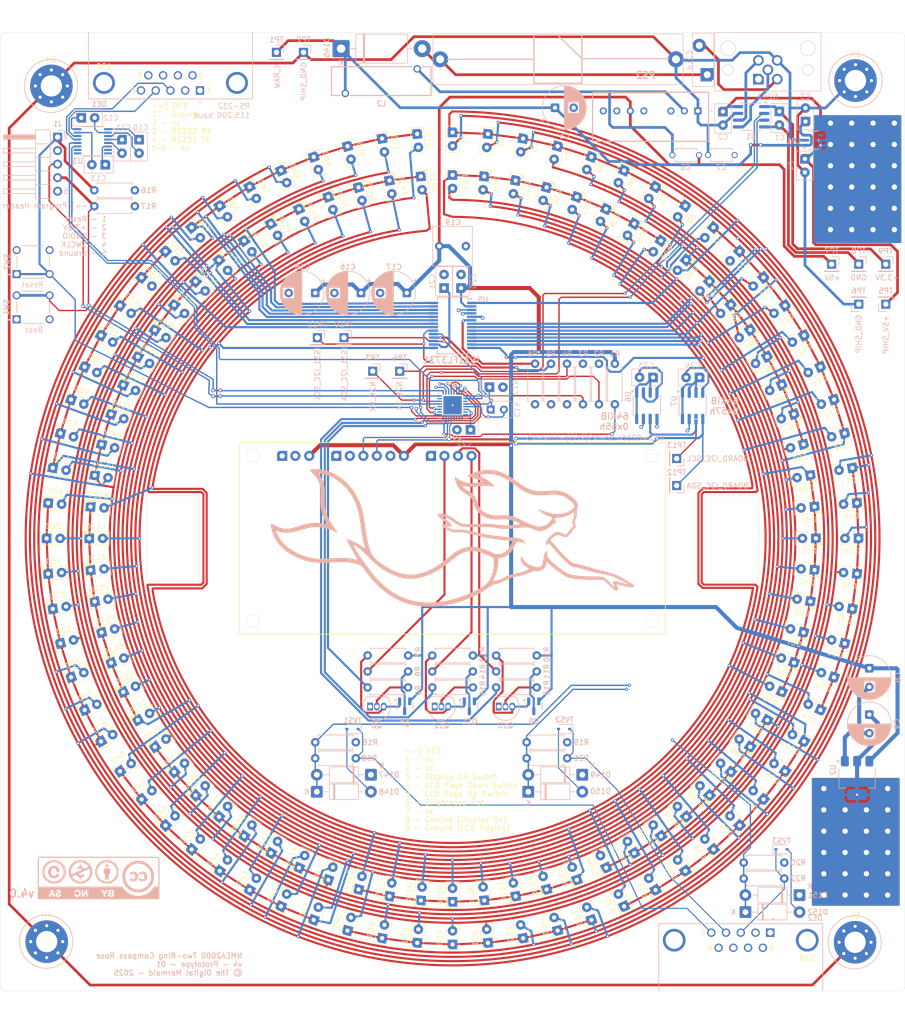
<source format=kicad_pcb>
(kicad_pcb (version 20241229) (generator "pcbnew") (generator_version "9.0")
  (title_block (title "NMEA2000 Dual-Ring Compass Rose") (date "2025-10-02") (rev "3") (company "The Digital Mermaid"))
  (layers (0 "F.Cu" signal) (4 "In1.Cu" signal "GL2.Cu") (6 "In2.Cu" signal "GL3.Cu") (2 "B.Cu" signal) (13 "F.Paste" user) (15 "B.Paste" user) (5 "F.SilkS" user "F.Silkscreen") (7 "B.SilkS" user "B.Silkscreen") (1 "F.Mask" user) (3 "B.Mask" user) (25 "Edge.Cuts" user))
  (net 0 "")
  (net 1 "/NRST")
  (net 2 "GND")
  (net 3 "GND_SHIP")
  (net 4 "+5V")
  (net 5 "+3.3V")
  (net 6 "+5V_SHIP")
  (net 7 "V_RAW")
  (net 8 "Net-(PS2-+VIN)")
  (net 9 "Net-(U3-C1-)")
  (net 10 "Net-(U3-C1+)")
  (net 11 "Net-(U3-C2+)")
  (net 12 "Net-(U3-C2-)")
  (net 13 "/CA2")
  (net 14 "/CA1")
  (net 15 "/CA3")
  (net 16 "/CA4")
  (net 17 "/CA5")
  (net 18 "/CA6")
  (net 19 "/CA7")
  (net 20 "/CA8")
  (net 21 "/CA9")
  (net 22 "/CB2")
  (net 23 "/CB1")
  (net 24 "/CB3")
  (net 25 "/CB4")
  (net 26 "/CB5")
  (net 27 "/CB6")
  (net 28 "/CB7")
  (net 29 "/CB8")
  (net 30 "/CB9")
  (net 31 "Net-(D145-A)")
  (net 32 "Net-(U3-VS+)")
  (net 33 "Net-(U3-VS-)")
  (net 34 "Net-(U5-C_FILT)")
  (net 38 "Net-(U3-R1IN)")
  (net 41 "Net-(U3-T1OUT)")
  (net 45 "/DISPLAY_ON_IN")
  (net 47 "/LCD_PGUP_IN")
  (net 48 "/LCD_PGDOWN_IN")
  (net 49 "/DEBUG_SWCLK")
  (net 50 "/DEBUG_SWDIO")
  (net 51 "Net-(LCD1-A-GREEN)")
  (net 53 "Net-(LCD1-A-RED)")
  (net 54 "Net-(LCD1-A-BLUE)")
  (net 57 "/BOARD_I2C_SCL")
  (net 58 "/BOARD_I2C_SDA")
  (net 60 "Net-(N2K2-V_RAW)")
  (net 62 "Net-(U1-CANH)")
  (net 63 "/USART1_TX")
  (net 64 "Net-(U1-CANL)")
  (net 65 "/N2K_RX")
  (net 69 "Net-(Q7-G)")
  (net 70 "Net-(Q7-D)")
  (net 71 "Net-(Q8-B)")
  (net 72 "Net-(Q10-C)")
  (net 73 "Net-(Q9-D)")
  (net 74 "Net-(Q10-B)")
  (net 75 "Net-(Q11-G)")
  (net 76 "Net-(Q11-D)")
  (net 77 "/USART1_RX")
  (net 78 "Net-(Q12-B)")
  (net 79 "/N2K_TX")
  (net 80 "/IS31_INTB_OUT")
  (net 81 "/IS31_I2C_SCL")
  (net 82 "/IS31_I2C_SDA")
  (net 83 "/IS31_SHUTDOWN_OUT")
  (net 84 "Net-(U5-AD)")
  (net 85 "Net-(U5-R_EXT)")
  (net 86 "/LCD_BL_RED_OUT")
  (net 87 "/LCD_BL_GREEN_OUT")
  (net 88 "/LCD_BL_BLUE_OUT")
  (net 105 "/DISPLAY_ON_IN_PLUG")
  (net 106 "/LCD_PGUP_IN_PLUG")
  (net 107 "/LCD_PGDOWN_IN_PLUG")
  (footprint "mr-stuff:WP383SURDTK" (layer "F.Cu") (at 174.46332 213.714602 85)
    (property "Reference" "D38")
    (property "Value" "LED")
  )
  (footprint "mr-stuff:WP383SURDTK" (layer "F.Cu") (at 242.436403 95.981768 -145)
    (property "Reference" "D12")
    (property "Value" "LED_45deg")
  )
  (footprint "mr-stuff:WP383SURDTK" (layer "F.Cu") (at 119.563597 95.981768 -35)
    (property "Reference" "D62")
    (property "Value" "LED_45deg")
  )
  (footprint "mr-stuff:WP383SURDTK" (layer "F.Cu") (at 235.883186 177.429621 145)
    (property "Reference" "D98")
    (property "Value" "LED_45deg")
  )
  (footprint "mr-stuff:WP383SURDTK" (layer "F.Cu") (at 253.444436 158.411428 165)
    (property "Reference" "D22")
    (property "Value" "LED")
  )
  (footprint "mr-stuff:WP383SURDTK" (layer "F.Cu") (at 224.018232 77.563597 -125)
    (property "Reference" "D8")
    (property "Value" "LED_45deg")
  )
  (footprint "mr-stuff:WP383SURDTK" (layer "F.Cu") (at 129.675023 95.933231 -40)
    (property "Reference" "D135")
    (property "Value" "LED_45deg")
  )
  (footprint "mr-stuff:WP383SURDTK" (layer "F.Cu") (at 241.722621 167.315423 155)
    (property "Reference" "D96")
    (property "Value" "LED_45deg")
  )
  (footprint "mr-stuff:WP383SURDTK" (layer "F.Cu") (at 245.951905 101.5 -150)
    (property "Reference" "D13")
    (property "Value" "LED_45deg")
  )
  (footprint "MountingHole:MountingHole_4mm_Pad_Via" (layer "F.Cu") (at 256.700146 53)
    (property "Reference" "H1")
    (property "Value" "MountingHole_Pad")
  )
  (footprint "mr-stuff:WP383SURDTK" (layer "F.Cu") (at 127.966992 192.033008 45)
    (property "Reference" "D46")
    (property "Value" "LED_45deg")
  )
  (footprint "mr-stuff:WP383SURDTK" (layer "F.Cu") (at 232.324977 182.066769 140)
    (property "Reference" "D99")
    (property "Value" "LED_45deg")
  )
  (footprint "mr-stuff:WP383SURDTK" (layer "F.Cu") (at 214.499999 80.976298 -120)
    (property "Reference" "D79")
    (property "Value" "LED_45deg")
  )
  (footprint "mr-stuff:WP383SURDTK" (layer "F.Cu") (at 113.026916 170.696369 25)
    (property "Reference" "D50")
    (property "Value" "LED_45deg")
  )
  (footprint "mr-stuff:WP383SURDTK" (layer "F.Cu") (at 254.860581 125.976387 -170)
    (property "Reference" "D17")
    (property "Value" "LED")
  )
  (footprint "mr-stuff:WP383SURDTK" (layer "F.Cu") (at 155.34849 209.476946 70)
    (property "Reference" "D41")
    (property "Value" "LED")
  )
  (footprint "mr-stuff:WP383SURDTK" (layer "F.Cu") (at 219.429621 193.883186 125)
    (property "Reference" "D102")
    (property "Value" "LED_45deg")
  )
  (footprint "mr-stuff:WP383SURDTK" (layer "F.Cu") (at 123.546667 187.20907 40)
    (property "Reference" "D47")
    (property "Value" "LED_45deg")
  )
  (footprint "mr-stuff:WP383SURDTK" (layer "F.Cu") (at 175.160566 72.254956 -85)
    (property "Reference" "D144")
    (property "Value" "LED")
  )
  (footprint "mr-stuff:WP383SURDTK" (layer "F.Cu") (at 242.436403 182.018232 145)
    (property "Reference" "D26")
    (property "Value" "LED_45deg")
  )
  (footprint "mr-stuff:WP383SURDTK" (layer "F.Cu") (at 256 139 180)
    (property "Reference" "D19")
    (property "Value" "LED")
  )
  (footprint "mr-stuff:WP383SURDTK" (layer "F.Cu") (at 186.839434 205.745044 95)
    (property "Reference" "D108")
    (property "Value" "LED")
  )
  (footprint "mr-stuff:WP383SURDTK" (layer "F.Cu") (at 248.973084 170.696369 155)
    (property "Reference" "D24")
    (property "Value" "LED_45deg")
  )
  (footprint "mr-stuff:WP383SURDTK" (layer "F.Cu") (at 110.523054 113.34849 -20)
    (property "Reference" "D59")
    (property "Value" "LED")
  )
  (footprint "mr-stuff:WP383SURDTK" (layer "F.Cu") (at 239.023702 105.5 -150)
    (property "Reference" "D85")
    (property "Value" "LED_45deg")
  )
  (footprint "mr-stuff:WP383SURDTK" (layer "F.Cu") (at 245.71703 156.340876 165)
    (property "Reference" "D94")
    (property "Value" "LED")
  )
  (footprint "mr-stuff:WP383SURDTK" (layer "F.Cu") (at 143.5 74.048095 -60)
    (property "Reference" "D67")
    (property "Value" "LED_45deg")
  )
  (footprint "mr-stuff:WP383SURDTK" (layer "F.Cu") (at 187.53668 213.714602 95)
    (property "Reference" "D36")
    (property "Value" "LED")
  )
  (footprint "mr-stuff:WP383SURDTK" (layer "F.Cu") (at 149.303631 206.973084 65)
    (property "Reference" "D42")
    (property "Value" "LED_45deg")
  )
  (footprint "mr-stuff:WP383SURDTK" (layer "F.Cu") (at 212.696369 71.026916 -115)
    (property "Reference" "D6")
    (property "Value" "LED_45deg")
  )
  (footprint "mr-stuff:WP383SURDTK" (layer "F.Cu") (at 200.411428 66.555564 -105)
    (property "Reference" "D4")
    (property "Value" "LED")
  )
  (footprint "mr-stuff:WP383SURDTK" (layer "F.Cu") (at 229.20907 196.453333 130)
    (property "Reference" "D29")
    (property "Value" "LED_45deg")
  )
  (footprint "mr-stuff:WP383SURDTK" (layer "F.Cu") (at 214.499999 197.023702 120)
    (property "Reference" "D103")
    (property "Value" "LED_45deg")
  )
  (footprint "mr-stuff:WP383SURDTK" (layer "F.Cu") (at 251.476946 164.65151 160)
    (property "Reference" "D23")
    (property "Value" "LED")
  )
  (footprint "mr-stuff:WP383SURDTK" (layer "F.Cu") (at 133.623846 186.376154 45)
    (property "Reference" "D118")
    (property "Value" "LED_45deg")
  )
  (footprint "mr-stuff:WP383SURDTK" (layer "F.Cu") (at 245.71703 121.659124 -165)
    (property "Reference" "D88")
    (property "Value" "LED")
  )
  (footprint "mr-stuff:WP383SURDTK" (layer "F.Cu") (at 132.79093 81.546667 -50)
    (property "Reference" "D65")
    (property "Value" "LED_45deg")
  )
  (footprint "mr-stuff:WP383SURDTK" (layer "F.Cu") (at 218.499999 203.951905 120)
    (property "Reference" "D31")
    (property "Value" "LED_45deg")
  )
  (footprint "mr-stuff:WP383SURDTK" (layer "F.Cu") (at 194.023613 212.860581 100)
    (property "Reference" "D35")
    (property "Value" "LED")
  )
  (footprint "mr-stuff:WP383SURDTK" (layer "F.Cu") (at 247.745044 144.839434 175)
    (property "Reference" "D92")
    (property "Value" "LED")
  )
  (footprint "mr-stuff:WP383SURDTK" (layer "F.Cu") (at 246.982119 150.634427 170)
    (property "Reference" "D93")
    (property "Value" "LED")
  )
  (footprint "mr-stuff:WP383SURDTK" (layer "F.Cu") (at 253.444436 119.588572 -165)
    (property "Reference" "D16")
    (property "Value" "LED")
  )
  (footprint "mr-stuff:WP383SURDTK" (layer "F.Cu") (at 234.033008 192.033008 135)
    (property "Reference" "D28")
    (property "Value" "LED_45deg")
  )
  (footprint "mr-stuff:WP383SURDTK" (layer "F.Cu") (at 110.523054 164.65151 20)
    (property "Reference" "D51")
    (property "Value" "LED")
  )
  (footprint "mr-stuff:WP383SURDTK" (layer "F.Cu") (at 161.588572 66.555564 -75)
    (property "Reference" "D70")
    (property "Value" "LED")
  )
  (footprint "mr-stuff:WP383SURDTK" (layer "F.Cu") (at 142.570379 193.883186 55)
    (property "Reference" "D116")
    (property "Value" "LED_45deg")
  )
  (footprint "mr-stuff:WP383SURDTK" (layer "F.Cu") (at 228.376154 91.623846 -135)
    (property "Reference" "D82")
    (property "Value" "LED_45deg")
  )
  (footprint "mr-stuff:WP383SURDTK" (layer "F.Cu") (at 181 214 90)
    (property "Reference" "D37")
    (property "Value" "LED")
  )
  (footprint "mr-stuff:WP383SURDTK" (layer "F.Cu") (at 181 72 -90)
    (property "Reference" "D73")
    (property "Value" "LED")
  )
  (footprint "mr-stuff:WP383SURDTK" (layer "F.Cu") (at 129.675023 182.066769 40)
    (property "Reference" "D119")
    (property "Value" "LED_45deg")
  )
  (footprint "mr-stuff:WP383SURDTK" (layer "F.Cu") (at 239.023702 172.499999 150)
    (property "Reference" "D97")
    (property "Value" "LED_45deg")
  )
  (footprint "mr-stuff:WP383SURDTK" (layer "F.Cu") (at 192.634427 73.017881 -100)
    (property "Reference" "D75")
    (property "Value" "LED")
  )
  (footprint "mr-stuff:WP383SURDTK" (layer "F.Cu") (at 224.066769 87.675023 -130)
    (property "Reference" "D81")
    (property "Value" "LED_45deg")
  )
  (footprint "mr-stuff:WP383SURDTK" (layer "F.Cu") (at 127.966992 85.966992 -45)
    (property "Reference" "D64")
    (property "Value" "LED_45deg")
  )
  (footprint "mr-stuff:WP383SURDTK" (layer "F.Cu") (at 238.453333 90.79093 -140)
    (property "Reference" "D11")
    (property "Value" "LED_45deg")
  )
  (footprint "mr-stuff:WP383SURDTK" (layer "F.Cu") (at 169.365573 73.017881 -80)
    (property "Reference" "D143")
    (property "Value" "LED")
  )
  (footprint "mr-stuff:WP383SURDTK" (layer "F.Cu") (at 119.563597 182.018232 35)
    (property "Reference" "D48")
    (property "Value" "LED_45deg")
  )
  (footprint "mr-stuff:WP383SURDTK" (layer "F.Cu") (at 175.160566 205.745044 85)
    (property "Reference" "D110")
    (property "Value" "LED")
  )
  (footprint "mr-stuff:WP383SURDTK" (layer "F.Cu") (at 126.116814 177.429621 35)
    (property "Reference" "D120")
    (property "Value" "LED_45deg")
  )
  (footprint "mr-stuff:WP383SURDTK" (layer "F.Cu") (at 218.499999 74.048095 -120)
    (property "Reference" "D7")
    (property "Value" "LED_45deg")
  )
  (footprint "mr-stuff:WP383SURDTK" (layer "F.Cu") (at 118.040595 161.915349 20)
    (property "Reference" "D123")
    (property "Value" "LED")
  )
  (footprint "mr-stuff:WP383SURDTK" (layer "F.Cu") (at 209.315423 78.277379 -115)
    (property "Reference" "D78")
    (property "Value" "LED_45deg")
  )
  (footprint "mr-stuff:WP383SURDTK" (layer "F.Cu") (at 137.933231 190.324977 50)
    (property "Reference" "D117")
    (property "Value" "LED_45deg")
  )
  (footprint "mr-stuff:WP383SURDTK" (layer "F.Cu") (at 234.033008 85.966992 -135)
    (property "Reference" "D10")
    (property "Value" "LED_45deg")
  )
  (footprint "mr-stuff:WP383SURDTK" (layer "F.Cu") (at 115.017881 127.365573 -10)
    (property "Reference" "D129")
    (property "Value" "LED")
  )
  (footprint "mr-stuff:WP383SURDTK" (layer "F.Cu") (at 107.139419 152.023613 10)
    (property "Reference" "D53")
    (property "Value" "LED")
  )
  (footprint "mr-stuff:WP383SURDTK" (layer "F.Cu") (at 224.066769 190.324977 130)
    (property "Reference" "D101")
    (property "Value" "LED_45deg")
  )
  (footprint "mr-stuff:WP383SURDTK" (layer "F.Cu") (at 254.860581 152.023613 170)
    (property "Reference" "D21")
    (property "Value" "LED")
  )
  (footprint "mr-stuff:WP383SURDTK" (layer "F.Cu") (at 200.411428 211.444436 105)
    (property "Reference" "D34")
    (property "Value" "LED")
  )
  (footprint "mr-stuff:WP383SURDTK" (layer "F.Cu") (at 142.570379 84.116814 -55)
    (property "Reference" "D138")
    (property "Value" "LED_45deg")
  )
  (footprint "mr-stuff:WP383SURDTK" (layer "F.Cu") (at 137.981768 200.436403 55)
    (property "Reference" "D44")
    (property "Value" "LED_45deg")
  )
  (footprint "mr-stuff:WP383SURDTK" (layer "F.Cu") (at 198.340876 74.28297 -105)
    (property "Reference" "D76")
    (property "Value" "LED")
  )
  (footprint "mr-stuff:WP383SURDTK" (layer "F.Cu") (at 219.429621 84.116814 -125)
    (property "Reference" "D80")
    (property "Value" "LED_45deg")
  )
  (footprint "mr-stuff:WP383SURDTK" (layer "F.Cu") (at 248.973084 107.303631 -155)
    (property "Reference" "D14")
    (property "Value" "LED_45deg")
  )
  (footprint "mr-stuff:WP383SURDTK" (layer "F.Cu") (at 133.623846 91.623846 -45)
    (property "Reference" "D136")
    (property "Value" "LED_45deg")
  )
  (footprint "mr-stuff:WP383SURDTK" (layer "F.Cu") (at 143.5 203.951905 60)
    (property "Reference" "D43")
    (property "Value" "LED_45deg")
  )
  (footprint "mr-stuff:WP383SURDTK" (layer "F.Cu") (at 123.546667 90.79093 -40)
    (property "Reference" "D63")
    (property "Value" "LED_45deg")
  )
  (footprint "mr-stuff:WP383SURDTK" (layer "F.Cu") (at 255.714602 132.46332 -175)
    (property "Reference" "D18")
    (property "Value" "LED")
  )
  (footprint "mr-stuff:WP383SURDTK" (layer "F.Cu") (at 203.915349 76.040595 -110)
    (property "Reference" "D77")
    (property "Value" "LED")
  )
  (footprint "mr-stuff:WP383SURDTK" (layer "F.Cu") (at 194.023613 65.139419 -100)
    (property "Reference" "D3")
    (property "Value" "LED")
  )
  (footprint "mr-stuff:WP383SURDTK" (layer "F.Cu") (at 228.376154 186.376154 135)
    (property "Reference" "D100")
    (property "Value" "LED_45deg")
  )
  (footprint "mr-stuff:WP383SURDTK" (layer "F.Cu") (at 209.315423 199.722621 115)
    (property "Reference" "D104")
    (property "Value" "LED_45deg")
  )
  (footprint "mr-stuff:WP383SURDTK" (layer "F.Cu") (at 167.976387 65.139419 -80)
    (property "Reference" "D71")
    (property "Value" "LED")
  )
  (footprint "mr-stuff:WP383SURDTK" (layer "F.Cu") (at 126.116814 100.570379 -35)
    (property "Reference" "D134")
    (property "Value" "LED_45deg")
  )
  (footprint "mr-stuff:WP383SURDTK" (layer "F.Cu") (at 114.254956 133.160566 -5)
    (property "Reference" "D128")
    (property "Value" "LED")
  )
  (footprint "mr-stuff:WP383SURDTK" (layer "F.Cu") (at 115.017881 150.634427 10)
    (property "Reference" "D125")
    (property "Value" "LED")
  )
  (footprint "mr-stuff:WP383SURDTK" (layer "F.Cu") (at 245.951905 176.499999 150)
    (property "Reference" "D25")
    (property "Value" "LED_45deg")
  )
  (footprint "mr-stuff:WP383SURDTK" (layer "F.Cu") (at 137.981768 77.563597 -55)
    (property "Reference" "D66")
    (property "Value" "LED_45deg")
  )
  (footprint "mr-stuff:WP383SURDTK" (layer "F.Cu") (at 155.34849 68.523054 -70)
    (property "Reference" "D69")
    (property "Value" "LED")
  )
  (footprint "mr-stuff:WP383SURDTK" (layer "F.Cu") (at 198.340876 203.71703 105)
    (property "Reference" "D106")
    (property "Value" "LED")
  )
  (footprint "mr-stuff:WP383SURDTK" (layer "F.Cu") (at 163.659124 74.28297 -75)
    (property "Reference" "D142")
    (property "Value" "LED")
  )
  (footprint "MountingHole:MountingHole_4mm_Pad_Via" (layer "F.Cu") (at 104.750146 214.750146)
    (property "Reference" "H4")
    (property "Value" "MountingHole_Pad")
  )
  (footprint "mr-stuff:WP383SURDTK" (layer "F.Cu") (at 232.324977 95.933231 -140)
    (property "Reference" "D83")
    (property "Value" "LED_45deg")
  )
  (footprint "mr-stuff:WP383SURDTK" (layer "F.Cu") (at 108.555564 158.411428 15)
    (property "Reference" "D52")
    (property "Value" "LED")
  )
  (footprint "mr-stuff:WP383SURDTK" (layer "F.Cu") (at 181 64 -90)
    (property "Reference" "D1")
    (property "Value" "LED")
  )
  (footprint "MountingHole:MountingHole_4mm_Pad_Via" (layer "F.Cu") (at 256.628826 214.871466)
    (property "Reference" "H3")
    (property "Value" "MountingHole_Pad")
  )
  (footprint "mr-stuff:WP383SURDTK" (layer "F.Cu") (at 137.933231 87.675023 -50)
    (property "Reference" "D137")
    (property "Value" "LED_45deg")
  )
  (footprint "mr-stuff:WP383SURDTK" (layer "F.Cu") (at 186.839434 72.254956 -95)
    (property "Reference" "D74")
    (property "Value" "LED")
  )
  (footprint "mr-stuff:WP383SURDTK" (layer "F.Cu") (at 114.254956 144.839434 5)
    (property "Reference" "D126")
    (property "Value" "LED")
  )
  (footprint "mr-stuff:WP383SURDTK" (layer "F.Cu") (at 158.084651 76.040595 -70)
    (property "Reference" "D141")
    (property "Value" "LED")
  )
  (footprint "mr-stuff:WP383SURDTK" (layer "F.Cu") (at 116.28297 121.659124 -15)
    (property "Reference" "D130")
    (property "Value" "LED")
  )
  (footprint "mr-stuff:WP383SURDTK" (layer "F.Cu") (at 212.696369 206.973084 115)
    (property "Reference" "D32")
    (property "Value" "LED_45deg")
  )
  (footprint "mr-stuff:WP383SURDTK" (layer "F.Cu") (at 203.915349 201.959405 110)
    (property "Reference" "D105")
    (property "Value" "LED")
  )
  (footprint "mr-stuff:WP383SURDTK" (layer "F.Cu") (at 174.46332 64.285398 -85)
    (property "Reference" "D72")
    (property "Value" "LED")
  )
  (footprint "mr-stuff:WP383SURDTK" (layer "F.Cu") (at 132.79093 196.453333 50)
    (property "Reference" "D45")
    (property "Value" "LED_45deg")
  )
  (footprint "mr-stuff:WP383SURDTK" (layer "F.Cu") (at 116.048095 101.5 -30)
    (property "Reference" "D61")
    (property "Value" "LED_45deg")
  )
  (footprint "mr-stuff:WP383SURDTK" (layer "F.Cu") (at 107.139419 125.976387 -10)
    (property "Reference" "D57")
    (property "Value" "LED")
  )
  (footprint "mr-stuff:WP383SURDTK" (layer "F.Cu") (at 116.048095 176.5 30)
    (property "Reference" "D49")
    (property "Value" "LED_45deg")
  )
  (footprint "mr-stuff:WP383SURDTK" (layer "F.Cu") (at 161.588572 211.444436 75)
    (property "Reference" "D40")
    (property "Value" "LED")
  )
  (footprint "mr-stuff:WP383SURDTK" (layer "F.Cu") (at 106.285398 145.53668 5)
    (property "Reference" "D54")
    (property "Value" "LED")
  )
  (footprint "mr-stuff:WP383SURDTK" (layer "F.Cu") (at 147.5 80.976298 -60)
    (property "Reference" "D139")
    (property "Value" "LED_45deg")
  )
  (footprint "mr-stuff:WP383SURDTK" (layer "F.Cu") (at 106 139)
    (property "Reference" "D55")
    (property "Value" "LED")
  )
  (footprint "mr-stuff:NHD-0216K3Z-NS(RGB)-FBW-V3" (layer "F.Cu") (at 181.000146 139.000146)
    (property "Reference" "LCD1")
    (property "Value" "~")
    (fp_circle (center -37.5 -15.5) (end -36.25 -15.5) (stroke (width 0.05)) (fill no) (layer "Edge.Cuts"))
    (fp_circle (center -37.5 15.5) (end -36.25 15.5) (stroke (width 0.05)) (fill no) (layer "Edge.Cuts"))
    (fp_circle (center 37.5 -15.5) (end 38.75 -15.5) (stroke (width 0.05)) (fill no) (layer "Edge.Cuts"))
    (fp_circle (center 37.5 15.5) (end 38.75 15.5) (stroke (width 0.05)) (fill no) (layer "Edge.Cuts"))
  )
  (footprint "mr-stuff:WP383SURDTK" (layer "F.Cu") (at 149.303631 71.026916 -65)
    (property "Reference" "D68")
    (property "Value" "LED_45deg")
  )
  (footprint "MountingHole:MountingHole_4mm_Pad_Via" (layer "F.Cu") (at 105.628826 54)
    (property "Reference" "H2")
    (property "Value" "MountingHole_Pad")
  )
  (footprint "mr-stuff:WP383SURDTK" (layer "F.Cu") (at 187.53668 64.285398 -95)
    (property "Reference" "D2")
    (property "Value" "LED")
  )
  (footprint "mr-stuff:WP383SURDTK" (layer "F.Cu") (at 152.684577 199.722621 65)
    (property "Reference" "D114")
    (property "Value" "LED_45deg")
  )
  (footprint "mr-stuff:WP383SURDTK" (layer "F.Cu") (at 229.20907 81.546667 -130)
    (property "Reference" "D9")
    (property "Value" "LED_45deg")
  )
  (footprint "mr-stuff:WP383SURDTK" (layer "F.Cu") (at 169.365573 204.982119 80)
    (property "Reference" "D111")
    (property "Value" "LED")
  )
  (footprint "mr-stuff:WP383SURDTK" (layer "F.Cu") (at 248 139 180)
    (property "Reference" "D91")
    (property "Value" "LED")
  )
  (footprint "mr-stuff:WP383SURDTK" (layer "F.Cu") (at 152.684577 78.277379 -65)
    (property "Reference" "D140")
    (property "Value" "LED_45deg")
  )
  (footprint "mr-stuff:WP383SURDTK" (layer "F.Cu") (at 206.65151 68.523054 -110)
    (property "Reference" "D5")
    (property "Value" "LED")
  )
  (footprint "mr-stuff:WP383SURDTK" (layer "F.Cu") (at 243.959405 161.915349 160)
    (property "Reference" "D95")
    (property "Value" "LED")
  )
  (footprint "mr-stuff:WP383SURDTK" (layer "F.Cu") (at 224.018232 200.436403 125)
    (property "Reference" "D30")
    (property "Value" "LED_45deg")
  )
  (footprint "mr-stuff:WP383SURDTK" (layer "F.Cu") (at 120.277379 167.315423 25)
    (property "Reference" "D122")
    (property "Value" "LED_45deg")
  )
  (footprint "mr-stuff:WP383SURDTK" (layer "F.Cu") (at 246.982119 127.365573 -170)
    (property "Reference" "D89")
    (property "Value" "LED")
  )
  (footprint "mr-stuff:WP383SURDTK" (layer "F.Cu") (at 235.883186 100.570379 -145)
    (property "Reference" "D84")
    (property "Value" "LED_45deg")
  )
  (footprint "mr-stuff:WP383SURDTK" (layer "F.Cu") (at 243.959405 116.084651 -160)
    (property "Reference" "D87")
    (property "Value" "LED")
  )
  (footprint "mr-stuff:WP383SURDTK" (layer "F.Cu") (at 122.976298 105.5 -30)
    (property "Reference" "D133")
    (property "Value" "LED_45deg")
  )
  (footprint "mr-stuff:WP383SURDTK" (layer "F.Cu") (at 118.040595 116.084651 -20)
    (property "Reference" "D131")
    (property "Value" "LED")
  )
  (footprint "mr-stuff:WP383SURDTK" (layer "F.Cu") (at 116.28297 156.340876 15)
    (property "Reference" "D124")
    (property "Value" "LED")
  )
  (footprint "mr-stuff:WP383SURDTK" (layer "F.Cu") (at 147.5 197.023702 60)
    (property "Reference" "D115")
    (property "Value" "LED_45deg")
  )
  (footprint "mr-stuff:WP383SURDTK" (layer "F.Cu") (at 120.277379 110.684577 -25)
    (property "Reference" "D132")
    (property "Value" "LED_45deg")
  )
  (footprint "mr-stuff:WP383SURDTK" (layer "F.Cu") (at 113.026916 107.303631 -25)
    (property "Reference" "D60")
    (property "Value" "LED_45deg")
  )
  (footprint "mr-stuff:WP383SURDTK" (layer "F.Cu") (at 108.555564 119.588572 -15)
    (property "Reference" "D58")
    (property "Value" "LED")
  )
  (footprint "mr-stuff:WP383SURDTK" (layer "F.Cu") (at 158.084651 201.959405 70)
    (property "Reference" "D113")
    (property "Value" "LED")
  )
  (footprint "mr-stuff:WP383SURDTK" (layer "F.Cu") (at 255.714602 145.53668 175)
    (property "Reference" "D20")
    (property "Value" "LED")
  )
  (footprint "mr-stuff:WP383SURDTK" (layer "F.Cu") (at 251.476946 113.34849 -160)
    (property "Reference" "D15")
    (property "Value" "LED")
  )
  (footprint "mr-stuff:WP383SURDTK" (layer "F.Cu") (at 106.285398 132.46332 -5)
    (property "Reference" "D56")
    (property "Value" "LED")
  )
  (footprint "mr-stuff:WP383SURDTK" (layer "F.Cu") (at 114 139)
    (property "Reference" "D127")
    (property "Value" "LED")
  )
  (footprint "mr-stuff:WP383SURDTK" (layer "F.Cu") (at 206.65151 209.476946 110)
    (property "Reference" "D33")
    (property "Value" "LED")
  )
  (footprint "mr-stuff:WP383SURDTK" (layer "F.Cu") (at 167.976387 212.860581 80)
    (property "Reference" "D39")
    (property "Value" "LED")
  )
  (footprint "mr-stuff:WP383SURDTK" (layer "F.Cu") (at 247.745044 133.160566 -175)
    (property "Reference" "D90")
    (property "Value" "LED")
  )
  (footprint "mr-stuff:WP383SURDTK" (layer "F.Cu") (at 238.453333 187.20907 140)
    (property "Reference" "D27")
    (property "Value" "LED_45deg")
  )
  (footprint "mr-stuff:WP383SURDTK" (layer "F.Cu") (at 192.634427 204.982119 100)
    (property "Reference" "D107")
    (property "Value" "LED")
  )
  (footprint "mr-stuff:WP383SURDTK" (layer "F.Cu") (at 122.976298 172.5 30)
    (property "Reference" "D121")
    (property "Value" "LED_45deg")
  )
  (footprint "mr-stuff:WP383SURDTK" (layer "F.Cu") (at 181 206 90)
    (property "Reference" "D109")
    (property "Value" "LED")
  )
  (footprint "mr-stuff:WP383SURDTK" (layer "F.Cu") (at 163.659124 203.71703 75)
    (property "Reference" "D112")
    (property "Value" "LED")
  )
  (footprint "mr-stuff:WP383SURDTK" (layer "F.Cu") (at 241.722621 110.684577 -155)
    (property "Reference" "D86")
    (property "Value" "LED_45deg")
  )
  (footprint "Resistor_THT:R_Axial_DIN0207_L6.3mm_D2.5mm_P7.62mm_Horizontal" (layer "B.Cu") (at 208.5 106.19 -90)
    (property "Reference" "R2")
    (property "Value" "4.7K")
  )
  (footprint "Package_TO_SOT_SMD:SOT-223-3_TabPin2" (layer "B.Cu") (at 257 184 -90)
    (property "Reference" "U2")
    (property "Value" "LM1117MP-5.0")
  )
  (footprint "Diode_THT:D_DO-41_SOD81_P10.16mm_Horizontal" (layer "B.Cu") (at 205.38 183.4 180)
    (property "Reference" "D149")
    (property "Value" "1N5822")
  )
  (footprint "mr-stuff:Amphenol_L77SDE09SA4CH4F" (layer "B.Cu") (at 128 53.4375)
    (property "Reference" "DE1")
    (property "Value" "~")
  )
  (footprint "Diode_THT:D_DO-41_SOD81_P10.16mm_Horizontal" (layer "B.Cu") (at 246.18 206 180)
    (property "Reference" "D151")
    (property "Value" "1N5822")
  )
  (footprint "Capacitor_THT:CP_Radial_D8.0mm_P5.00mm" (layer "B.Cu") (at 172.402651 92.9 180)
    (property "Reference" "C17")
    (property "Value" "100uF")
  )
  (footprint "Connector_PinHeader_2.54mm:PinHeader_1x01_P2.54mm_Vertical" (layer "B.Cu") (at 160.6 101.3 180)
    (property "Reference" "TP10")
    (property "Value" "+5V_SHIP" (hide yes))
  )
  (footprint "mr-stuff:Amphenol_L777SDE09PA4CH4F" (layer "B.Cu") (at 235.145 214.48 180)
    (property "Reference" "DE2")
    (property "Value" "~")
  )
  (footprint "Package_TO_SOT_SMD:SOT-23" (layer "B.Cu") (at 196.26 170.5375 -90)
    (property "Reference" "Q9")
    (property "Value" "AO3401A")
  )
  (footprint "Resistor_THT:R_Axial_DIN0207_L6.3mm_D2.5mm_P7.62mm_Horizontal" (layer "B.Cu") (at 211.5 106.19 -90)
    (property "Reference" "R1")
    (property "Value" "4.7K")
  )
  (footprint "Resistor_THT:R_Axial_DIN0207_L6.3mm_D2.5mm_P7.62mm_Horizontal" (layer "B.Cu") (at 113.69 76.6)
    (property "Reference" "R17")
    (property "Value" "10K")
  )
  (footprint "mr-stuff:RCE5C1H104J2A2H03B" (layer "B.Cu") (at 242.4 60.07 -90)
    (property "Reference" "C1")
    (property "Value" "0.1uF")
  )
  (footprint "Capacitor_THT:CP_Radial_D8.0mm_P3.50mm" (layer "B.Cu") (at 259.3 163.4 -90)
    (property "Reference" "C8")
    (property "Value" "10uF")
  )
  (footprint "Package_TO_SOT_THT:TO-92_Inline" (layer "B.Cu") (at 165.51 170.6)
    (property "Reference" "Q8")
    (property "Value" "2N3904")
  )
  (footprint "Diode_THT:D_DO-41_SOD81_P10.16mm_Horizontal" (layer "B.Cu") (at 165.66 183.4 180)
    (property "Reference" "D147")
    (property "Value" "1N5822")
  )
  (footprint "Package_TO_SOT_SMD:SOT-23" (layer "B.Cu") (at 184.160146 170.5375 -90)
    (property "Reference" "Q11")
    (property "Value" "AO3401A")
  )
  (footprint "Resistor_THT:R_Axial_DIN0207_L6.3mm_D2.5mm_P7.62mm_Horizontal" (layer "B.Cu") (at 172.66 164 180)
    (property "Reference" "R8")
    (property "Value" "147")
  )
  (footprint "mr-stuff:RCE5C1H104J2A2H03B" (layer "B.Cu") (at 182.6 90.7 90)
    (property "Reference" "C20")
    (property "Value" "0.1uF")
  )
  (footprint "Package_SO:TSSOP-16_4.4x5mm_P0.65mm" (layer "B.Cu") (at 113.4 64.4 180)
    (property "Reference" "U3")
    (property "Value" "MAX3232")
  )
  (footprint "mr-stuff:SPBW06F05" (layer "B.Cu") (at 217.96 60 180)
    (property "Reference" "PS2")
    (property "Value" "SPBW06F-05" (hide yes))
  )
  (footprint "Connector_PinHeader_2.54mm:PinHeader_1x01_P2.54mm_Vertical" (layer "B.Cu") (at 155.6 101.3 180)
    (property "Reference" "TP11")
    (property "Value" "GND_SHIP" (hide yes))
  )
  (footprint "Package_SO:SOIC-8_3.9x4.9mm_P1.27mm" (layer "B.Cu") (at 226.1 114.097 -90)
    (property "Reference" "U7")
    (property "Value" "FM24CL64B-G")
  )
  (footprint "mr-stuff:RCE5C1H104J2A2H03B" (layer "B.Cu") (at 118.9 65.37 -90)
    (property "Reference" "C11")
    (property "Value" "0.1uF")
  )
  (footprint "Package_TO_SOT_THT:TO-92_Inline" (layer "B.Cu") (at 189.67 170.6)
    (property "Reference" "Q10")
    (property "Value" "2N3904")
  )
  (footprint "Diode_SMD:D_SOD-323" (layer "B.Cu") (at 201.95 174.8 180)
    (property "Reference" "TVS2")
    (property "Value" "PESD3V3L1BA")
  )
  (footprint "Connector_PinHeader_2.54mm:PinHeader_1x01_P2.54mm_Vertical" (layer "B.Cu") (at 252.22 87.5 180)
    (property "Reference" "TP7")
    (property "Value" "+5V")
  )
  (footprint "mr-stuff:RCE5C1H104J2A2H03B" (layer "B.Cu") (at 112.5 60)
    (property "Reference" "C12")
    (property "Value" "0.1uF")
  )
  (footprint "mr-stuff:RCE5C1H104J2A2H03B" (layer "B.Cu") (at 179.4 90.7 90)
    (property "Reference" "C21")
    (property "Value" "0.1uF")
  )
  (footprint "mr-stuff:RCE5C1H104J2A2H03B" (layer "B.Cu") (at 114.5 68.8 180)
    (property "Reference" "C13")
    (property "Value" "0.1uF")
  )
  (footprint "Resistor_THT:R_Axial_DIN0207_L6.3mm_D2.5mm_P7.62mm_Horizontal" (layer "B.Cu") (at 194.919986 177.300181)
    (property "Reference" "R19")
    (property "Value" "10K")
  )
  (footprint "Diode_THT:D_DO-41_SOD81_P10.16mm_Horizontal" (layer "B.Cu") (at 236.025 209.2)
    (property "Reference" "D152")
    (property "Value" "1N5822")
  )
  (footprint "mr-stuff:RCE5C1H104J2A2H03B" (layer "B.Cu") (at 122.1 65.37 -90)
    (property "Reference" "C10")
    (property "Value" "0.1uF")
  )
  (footprint "Resistor_THT:R_Axial_DIN0207_L6.3mm_D2.5mm_P7.62mm_Horizontal" (layer "B.Cu") (at 243.325 202.9 180)
    (property "Reference" "R22")
    (property "Value" "10")
  )
  (footprint "Resistor_THT:R_Axial_DIN0207_L6.3mm_D2.5mm_P7.62mm_Horizontal" (layer "B.Cu") (at 235.705 199.9)
    (property "Reference" "R20")
    (property "Value" "10K")
  )
  (footprint "mr-stuff:RCE5C1H104J2A2H03B" (layer "B.Cu") (at 247.3 59.43 90)
    (property "Reference" "C3")
    (property "Value" "0.1uF")
  )
  (footprint "mr-stuff:RCE5C1H104J2A2H03B" (layer "B.Cu") (at 247.2 68.97 -90)
    (property "Reference" "C4")
    (property "Value" "0.1uF")
  )
  (footprint "Resistor_THT:R_Axial_DIN0207_L6.3mm_D2.5mm_P7.62mm_Horizontal" (layer "B.Cu") (at 196.81 167 180)
    (property "Reference" "R12")
    (property "Value" "1K")
  )
  (footprint "mr-stuff:M12B-05PMMR" (layer "B.Cu") (at 240.232 50.968)
    (property "Reference" "N2K2")
    (property "Value" "~")
    (fp_circle (center -7.5 -4) (end -6.1 -4) (stroke (width 0.1)) (fill no) (layer "Edge.Cuts"))
    (fp_circle (center -7.5 0) (end -6.475 0) (stroke (width 0.1)) (fill no) (layer "Edge.Cuts"))
    (fp_circle (center 7.5 -4) (end 8.9 -4) (stroke (width 0.1)) (fill no) (layer "Edge.Cuts"))
    (fp_circle (center 7.5 0) (end 8.525 0) (stroke (width 0.1)) (fill no) (layer "Edge.Cuts"))
  )
  (footprint "Connector_PinHeader_2.54mm:PinHeader_1x01_P2.54mm_Vertical" (layer "B.Cu") (at 223.1 124 90)
    (property "Reference" "TP13")
    (property "Value" "GND_SHIP")
  )
  (footprint "Connector_PinHeader_2.54mm:PinHeader_1x01_P2.54mm_Vertical" (layer "B.Cu") (at 223.1 129.08 90)
    (property "Reference" "TP12")
    (property "Value" "+5V_SHIP")
  )
  (footprint "Resistor_THT:R_Axial_DIN0207_L6.3mm_D2.5mm_P7.62mm_Horizontal" (layer "B.Cu") (at 196.5 106.19 -90)
    (property "Reference" "R6")
    (property "Value" "3.3K")
  )
  (footprint "Package_TO_SOT_SMD:SOT-23" (layer "B.Cu") (at 172 170.5375 -90)
    (property "Reference" "Q7")
    (property "Value" "AO3401A")
  )
  (footprint "mr-stuff:RCE5C1H104J2A2H03B" (layer "B.Cu") (at 217.4 108.75 180)
    (property "Reference" "C23")
    (property "Value" "0.1uF")
  )
  (footprint "Resistor_THT:R_Axial_DIN0207_L6.3mm_D2.5mm_P7.62mm_Horizontal" (layer "B.Cu") (at 162.82 180.303569 180)
    (property "Reference" "R68")
    (property "Value" "10")
  )
  (footprint "Resistor_THT:R_Axial_DIN0207_L6.3mm_D2.5mm_P7.62mm_Horizontal" (layer "B.Cu") (at 121.31 73.6 180)
    (property "Reference" "R16")
    (property "Value" "10K")
  )
  (footprint "mr-stuff:RCE5C1H104J2A2H03B" (layer "B.Cu") (at 231.8 60.1 -90)
    (property "Reference" "C2")
    (property "Value" "0.1uF")
  )
  (footprint "Connector_PinHeader_2.54mm:PinHeader_1x01_P2.54mm_Vertical" (layer "B.Cu") (at 171.08 107.6 180)
    (property "Reference" "TP4")
    (property "Value" "N2K_TX")
  )
  (footprint "mr-stuff:RCER71E475K2A2H03B" (layer "B.Cu") (at 189.4 114.8)
    (property "Reference" "C14")
    (property "Value" "4.7uF")
  )
  (footprint "Diode_THT:D_DO-201AD_P15.24mm_Horizontal" (layer "B.Cu") (at 160.06 47)
    (property "Reference" "D145")
    (property "Value" "1N5822")
  )
  (footprint "Capacitor_THT:CP_Radial_D8.0mm_P5.00mm" (layer "B.Cu") (at 155.202651 92.9 180)
    (property "Reference" "C18")
    (property "Value" "100uF")
  )
  (footprint "Resistor_THT:R_Axial_DIN0207_L6.3mm_D2.5mm_P7.62mm_Horizontal" (layer "B.Cu") (at 196.81 161 180)
    (property "Reference" "R10")
    (property "Value" "10K")
  )
  (footprint "mr-stuff:TSOP-5_483_OSI" (layer "B.Cu") (at 248.8 64.2)
    (property "Reference" "LR1")
    (property "Value" "NCV8730ASN500T1G")
  )
  (footprint "Capacitor_THT:CP_Radial_D8.0mm_P3.50mm" (layer "B.Cu") (at 200.247349 58.1)
    (property "Reference" "C5")
    (property "Value" "10uF")
  )
  (footprint "Connector_PinHeader_2.54mm:PinHeader_1x01_P2.54mm_Vertical" (layer "B.Cu") (at 262.38 87.5 180)
    (property "Reference" "TP9")
    (property "Value" "+3.3V")
  )
  (footprint "mr-stuff:SW_TS03-66-50-BK-160-LCR-D-67" (layer "B.Cu") (at 102.2 87.1)
    (property "Reference" "SW2")
    (property "Value" "SW_MEC_5G")
  )
  (footprint "Diode_THT:D_DO-41_SOD81_P10.16mm_Horizontal" (layer "B.Cu") (at 155.5 186.6)
    (property "Reference" "D148")
    (property "Value" "1N5822")
  )
  (footprint "mr-stuff:cc-by-nc-sa_8mm" (layer "B.Cu") (at 114.5 202.8 180)
    (property "Reference" "G***" (hide yes))
    (property "Value" "LOGO" (hide yes))
  )
  (footprint "mr-stuff:TDK CAPRB500W50L400T250H550" (layer "B.Cu") (at 231.5 67 180)
    (property "Reference" "C7")
    (property "Value" "TDK FA28NP01H152JNU06")
  )
  (footprint "Capacitor_THT:CP_Radial_D8.0mm_P3.50mm" (layer "B.Cu") (at 259.3 172.1 -90)
    (property "Reference" "C9")
    (property "Value" "10uF")
  )
  (footprint "Diode_SMD:D_SOD-323" (layer "B.Cu") (at 242.8 197.4)
    (property "Reference" "TVS3")
    (property "Value" "PESD3V3L1BA")
  )
  (footprint "mr-stuff:AHEF100" (layer "B.Cu") (at 228.1 49.1 90)
    (property "Reference" "PTC2")
    (property "Value" "PTC")
  )
  (footprint "Connector_PinHeader_2.54mm:PinHeader_1x01_P2.54mm_Vertical" (layer "B.Cu") (at 153 47.7 180)
    (property "Reference" "TP2")
    (property "Value" "GND_SHIP")
  )
  (footprint "Capacitor_THT:C_Rect_L7.2mm_W7.2mm_P5.00mm_FKS2_FKP2_MKS2_MKP2" (layer "B.Cu") (at 178.5 84.1)
    (property "Reference" "C19")
    (property "Value" "1uF")
  )
  (footprint "Package_SO:SOIC-8_3.9x4.9mm_P1.27mm" (layer "B.Cu") (at 237.1 59.8 180)
    (property "Reference" "U1")
    (property "Value" "ISO1044BD")
  )
  (footprint "Resistor_THT:R_Axial_DIN0207_L6.3mm_D2.5mm_P7.62mm_Horizontal" (layer "B.Cu") (at 184.810146 164 180)
    (property "Reference" "R14")
    (property "Value" "63.4")
  )
  (footprint "mr-stuff:Mermaid Silkscreen - 29.9mm" (layer "B.Cu") (at 181 138.9 90)
    (property "Reference" "TDM***" (hide yes))
    (property "Value" "LOGO" (hide yes))
  )
  (footprint "mr-stuff:WE-RCIT_7847111100" (layer "B.Cu") (at 167.6 53.1)
    (property "Reference" "L2")
    (property "Value" "7847111100")
  )
  (footprint "mr-stuff:SW_TS03-66-50-BK-160-LCR-D-67" (layer "B.Cu") (at 102.2 95.6)
    (property "Reference" "SW1")
    (property "Value" "SW_MEC_5G")
  )
  (footprint "Resistor_THT:R_Axial_DIN0207_L6.3mm_D2.5mm_P7.62mm_Horizontal" (layer "B.Cu") (at 172.66 161 180)
    (property "Reference" "R7")
    (property "Value" "10K")
  )
  (footprint "Connector_PinHeader_2.54mm:PinHeader_1x01_P2.54mm_Vertical" (layer "B.Cu") (at 257.3 87.5 180)
    (property "Reference" "TP8")
    (property "Value" "GND")
  )
  (footprint "Connector_PinHeader_2.54mm:PinHeader_1x01_P2.54mm_Vertical" (layer "B.Cu") (at 257.32 95)
    (property "Reference" "TP6")
    (property "Value" "GND_SHIP" (hide yes))
  )
  (footprint "mr-stuff:DIOAD4425W136L885D885" (layer "B.Cu") (at 200.8 49 180)
    (property "Reference" "D146" (hide yes))
    (property "Value" "SLD15-018" (hide yes))
  )
  (footprint "Resistor_THT:R_Axial_DIN0207_L6.3mm_D2.5mm_P7.62mm_Horizontal" (layer "B.Cu") (at 196.82 164 180)
    (property "Reference" "R11")
    (property "Value" "63.4")
  )
  (footprint "Capacitor_THT:CP_Radial_D8.0mm_P5.00mm" (layer "B.Cu") (at 163.802651 92.9 180)
    (property "Reference" "C16")
    (property "Value" "100uF")
  )
  (footprint "Package_TO_SOT_THT:TO-92_Inline" (layer "B.Cu") (at 177.640146 170.6)
    (property "Reference" "Q12")
    (property "Value" "2N3904")
  )
  (footprint "Connector_PinHeader_2.54mm:PinHeader_1x01_P2.54mm_Vertical" (layer "B.Cu") (at 166 107.6 180)
    (property "Reference" "TP3")
    (property "Value" "N2K_RX")
  )
  (footprint "Resistor_THT:R_Axial_DIN0207_L6.3mm_D2.5mm_P7.62mm_Horizontal" (layer "B.Cu") (at 184.820146 167 180)
    (property "Reference" "R15")
    (property "Value" "1K")
  )
  (footprint "Resistor_THT:R_Axial_DIN0207_L6.3mm_D2.5mm_P7.62mm_Horizontal" (layer "B.Cu") (at 172.65 167 180)
    (property "Reference" "R9")
    (property "Value" "1K")
  )
  (footprint "Resistor_THT:R_Axial_DIN0207_L6.3mm_D2.5mm_P7.62mm_Horizontal" (layer "B.Cu") (at 205.5 106.19 -90)
    (property "Reference" "R3")
    (property "Value" "4.7K")
  )
  (footprint "Resistor_THT:R_Axial_DIN0207_L6.3mm_D2.5mm_P7.62mm_Horizontal" (layer "B.Cu") (at 199.5 106.19 -90)
    (property "Reference" "R5")
    (property "Value" "4.7K")
  )
  (footprint "Resistor_THT:R_Axial_DIN0207_L6.3mm_D2.5mm_P7.62mm_Horizontal" (layer "B.Cu") (at 184.810146 161 180)
    (property "Reference" "R13")
    (property "Value" "10K")
  )
  (footprint "Resistor_THT:R_Axial_DIN0207_L6.3mm_D2.5mm_P7.62mm_Horizontal" (layer "B.Cu") (at 155.200205 177.295904)
    (property "Reference" "R18")
    (property "Value" "10K")
  )
  (footprint "Package_SO:SOIC-8_3.9x4.9mm_P1.27mm" (layer "B.Cu") (at 217.495 114.075 -90)
    (property "Reference" "U6")
    (property "Value" "FM24CL64B-G")
  )
  (footprint "mr-stuff:RCE5C1H104J2A2H03B" (layer "B.Cu") (at 189.2 110.6)
    (property "Reference" "C15")
    (property "Value" "0.1uF")
  )
  (footprint "mr-stuff:TDK CAPRB500W50L400T250H550" (layer "B.Cu") (at 224.8 67 180)
    (property "Reference" "C6")
    (property "Value" "TDK FA28NP01H152JNU06")
  )
  (footprint "mr-stuff:RCE5C1H104J2A2H03B" (layer "B.Cu") (at 226.15 108.772 180)
    (property "Reference" "C24")
    (property "Value" "0.1uF")
  )
  (footprint "Connector_PinHeader_2.54mm:PinHeader_1x05_P2.54mm_Horizontal" (layer "B.Cu") (at 106.8 63.62 180)
    (property "Reference" "J1")
    (property "Value" "Program Header")
  )
  (footprint "Resistor_THT:R_Axial_DIN0207_L6.3mm_D2.5mm_P7.62mm_Horizontal" (layer "B.Cu") (at 202.5 106.19 -90)
    (property "Reference" "R4")
    (property "Value" "100K")
  )
  (footprint "Resistor_THT:R_Axial_DIN0207_L6.3mm_D2.5mm_P7.62mm_Horizontal" (layer "B.Cu") (at 202.540813 180.3 180)
    (property "Reference" "R21")
    (property "Value" "10")
  )
  (footprint "Diode_SMD:D_SOD-323" (layer "B.Cu") (at 162.2 174.8 180)
    (property "Reference" "TVS1")
    (property "Value" "PESD3V3L1BA")
  )
  (footprint "Package_SO:SSOP-28_5.3x10.2mm_P0.65mm" (layer "B.Cu") (at 181 99 180)
    (property "Reference" "U5")
    (property "Value" "IS31FL3731-SA")
  )
  (footprint "Connector_PinHeader_2.54mm:PinHeader_1x01_P2.54mm_Vertical" (layer "B.Cu") (at 262.4 95)
    (property "Reference" "TP5")
    (property "Value" "+5V_SHIP" (hide yes))
  )
  (footprint "Diode_THT:D_DO-41_SOD81_P10.16mm_Horizontal" (layer "B.Cu") (at 195.22 186.6)
    (property "Reference" "D150")
    (property "Value" "1N5822")
  )
  (footprint "mr-stuff:RCE5C1H104J2A2H03B" (layer "B.Cu") (at 183.1 118.6 180)
    (property "Reference" "C22")
    (property "Value" "0.1uF")
  )
  (footprint "Package_DFN_QFN:QFN-32-1EP_5x5mm_P0.5mm_EP3.45x3.45mm" (layer "B.Cu") (at 181 114 180)
    (property "Reference" "U4")
    (property "Value" "STM32C092KCT6")
  )
  (footprint "Connector_PinHeader_2.54mm:PinHeader_1x01_P2.54mm_Vertical" (layer "B.Cu") (at 147.92 47.7 180)
    (property "Reference" "TP1")
    (property "Value" "TP_VRAW")
  )
  (gr_circle (center 256.7 53) (end 261.7 53) (stroke (width 0.125)) (fill no) (layer "B.SilkS"))
  (gr_circle (center 105.550146 54) (end 110.550146 54) (stroke (width 0.125)) (fill no) (layer "B.SilkS"))
  (gr_circle (center 256.550146 214.871466) (end 261.550146 214.871466) (stroke (width 0.125)) (fill no) (layer "B.SilkS"))
  (gr_circle (center 104.650146 214.750146) (end 109.650146 214.750146) (stroke (width 0.125)) (fill no) (layer "B.SilkS"))
  (gr_line (start 97 44) (end 265 44) (stroke (width 0.05)) (layer "Edge.Cuts"))
  (gr_rect (start 123.5 131) (end 133.5 147) (stroke (width 0.05)) (fill no) (layer "Edge.Cuts"))
  (gr_arc (start 266 223) (mid 265.707107 223.707107) (end 265 224) (stroke (width 0.05)) (layer "Edge.Cuts"))
  (gr_rect (start 228.5 131) (end 238.5 147) (stroke (width 0.05)) (fill no) (layer "Edge.Cuts"))
  (gr_arc (start 265 44) (mid 265.707107 44.292893) (end 266 45) (stroke (width 0.05)) (layer "Edge.Cuts"))
  (gr_line (start 96 223) (end 96 45) (stroke (width 0.05)) (layer "Edge.Cuts"))
  (gr_line (start 265 224) (end 97 224) (stroke (width 0.05)) (layer "Edge.Cuts"))
  (gr_line (start 266 45) (end 266 223) (stroke (width 0.05)) (layer "Edge.Cuts"))
  (gr_arc (start 96 45) (mid 96.292893 44.292893) (end 97 44) (stroke (width 0.05)) (layer "Edge.Cuts"))
  (gr_arc (start 97 224) (mid 96.292893 223.707107) (end 96 223) (stroke (width 0.05)) (layer "Edge.Cuts"))
  (gr_text "6" (at 240.4 216.5 0) (layer "F.SilkS") (effects (font (size 1 1) (thickness 0.125)) (justify left bottom)))
  (gr_text "9" (at 121.7 52.6 0) (layer "F.SilkS") (effects (font (size 1 1) (thickness 0.125)) (justify left bottom)))
  (gr_text "DE2\n" (at 246.1 218.4 0) (layer "F.SilkS") (effects (font (size 1 1) (thickness 0.125)) (justify left bottom)))
  (gr_text "1" (at 134.7 55.4 0) (layer "F.SilkS") (effects (font (size 1 1) (thickness 0.125)) (justify left bottom)))
  (gr_text "DE1" (at 114 50.9 0) (layer "F.SilkS") (effects (font (size 1 1) (thickness 0.125)) (justify left bottom)))
  (gr_text "6" (at 133.2 52.6 0) (layer "F.SilkS") (effects (font (size 1 1) (thickness 0.125)) (justify left bottom)))
  (gr_text "5" (at 120.4 55.5 0) (layer "F.SilkS") (effects (font (size 1 1) (thickness 0.125)) (justify left bottom)))
  (gr_text "-=] DE2\n1 - nc\n2 - nc\n3 - Display On Switch\n4 - LCD Page Down Switch\n5 - LCD Page Up Switch\n6 - Brightness Pot\n7 - nc\n8 - Ground (Display On)\n9 - Ground (LCD Paging)" (at 172 194 0) (layer "F.SilkS") (effects (font (size 1 1) (thickness 0.125)) (justify left bottom)))
  (gr_text "-=] DE1\n1 - Ground\n2 - nc\n3 - RS232 RX\n4 - RS232 TX\n5~9 - nc" (at 124.4 66.3 0) (layer "F.SilkS") (effects (font (size 1 1) (thickness 0.125)) (justify left bottom)))
  (gr_text "5" (at 227.5 213.6 0) (layer "F.SilkS") (effects (font (size 1 1) (thickness 0.125)) (justify left bottom)))
  (gr_text "9" (at 228.8 216.6 0) (layer "F.SilkS") (effects (font (size 1 1) (thickness 0.125)) (justify left bottom)))
  (gr_text "IS31_I2C_SDA" (at 161.3 103 90) (layer "B.SilkS") (effects (font (size 1 1) (thickness 0.125)) (justify left bottom mirror)))
  (gr_text "5" (at 108.9 74.4 0) (layer "B.SilkS") (effects (font (size 1 1) (thickness 0.125)) (justify left bottom mirror)))
  (gr_text " Boot" (at 104.9 100.4 0) (layer "B.SilkS") (effects (font (size 1 1) (thickness 0.1)) (justify left bottom mirror)))
  (gr_text "IS31FL3731" (at 186.2 106.2 0) (layer "B.SilkS") (effects (font (size 1.2 1.2) (thickness 0.1875)) (justify left bottom mirror)))
  (gr_text "115,200 baud" (at 143 60.1 0) (layer "B.SilkS") (effects (font (size 1 1) (thickness 0.1)) (justify left bottom mirror)))
  (gr_text "N2K_TX" (at 171.6 109.4 90) (layer "B.SilkS") (effects (font (size 1 1) (thickness 0.125)) (justify left bottom mirror)))
  (gr_text "NMEA2000 Two-Ring Compass Rose\nv4 - Prototype - 01\n© The Digital Mermaid - 2025" (at 141.6 221.2 0) (layer "B.SilkS") (effects (font (size 1 1)) (justify left bottom mirror)))
  (gr_text "1" (at 108.9 64.1 0) (layer "B.SilkS") (effects (font (size 1 1) (thickness 0.125)) (justify left bottom mirror)))
  (gr_text "N2K_RX" (at 166.6 109.4 90) (layer "B.SilkS") (effects (font (size 1 1) (thickness 0.125)) (justify left bottom mirror)))
  (gr_text "RS-232" (at 143 58.4 0) (layer "B.SilkS") (effects (font (size 1 1) (thickness 0.1)) (justify left bottom mirror)))
  (gr_text "64KiB\n0x55h" (at 214.2 118.7 0) (layer "B.SilkS") (effects (font (size 1.2 1.2) (thickness 0.1875)) (justify left bottom mirror)))
  (gr_text "-=] Program Header" (at 112.6 77.1 0) (layer "B.SilkS") (effects (font (size 1 1) (thickness 0.125)) (justify left bottom mirror)))
  (gr_text "64KiB\n0x57h" (at 234.9 115.8 0) (layer "B.SilkS") (effects (font (size 1.2 1.2) (thickness 0.1875)) (justify left bottom mirror)))
  (gr_text "V_RAW" (at 148.6 49.8 90) (layer "B.SilkS") (effects (font (size 1 1) (thickness 0.125)) (justify left bottom mirror)))
  (gr_text "BOARD_I2C_SCL" (at 236.7 124.6 0) (layer "B.SilkS") (effects (font (size 1 1) (thickness 0.125)) (justify left bottom mirror)))
  (gr_text "1 - Reset\n2 - +3.3V\n3 - SWDIO\n4 - SWCLK\n5 - Ground" (at 116.1 86 0) (layer "B.SilkS") (effects (font (size 1 1) (thickness 0.125)) (justify left bottom mirror)))
  (gr_text "GND_SHIP" (at 153.6 49.5 90) (layer "B.SilkS") (effects (font (size 1 1) (thickness 0.125)) (justify left bottom mirror)))
  (gr_text "GND" (at 258.9 90.6 0) (layer "B.SilkS") (effects (font (size 1 1) (thickness 0.125)) (justify left bottom mirror)))
  (gr_text "GND_SHIP" (at 257.9 96.9 90) (layer "B.SilkS") (effects (font (size 1 1) (thickness 0.125)) (justify left bottom mirror)))
  (gr_text "+5V_SHIP" (at 263 97 90) (layer "B.SilkS") (effects (font (size 1 1) (thickness 0.125)) (justify left bottom mirror)))
  (gr_text "v4.0" (at 102.6 206.6 0) (layer "B.SilkS") (effects (font (size 1.5 1.5) (thickness 0.3) (bold yes)) (justify left bottom mirror)))
  (gr_text "IS31_I2C_SCL" (at 156.2 103 90) (layer "B.SilkS") (effects (font (size 1 1) (thickness 0.125)) (justify left bottom mirror)))
  (gr_text "NHD-0216K3Z-NS(RGB)-FBW-V3" (at 220.9 120.7 0) (layer "B.SilkS") (effects (font (size 1 1) (thickness 0.1)) (justify left bottom mirror)))
  (gr_text "Reset" (at 104.2 91.9 0) (layer "B.SilkS") (effects (font (size 1 1) (thickness 0.1)) (justify left bottom mirror)))
  (gr_text "+3.3V" (at 265 90.6 0) (layer "B.SilkS") (effects (font (size 1 1) (thickness 0.125)) (justify left bottom mirror)))
  (gr_text "+5V" (at 254 90.6 0) (layer "B.SilkS") (effects (font (size 1 1) (thickness 0.125)) (justify left bottom mirror)))
  (gr_text "BOARD_I2C_SDA" (at 236.7 129.7 0) (layer "B.SilkS") (effects (font (size 1 1) (thickness 0.125)) (justify left bottom mirror)))
  (segment (start 174.2 116) (end 173.3 115.1) (width 0.254) (layer "F.Cu") (net 1))
  (segment (start 106.8 64.3) (end 106.8 63.62) (width 0.508) (layer "F.Cu") (net 1))
  (segment (start 184.1 116) (end 174.2 116) (width 0.254) (layer "F.Cu") (net 1))
  (segment (start 108.2 68.1) (end 108.2 65.7) (width 0.508) (layer "F.Cu") (net 1))
  (segment (start 173.3 115.1) (end 173.3 114.427) (width 0.254) (layer "F.Cu") (net 1))
  (segment (start 113.69 73.6) (end 113.69 73.59) (width 0.508) (layer "F.Cu") (net 1))
  (segment (start 113.69 73.59) (end 108.2 68.1) (width 0.508) (layer "F.Cu") (net 1))
  (segment (start 184.58491 115.51509) (end 184.1 116) (width 0.254) (layer "F.Cu") (net 1))
  (segment (start 108.2 65.7) (end 106.8 64.3) (width 0.508) (layer "F.Cu") (net 1))
  (via (at 184.58491 115.51509) (size 0.6) (drill 0.3) (layers "F.Cu" "B.Cu") (net 1))
  (via (at 173.3 114.427) (size 0.7) (drill 0.4) (layers "F.Cu" "B.Cu") (net 1))
  (segment (start 184.37 115.73) (end 184.37 118.6) (width 0.254) (layer "B.Cu") (net 1))
  (segment (start 183.4375 114.75) (end 183.928984 114.75) (width 0.254) (layer "B.Cu") (net 1))
  (segment (start 173.273 114.4) (end 135.20399 114.4) (width 0.254) (layer "B.Cu") (net 1))
  (segment (start 110.1 94.15) (end 105.3 89.35) (width 0.254) (layer "B.Cu") (net 1))
  (segment (start 103.4 67.02) (end 106.8 63.62) (width 0.4) (layer "B.Cu") (net 1))
  (segment (start 135.201995 114.398005) (end 110.1 101.8) (width 0.254) (layer "B.Cu") (net 1))
  (segment (start 183.928984 114.75) (end 184.58491 115.405926) (width 0.254) (layer "B.Cu") (net 1))
  (segment (start 173.3 114.427) (end 173.273 114.4) (width 0.254) (layer "B.Cu") (net 1))
  (segment (start 110.1 101.8) (end 110.1 94.15) (width 0.254) (layer "B.Cu") (net 1))
  (segment (start 105.3 89.35) (end 103.4 87.45) (width 0.4) (layer "B.Cu") (net 1))
  (segment (start 103.4 87.45) (end 103.4 67.02) (width 0.4) (layer "B.Cu") (net 1))
  (segment (start 184.58491 115.405926) (end 184.58491 115.51509) (width 0.254) (layer "B.Cu") (net 1))
  (segment (start 135.20399 114.4) (end 135.201995 114.398005) (width 0.254) (layer "B.Cu") (net 1))
  (segment (start 184.58491 115.51509) (end 184.37 115.73) (width 0.254) (layer "B.Cu") (net 1))
  (segment (start 99.1 89.35) (end 105.3 89.35) (width 0.4) (layer "B.Cu") (net 1))
  (segment (start 257.3 87.5) (end 257.3 87.3) (width 0.508) (layer "F.Cu") (net 2))
  (segment (start 257.3 87.3) (end 255.3 85.3) (width 0.508) (layer "F.Cu") (net 2))
  (segment (start 216.432 118.05) (end 216.45 118.068) (width 0.254) (layer "F.Cu") (net 2))
  (segment (start 245.5 85.3) (end 244.1 83.9) (width 0.508) (layer "F.Cu") (net 2))
  (segment (start 244.1 63.04) (end 242.4 61.34) (width 0.508) (layer "F.Cu") (net 2))
  (segment (start 255.3 85.3) (end 245.5 85.3) (width 0.508) (layer "F.Cu") (net 2))
  (segment (start 244.1 83.9) (end 244.1 63.04) (width 0.508) (layer "F.Cu") (net 2))
  (segment (start 225.145 118.745) (end 225.15 118.75) (width 0.254) (layer "F.Cu") (net 2))
  (segment (start 133.490146 55.469854) (end 133.54 55.42) (width 0.4) (layer "F.Cu") (net 2))
  (via (at 187.7 116.2) (size 0.6) (drill 0.3) (layers "F.Cu" "B.Cu") (net 2))
  (via (at 216.45 118.068) (size 0.7) (drill 0.4) (layers "F.Cu" "B.Cu") (net 2))
  (via (at 181 114) (size 0.6) (drill 0.3) (layers "F.Cu" "B.Cu") (net 2))
  (via (at 225.15 118.75) (size 0.7) (drill 0.4) (layers "F.Cu" "B.Cu") (net 2))
  (via (at 186.65 97.6) (size 0.7) (drill 0.4) (layers "F.Cu" "B.Cu") (net 2))
  (segment (start 228.005 110.817) (end 229.05 109.772) (width 0.4) (layer "B.Cu") (net 2))
  (segment (start 113.23 62.83) (end 113.23 68.8) (width 0.254) (layer "B.Cu") (net 2))
  (segment (start 220.3 107.9) (end 219.35 106.95) (width 0.4) (layer "B.Cu") (net 2))
  (segment (start 219.4 112.574999) (end 219.4 111.6) (width 0.4) (layer "B.Cu") (net 2))
  (segment (start 186.425 97.375) (end 186.65 97.6) (width 0.4) (layer "B.Cu") (net 2))
  (segment (start 190.65 115.85) (end 190.65 114.8) (width 0.254) (layer "B.Cu") (net 2))
  (segment (start 255.5 175.6) (end 257.4 175.6) (width 0.762) (layer "B.Cu") (net 2))
  (segment (start 239.575 61.705) (end 242.035 61.705) (width 0.508) (layer "B.Cu") (net 2))
  (segment (start 216.86 117.69) (end 216.86 116.55) (width 0.254) (layer "B.Cu") (net 2))
  (segment (start 225.465 118.435) (end 225.465 116.572) (width 0.254) (layer "B.Cu") (net 2))
  (segment (start 225.15 118.75) (end 225.465 118.435) (width 0.254) (layer "B.Cu") (net 2))
  (segment (start 216.86 112.51) (end 217.65 113.3) (width 0.4) (layer "B.Cu") (net 2))
  (segment (start 110.5375 62.775) (end 113.175 62.775) (width 0.254) (layer "B.Cu") (net 2))
  (segment (start 216.7 106.95) (end 216.13 107.52) (width 0.4) (layer "B.Cu") (net 2))
  (segment (start 254.7 176.4) (end 255.5 175.6) (width 0.762) (layer "B.Cu") (net 2))
  (segment (start 187.7 116.2) (end 190.3 116.2) (width 0.254) (layer "B.Cu") (net 2))
  (segment (start 184.6 97.375) (end 186.425 97.375) (width 0.4) (layer "B.Cu") (net 2))
  (segment (start 228.1 106.972) (end 225.65 106.972) (width 0.4) (layer "B.Cu") (net 2))
  (segment (start 190.19 114.8) (end 190.65 114.8) (width 0.2) (layer "B.Cu") (net 2))
  (segment (start 217.65 113.3) (end 218.674999 113.3) (width 0.4) (layer "B.Cu") (net 2))
  (segment (start 216.13 107.52) (end 216.13 108.75) (width 0.4) (layer "B.Cu") (net 2))
  (segment (start 219.4 110.8) (end 220.3 109.9) (width 0.4) (layer "B.Cu") (net 2))
  (segment (start 186.4 114.5) (end 186.15 114.25) (width 0.254) (layer "B.Cu") (net 2))
  (segment (start 216.86 111.6) (end 216.86 112.51) (width 0.4) (layer "B.Cu") (net 2))
  (segment (start 161.15 182.09) (end 165.66 186.6) (width 0.2) (layer "B.Cu") (net 2))
  (segment (start 161.15 174.8) (end 161.15 182.09) (width 0.2) (layer "B.Cu") (net 2))
  (segment (start 190.3 116.2) (end 190.65 115.85) (width 0.254) (layer "B.Cu") (net 2))
  (segment (start 244.6 207.615) (end 246.185 209.2) (width 0.2) (layer "B.Cu") (net 2))
  (segment (start 113.175 62.775) (end 113.23 62.83) (width 0.254) (layer "B.Cu") (net 2))
  (segment (start 218.674999 113.3) (end 219.4 112.574999) (width 0.4) (layer "B.Cu") (net 2))
  (segment (start 186.4 115.4) (end 186.4 114.5) (width 0.254) (layer "B.Cu") (net 2))
  (segment (start 220.3 109.9) (end 220.3 107.9) (width 0.4) (layer "B.Cu") (net 2))
  (segment (start 225.65 106.972) (end 224.88 107.742) (width 0.4) (layer "B.Cu") (net 2))
  (segment (start 229.05 109.772) (end 229.05 107.922) (width 0.4) (layer "B.Cu") (net 2))
  (segment (start 224.88 107.742) (end 224.88 108.772) (width 0.4) (layer "B.Cu") (net 2))
  (segment (start 200.9 182.12) (end 205.38 186.6) (width 0.2) (layer "B.Cu") (net 2))
  (segment (start 228.005 111.622) (end 228.005 110.817) (width 0.4) (layer "B.Cu") (net 2))
  (segment (start 243.85 197.4) (end 244.6 198.15) (width 0.2) (layer "B.Cu") (net 2))
  (segment (start 229.05 107.922) (end 228.1 106.972) (width 0.4) (layer "B.Cu") (net 2))
  (segment (start 200.9 174.8) (end 200.9 182.12) (width 0.2) (layer "B.Cu") (net 2))
  (segment (start 219.35 106.95) (end 216.7 106.95) (width 0.4) (layer "B.Cu") (net 2))
  (segment (start 244.6 198.15) (end 244.6 207.615) (width 0.2) (layer "B.Cu") (net 2))
  (segment (start 187.2 116.2) (end 186.4 115.4) (width 0.254) (layer "B.Cu") (net 2))
  (segment (start 259.3 166.9) (end 257.4 168.8) (width 0.762) (layer "B.Cu") (net 2))
  (segment (start 190.17 114.78) (end 190.19 114.8) (width 0.2) (layer "B.Cu") (net 2))
  (segment (start 216.482 118.068) (end 216.86 117.69) (width 0.254) (layer "B.Cu") (net 2))
  (segment (start 219.4 111.6) (end 219.4 110.8) (width 0.4) (layer "B.Cu") (net 2))
  (segment (start 254.7 180.85) (end 254.7 176.4) (width 0.762) (layer "B.Cu") (net 2))
  (segment (start 257.4 168.8) (end 257.4 175.6) (width 0.762) (layer "B.Cu") (net 2))
  (segment (start 186.15 114.25) (end 183.4375 114.25) (width 0.254) (layer "B.Cu") (net 2))
  (segment (start 257.4 175.6) (end 259.3 175.6) (width 0.762) (layer "B.Cu") (net 2))
  (segment (start 187.7 116.2) (end 187.2 116.2) (width 0.254) (layer "B.Cu") (net 2))
  (segment (start 216.45 118.068) (end 216.482 118.068) (width 0.254) (layer "B.Cu") (net 2))
  (segment (start 242.035 61.705) (end 242.4 61.34) (width 0.508) (layer "B.Cu") (net 2))
  (segment (start 248.600292 222.9) (end 256.628826 214.871466) (width 0.508) (layer "F.Cu") (net 3))
  (segment (start 112.9 222.9) (end 248.600292 222.9) (width 0.508) (layer "F.Cu") (net 3))
  (segment (start 245.845 59.615) (end 247.3 58.16) (width 0.508) (layer "F.Cu") (net 3))
  (segment (start 153 47.7) (end 151 49.7) (width 0.508) (layer "F.Cu") (net 3))
  (segment (start 151 49.7) (end 109.928826 49.7) (width 0.508) (layer "F.Cu") (net 3))
  (segment (start 173.745 44.755) (end 218.73 44.755) (width 0.508) (layer "F.Cu") (net 3))
  (segment (start 154.355 49.055) (end 169.445 49.055) (width 0.508) (layer "F.Cu") (net 3))
  (segment (start 104.750146 214.750146) (end 112.9 222.9) (width 0.508) (layer "F.Cu") (net 3))
  (segment (start 169.445 49.055) (end 173.745 44.755) (width 0.508) (layer "F.Cu") (net 3))
  (segment (start 218.73 44.755) (end 222.975 49) (width 0.508) (layer "F.Cu") (net 3))
  (segment (start 247.2 70.24) (end 245.845 68.885) (width 0.508) (layer "F.Cu") (net 3))
  (segment (start 97.7 61.928826) (end 97.7 207.7) (width 0.508) (layer "F.Cu") (net 3))
  (segment (start 97.7 207.7) (end 104.750146 214.750146) (width 0.508) (layer "F.Cu") (net 3))
  (segment (start 109.928826 49.7) (end 105.628826 54) (width 0.508) (layer "F.Cu") (net 3))
  (segment (start 245.845 68.885) (end 245.845 59.615) (width 0.508) (layer "F.Cu") (net 3))
  (segment (start 105.628826 54) (end 97.7 61.928826) (width 0.508) (layer "F.Cu") (net 3))
  (segment (start 153 47.7) (end 154.355 49.055) (width 0.508) (layer "F.Cu") (net 3))
  (segment (start 257.32 95) (end 254.5 95) (width 0.508) (layer "B.Cu") (net 3))
  (segment (start 227.1 58.7) (end 227.1 56.6) (width 0.508) (layer "B.Cu") (net 3))
  (segment (start 227.1 60.8) (end 227.1 58.7) (width 0.508) (layer "B.Cu") (net 3))
  (segment (start 251.04 58.16) (end 253.700146 55.499854) (width 0.508) (layer "B.Cu") (net 3))
  (segment (start 247.3 58.16) (end 244.46 58.16) (width 0.508) (layer "B.Cu") (net 3))
  (segment (start 228.9 61.37) (end 227.67 61.37) (width 0.508) (layer "B.Cu") (net 3))
  (segment (start 254.5 95) (end 247.2 87.7) (width 0.508) (layer "B.Cu") (net 3))
  (segment (start 244.4 51.6) (end 242 49.2) (width 0.508) (layer "B.Cu") (net 3))
  (segment (start 222.975 52.475) (end 222.975 49) (width 0.508) (layer "B.Cu") (net 3))
  (segment (start 240.545 47.745) (end 235.002631 47.745) (width 0.508) (layer "B.Cu") (net 3))
  (segment (start 235.002631 47.745) (end 233.559631 49.188) (width 0.508) (layer "B.Cu") (net 3))
  (segment (start 227.1 56.6) (end 222.975 52.475) (width 0.508) (layer "B.Cu") (net 3))
  (segment (start 244.4 58.1) (end 244.4 51.6) (width 0.508) (layer "B.Cu") (net 3))
  (segment (start 247.3 58.16) (end 251.04 58.16) (width 0.508) (layer "B.Cu") (net 3))
  (segment (start 228.9 61.37) (end 229 61.47) (width 0.508) (layer "B.Cu") (net 3))
  (segment (start 229 61.47) (end 229 67) (width 0.508) (layer "B.Cu") (net 3))
  (segment (start 244.46 58.16) (end 244.4 58.1) (width 0.508) (layer "B.Cu") (net 3))
  (segment (start 244.4 63.7) (end 244.4 58.1) (width 0.508) (layer "B.Cu") (net 3))
  (segment (start 231.8 61.37) (end 228.9 61.37) (width 0.508) (layer "B.Cu") (net 3))
  (segment (start 253.700146 55.499854) (end 253.700146 53) (width 0.508) (layer "B.Cu") (net 3))
  (segment (start 233.559631 49.188) (end 223.163 49.188) (width 0.508) (layer "B.Cu") (net 3))
  (segment (start 234.625 59.165) (end 234.005 59.165) (width 0.508) (layer "B.Cu") (net 3))
  (segment (start 247.46015 64.2) (end 244.9 64.2) (width 0.508) (layer "B.Cu") (net 3))
  (segment (start 227.67 61.37) (end 227.1 60.8) (width 0.508) (layer "B.Cu") (net 3))
  (segment (start 247.2 87.7) (end 247.2 70.24) (width 0.508) (layer "B.Cu") (net 3))
  (segment (start 223.163 49.188) (end 222.975 49) (width 0.508) (layer "B.Cu") (net 3))
  (segment (start 234.005 59.165) (end 231.8 61.37) (width 0.508) (layer "B.Cu") (net 3))
  (segment (start 242 49.2) (end 240.545 47.745) (width 0.508) (layer "B.Cu") (net 3))
  (segment (start 244.9 64.2) (end 244.4 63.7) (width 0.508) (layer "B.Cu") (net 3))
  (segment (start 154.100146 123.500146) (end 154.080146 123.500146) (width 0.762) (layer "F.Cu") (net 4))
  (segment (start 252.22 87.5) (end 250.729 86.009) (width 0.508) (layer "F.Cu") (net 4))
  (segment (start 181.066577 121.308894) (end 180.294481 121.308894) (width 0.762) (layer "F.Cu") (net 4))
  (segment (start 180.294481 121.308894) (end 180.285587 121.3) (width 0.762) (layer "F.Cu") (net 4))
  (segment (start 227.3 67) (end 227.3 68.8) (width 0.508) (layer "F.Cu") (net 4))
  (segment (start 156.100292 121.5) (end 154.100146 123.500146) (width 0.762) (layer "F.Cu") (net 4))
  (segment (start 197.2 93.7) (end 195.47 91.97) (width 0.762) (layer "F.Cu") (net 4))
  (segment (start 214.4 57) (end 214.4 58.7) (width 0.508) (layer "F.Cu") (net 4))
  (segment (start 180.285587 121.3) (end 174.060292 121.3) (width 0.762) (layer "F.Cu") (net 4))
  (segment (start 191.7 121.3) (end 181.075471 121.3) (width 0.762) (layer "F.Cu") (net 4))
  (segment (start 169.86 121.5) (end 156.100292 121.5) (width 0.762) (layer "F.Cu") (net 4))
  (segment (start 214.4 58.7) (end 214.4 61.5) (width 0.508) (layer "F.Cu") (net 4))
  (segment (start 174.060292 121.3) (end 171.860146 123.500146) (width 0.762) (layer "F.Cu") (net 4))
  (segment (start 221.7 68.8) (end 227.3 68.8) (width 0.508) (layer "F.Cu") (net 4))
  (segment (start 181.075471 121.3) (end 181.066577 121.308894) (width 0.762) (layer "F.Cu") (net 4))
  (segment (start 192 121.6) (end 191.7 121.3) (width 0.762) (layer "F.Cu") (net 4))
  (segment (start 243.3 69.7) (end 242.4 68.8) (width 0.508) (layer "F.Cu") (net 4))
  (segment (start 180.5 56.1) (end 213.5 56.1) (width 0.508) (layer "F.Cu") (net 4))
  (segment (start 195.47 91.97) (end 182.6 91.97) (width 0.762) (layer "F.Cu") (net 4))
  (segment (start 178.5 58.1) (end 180.5 56.1) (width 0.508) (layer "F.Cu") (net 4))
  (segment (start 242.4 68.8) (end 227.3 68.8) (width 0.508) (layer "F.Cu") (net 4))
  (segment (start 243.3 84.102677) (end 243.3 69.7) (width 0.508) (layer "F.Cu") (net 4))
  (segment (start 213.5 56.1) (end 214.4 57) (width 0.508) (layer "F.Cu") (net 4))
  (segment (start 178.5 84.1) (end 178.5 58.1) (width 0.508) (layer "F.Cu") (net 4))
  (segment (start 250.729 86.009) (end 245.206322 86.009) (width 0.508) (layer "F.Cu") (net 4))
  (segment (start 171.860146 123.500146) (end 169.86 121.5) (width 0.762) (layer "F.Cu") (net 4))
  (segment (start 197.2 104) (end 197.2 93.7) (width 0.762) (layer "F.Cu") (net 4))
  (segment (start 245.206322 86.009) (end 243.3 84.102677) (width 0.508) (layer "F.Cu") (net 4))
  (segment (start 214.4 61.5) (end 221.7 68.8) (width 0.508) (layer "F.Cu") (net 4))
  (via (at 197.2 104) (size 0.7) (drill 0.4) (layers "F.Cu" "B.Cu") (net 4))
  (via (at 192 121.6) (size 0.7) (drill 0.4) (layers "F.Cu" "B.Cu") (net 4))
  (segment (start 187.5 161) (end 187.6 161.1) (width 0.4) (layer "B.Cu") (net 4))
  (segment (start 183.425 95.425) (end 182.6 94.6) (width 0.4) (layer "B.Cu") (net 4))
  (segment (start 182.6 91.97) (end 183.63 91.97) (width 0.762) (layer "B.Cu") (net 4))
  (segment (start 156.802651 91.3) (end 162.202651 91.3) (width 0.762) (layer "B.Cu") (net 4))
  (segment (start 199.6 151.9) (end 192 151.9) (width 0.762) (layer "B.Cu") (net 4))
  (segment (start 230.494352 151.9) (end 199.6 151.9) (width 0.762) (layer "B.Cu") (net 4))
  (segment (start 184.3 91.3) (end 184.3 88.1) (width 0.762) (layer "B.Cu") (net 4))
  (segment (start 197.2 104) (end 210.8 104) (width 0.762) (layer "B.Cu") (net 4))
  (segment (start 172.66 161) (end 175.2 161) (width 0.4) (layer "B.Cu") (net 4))
  (segment (start 192.5 104) (end 197.2 104) (width 0.762) (layer "B.Cu") (net 4))
  (segment (start 197.21 169.6) (end 199.6 167.21) (width 0.4) (layer "B.Cu") (net 4))
  (segment (start 264.4 163.4) (end 264.6 163.6) (width 0.762) (layer "B.Cu") (net 4))
  (segment (start 192 104.5) (end 192.5 104) (width 0.762) (layer "B.Cu") (net 4))
  (segment (start 187.6 151.9) (end 192 151.9) (width 0.4) (layer "B.Cu") (net 4))
  (segment (start 175.3 151.9) (end 187.6 151.9) (width 0.4) (layer "B.Cu") (net 4))
  (segment (start 184.6 95.425) (end 183.425 95.425) (width 0.4) (layer "B.Cu") (net 4))
  (segment (start 259.3 163.4) (end 234.397176 155.802824) (width 0.762) (layer "B.Cu") (net 4))
  (segment (start 170.702651 91.2) (end 172.402651 92.9) (width 0.762) (layer "B.Cu") (net 4))
  (segment (start 199.6 167.21) (end 199.6 160.9) (width 0.4) (layer "B.Cu") (net 4))
  (segment (start 182.6 94.6) (end 182.6 91.97) (width 0.4) (layer "B.Cu") (net 4))
  (segment (start 187.6 167.110146) (end 187.6 161.1) (width 0.4) (layer "B.Cu") (net 4))
  (segment (start 210.8 104) (end 211.5 104.7) (width 0.762) (layer "B.Cu") (net 4))
  (segment (start 234.397176 155.802824) (end 230.494352 151.9) (width 0.762) (layer "B.Cu") (net 4))
  (segment (start 175.3 160.9) (end 175.3 151.9) (width 0.4) (layer "B.Cu") (net 4))
  (segment (start 155.202651 92.9) (end 156.802651 91.3) (width 0.762) (layer "B.Cu") (net 4))
  (segment (start 184.810146 161) (end 187.5 161) (width 0.4) (layer "B.Cu") (net 4))
  (segment (start 211.5 104.7) (end 211.5 106.19) (width 0.762) (layer "B.Cu") (net 4))
  (segment (start 175.3 167.25) (end 175.3 160.9) (width 0.4) (layer "B.Cu") (net 4))
  (segment (start 163.802651 92.897349) (end 165.5 91.2) (width 0.762) (layer "B.Cu") (net 4))
  (segment (start 187.6 161.1) (end 187.6 151.9) (width 0.4) (layer "B.Cu") (net 4))
  (segment (start 180.3 84.1) (end 178.5 84.1) (width 0.762) (layer "B.Cu") (net 4))
  (segment (start 192 151.9) (end 192 121.6) (width 0.762) (layer "B.Cu") (net 4))
  (segment (start 264.6 175.55) (end 259.3 180.85) (width 0.762) (layer "B.Cu") (net 4))
  (segment (start 199.6 160.9) (end 199.6 151.9) (width 0.4) (layer "B.Cu") (net 4))
  (segment (start 264.6 163.6) (end 264.6 175.55) (width 0.762) (layer "B.Cu") (net 4))
  (segment (start 192 121.6) (end 192 104.5) (width 0.762) (layer "B.Cu") (net 4))
  (segment (start 178.5 86.802651) (end 178.5 84.1) (width 0.762) (layer "B.Cu") (net 4))
  (segment (start 183.63 91.97) (end 184.3 91.3) (width 0.762) (layer "B.Cu") (net 4))
  (segment (start 185.110146 169.6) (end 187.6 167.110146) (width 0.4) (layer "B.Cu") (net 4))
  (segment (start 163.802651 92.9) (end 163.802651 92.897349) (width 0.762) (layer "B.Cu") (net 4))
  (segment (start 196.81 161) (end 199.5 161) (width 0.4) (layer "B.Cu") (net 4))
  (segment (start 172.402651 92.9) (end 178.5 86.802651) (width 0.762) (layer "B.Cu") (net 4))
  (segment (start 165.5 91.2) (end 170.702651 91.2) (width 0.762) (layer "B.Cu") (net 4))
  (segment (start 184.3 88.1) (end 180.3 84.1) (width 0.762) (layer "B.Cu") (net 4))
  (segment (start 162.202651 91.3) (end 163.802651 92.9) (width 0.762) (layer "B.Cu") (net 4))
  (segment (start 259.3 163.4) (end 264.4 163.4) (width 0.762) (layer "B.Cu") (net 4))
  (segment (start 199.5 161) (end 199.6 160.9) (width 0.4) (layer "B.Cu") (net 4))
  (segment (start 172.95 169.6) (end 175.3 167.25) (width 0.4) (layer "B.Cu") (net 4))
  (segment (start 259.3 163.4) (end 259.250335 163.350335) (width 0.762) (layer "B.Cu") (net 4))
  (segment (start 175.2 161) (end 175.3 160.9) (width 0.4) (layer "B.Cu") (net 4))
  (segment (start 262.38 87.5) (end 259.49 84.61) (width 0.508) (layer "F.Cu") (net 5))
  (segment (start 245.793678 84.591) (end 244.9 83.697322) (width 0.508) (layer "F.Cu") (net 5))
  (segment (start 255.593677 84.591) (end 245.793678 84.591) (width 0.508) (layer "F.Cu") (net 5))
  (segment (start 259.49 84.61) (end 255.612677 84.61) (width 0.508) (layer "F.Cu") (net 5))
  (segment (start 244.9 61.3) (end 242.4 58.8) (width 0.508) (layer "F.Cu") (net 5))
  (segment (start 255.612677 84.61) (end 255.593677 84.591) (width 0.508) (layer "F.Cu") (net 5))
  (segment (start 244.9 83.697322) (end 244.9 61.3) (width 0.508) (layer "F.Cu") (net 5))
  (via (at 250.75 190) (size 1.3) (drill 1) (layers "F.Cu" "B.Cu") (net 5))
  (via (at 262.75 202) (size 1.3) (drill 1) (layers "F.Cu" "B.Cu") (net 5))
  (via (at 254.75 194) (size 1.3) (drill 1) (layers "F.Cu" "B.Cu") (net 5))
  (via (at 254.75 206) (size 1.3) (drill 1) (layers "F.Cu" "B.Cu") (net 5))
  (via (at 250.75 206) (size 1.3) (drill 1) (layers "F.Cu" "B.Cu") (net 5))
  (via (at 258.75 190) (size 1.3) (drill 1) (layers "F.Cu" "B.Cu") (net 5))
  (via (at 250.75 202) (size 1.3) (drill 1) (layers "F.Cu" "B.Cu") (net 5))
  (via (at 262.75 206) (size 1.3) (drill 1) (layers "F.Cu" "B.Cu") (net 5))
  (via (at 258.75 198) (size 1.3) (drill 1) (layers "F.Cu" "B.Cu") (net 5))
  (via (at 258.75 206) (size 1.3) (drill 1) (layers "F.Cu" "B.Cu") (net 5))
  (via (at 258.75 202) (size 1.3) (drill 1) (layers "F.Cu" "B.Cu") (net 5))
  (via (at 250.75 198) (size 1.3) (drill 1) (layers "F.Cu" "B.Cu") (net 5))
  (via (at 188.3 113.1) (size 0.6) (drill 0.3) (layers "F.Cu" "B.Cu") (net 5))
  (via (at 254.75 190) (size 1.3) (drill 1) (layers "F.Cu" "B.Cu") (net 5))
  (via (at 254.75 198) (size 1.3) (drill 1) (layers "F.Cu" "B.Cu") (net 5))
  (via (at 250.75 194) (size 1.3) (drill 1) (layers "F.Cu" "B.Cu") (net 5))
  (via (at 262.75 198) (size 1.3) (drill 1) (layers "F.Cu" "B.Cu") (net 5))
  (via (at 262.75 186) (size 1.3) (drill 1) (layers "F.Cu" "B.Cu") (net 5))
  (via (at 258.75 194) (size 1.3) (drill 1) (layers "F.Cu" "B.Cu") (net 5))
  (via (at 262.75 194) (size 1.3) (drill 1) (layers "F.Cu" "B.Cu") (net 5))
  (via (at 262.75 190) (size 1.3) (drill 1) (layers "F.Cu" "B.Cu") (net 5))
  (via (at 250.75 186) (size 1.3) (drill 1) (layers "F.Cu" "B.Cu") (net 5))
  (via (at 257 187.15) (size 0.7) (drill 0.4) (layers "F.Cu" "B.Cu") (net 5))
  (via (at 254.75 202) (size 1.3) (drill 1) (layers "F.Cu" "B.Cu") (net 5))
  (segment (start 215.59 111.6) (end 215.59 110.625001) (width 0.4) (layer "B.Cu") (net 5))
  (segment (start 257 180.85) (end 257 180.7) (width 0.762) (layer "B.Cu") (net 5))
  (segment (start 224.949 110.073) (end 226.119 110.073) (width 0.4) (layer "B.Cu") (net 5))
  (segment (start 224.195 110.827) (end 224.949 110.073) (width 0.4) (layer "B.Cu") (net 5))
  (segment (start 188.3 113.1) (end 188.3 114.65) (width 0.254) (layer "B.Cu") (net 5))
  (segment (start 225.465 111.622) (end 225.465 110.707) (width 0.4) (layer "B.Cu") (net 5))
  (segment (start 188.3 113.1) (end 187.65 113.75) (width 0.254) (layer "B.Cu") (net 5))
  (segment (start 225.465 110.707) (end 226.099 110.073) (width 0.4) (layer "B.Cu") (net 5))
  (segment (start 110.5375 62.125) (end 109.625 62.125) (width 0.254) (layer "B.Cu") (net 5))
  (segment (start 226.119 110.073) (end 227.42 108.772) (width 0.4) (layer "B.Cu") (net 5))
  (segment (start 188.3 114.65) (end 188.15 114.8) (width 0.254) (layer "B.Cu") (net 5))
  (segment (start 224.195 111.622) (end 224.195 110.827) (width 0.4) (layer "B.Cu") (net 5))
  (segment (start 226.735 111.622) (end 226.735 109.457) (width 0.4) (layer "B.Cu") (net 5))
  (segment (start 260.9 173.7) (end 259.3 172.1) (width 0.762) (layer "B.Cu") (net 5))
  (segment (start 109.4 60.2) (end 109.6 60) (width 0.254) (layer "B.Cu") (net 5))
  (segment (start 215.59 116.55) (end 215.59 111.6) (width 0.4) (layer "B.Cu") (net 5))
  (segment (start 226.735 109.457) (end 227.42 108.772) (width 0.4) (layer "B.Cu") (net 5))
  (segment (start 216.164001 110.051) (end 217.369 110.051) (width 0.4) (layer "B.Cu") (net 5))
  (segment (start 241.495 57.895) (end 242.4 58.8) (width 0.508) (layer "B.Cu") (net 5))
  (segment (start 109.4 61.9) (end 109.4 60.2) (width 0.254) (layer "B.Cu") (net 5))
  (segment (start 218.13 111.6) (end 218.13 109.29) (width 0.4) (layer "B.Cu") (net 5))
  (segment (start 257 180.85) (end 257 187.15) (width 0.762) (layer "B.Cu") (net 5))
  (segment (start 217.369 110.051) (end 218.67 108.75) (width 0.4) (layer "B.Cu") (net 5))
  (segment (start 187.65 113.75) (end 183.4375 113.75) (width 0.254) (layer "B.Cu") (net 5))
  (segment (start 226.099 110.073) (end 226.119 110.073) (width 0.4) (layer "B.Cu") (net 5))
  (segment (start 215.59 110.625001) (end 216.164001 110.051) (width 0.4) (layer "B.Cu") (net 5))
  (segment (start 188.3 113.1) (end 187.9 112.7) (width 0.254) (layer "B.Cu") (net 5))
  (segment (start 187.9 110.63) (end 187.93 110.6) (width 0.254) (layer "B.Cu") (net 5))
  (segment (start 109.625 62.125) (end 109.4 61.9) (width 0.254) (layer "B.Cu") (net 5))
  (segment (start 239.575 57.895) (end 241.495 57.895) (width 0.508) (layer "B.Cu") (net 5))
  (segment (start 257 180.7) (end 260.9 176.8) (width 0.762) (layer "B.Cu") (net 5))
  (segment (start 224.195 116.572) (end 224.195 111.622) (width 0.4) (layer "B.Cu") (net 5))
  (segment (start 218.13 109.29) (end 218.67 108.75) (width 0.4) (layer "B.Cu") (net 5))
  (segment (start 187.9 112.7) (end 187.9 110.63) (width 0.254) (layer "B.Cu") (net 5))
  (segment (start 260.9 176.8) (end 260.9 173.7) (width 0.762) (layer "B.Cu") (net 5))
  (segment (start 109.6 60) (end 111.23 60) (width 0.254) (layer "B.Cu") (net 5))
  (segment (start 264.6 85.1) (end 263.35 83.85) (width 0.508) (layer "F.Cu") (net 6))
  (segment (start 248.4 56.3) (end 250.13985 58.03985) (width 0.508) (layer "F.Cu") (net 6))
  (segment (start 263.35 83.85) (end 249.25 83.85) (width 0.508) (layer "F.Cu") (net 6))
  (segment (start 250.13985 58.03985) (end 250.13985 65.150001) (width 0.508) (layer "F.Cu") (net 6))
  (segment (start 248.8 69.3) (end 247.2 67.7) (width 0.508) (layer "F.Cu") (net 6))
  (segment (start 248.8 83.4) (end 248.8 69.3) (width 0.508) (layer "F.Cu") (net 6))
  (segment (start 262.4 95) (end 264.6 92.8) (width 0.508) (layer "F.Cu") (net 6))
  (segment (start 231.8 58.83) (end 234.33 56.3) (width 0.508) (layer "F.Cu") (net 6))
  (segment (start 264.6 92.8) (end 264.6 85.1) (width 0.508) (layer "F.Cu") (net 6))
  (segment (start 249.25 83.85) (end 248.8 83.4) (width 0.508) (layer "F.Cu") (net 6))
  (segment (start 234.33 56.3) (end 248.4 56.3) (width 0.508) (layer "F.Cu") (net 6))
  (via (at 264 69) (size 1.3) (drill 1) (layers "F.Cu" "B.Cu") (net 6))
  (via (at 256 69) (size 1.3) (drill 1) (layers "F.Cu" "B.Cu") (net 6))
  (via (at 256 77) (size 1.3) (drill 1) (layers "F.Cu" "B.Cu") (net 6))
  (via (at 264 81) (size 1.3) (drill 1) (layers "F.Cu" "B.Cu") (net 6))
  (via (at 260 81) (size 1.3) (drill 1) (layers "F.Cu" "B.Cu") (net 6))
  (via (at 260 65) (size 1.3) (drill 1) (layers "F.Cu" "B.Cu") (net 6))
  (via (at 260 61) (size 1.3) (drill 1) (layers "F.Cu" "B.Cu") (net 6))
  (via (at 256 81) (size 1.3) (drill 1) (layers "F.Cu" "B.Cu") (net 6))
  (via (at 264 73) (size 1.3) (drill 1) (layers "F.Cu" "B.Cu") (net 6))
  (via (at 264 65) (size 1.3) (drill 1) (layers "F.Cu" "B.Cu") (net 6))
  (via (at 256 61) (size 1.3) (drill 1) (layers "F.Cu" "B.Cu") (net 6))
  (via (at 252 69) (size 1.3) (drill 1) (layers "F.Cu" "B.Cu") (net 6))
  (via (at 252 73) (size 1.3) (drill 1) (layers "F.Cu" "B.Cu") (net 6))
  (via (at 260 77) (size 1.3) (drill 1) (layers "F.Cu" "B.Cu") (net 6))
  (via (at 264 61) (size 1.3) (drill 1) (layers "F.Cu" "B.Cu") (net 6))
  (via (at 260 69) (size 1.3) (drill 1) (layers "F.Cu" "B.Cu") (net 6))
  (via (at 252 61) (size 1.3) (drill 1) (layers "F.Cu" "B.Cu") (net 6))
  (via (at 252 65) (size 1.3) (drill 1) (layers "F.Cu" "B.Cu") (net 6))
  (via (at 264 77) (size 1.3) (drill 1) (layers "F.Cu" "B.Cu") (net 6))
  (via (at 256 65) (size 1.3) (drill 1) (layers "F.Cu" "B.Cu") (net 6))
  (via (at 256 73) (size 1.3) (drill 1) (layers "F.Cu" "B.Cu") (net 6))
  (via (at 252 77) (size 1.3) (drill 1) (layers "F.Cu" "B.Cu") (net 6))
  (via (at 250.13985 65.150001) (size 0.7) (drill 0.4) (layers "F.Cu" "B.Cu") (net 6))
  (via (at 260 73) (size 1.3) (drill 1) (layers "F.Cu" "B.Cu") (net 6))
  (via (at 252 81) (size 1.3) (drill 1) (layers "F.Cu" "B.Cu") (net 6))
  (segment (start 232.735 57.895) (end 231.8 58.83) (width 0.508) (layer "B.Cu") (net 6))
  (segment (start 247.2 67.7) (end 247.589851 67.7) (width 0.508) (layer "B.Cu") (net 6))
  (segment (start 247.589851 67.7) (end 250.13985 65.150001) (width 0.508) (layer "B.Cu") (net 6))
  (segment (start 234.625 57.895) (end 232.735 57.895) (width 0.508) (layer "B.Cu") (net 6))
  (segment (start 158.56 45.5) (end 150.12 45.5) (width 0.508) (layer "F.Cu") (net 7))
  (segment (start 237.023 65.1) (end 238.877 65.1) (width 0.508) (layer "F.Cu") (net 7))
  (segment (start 160.06 47) (end 158.56 45.5) (width 0.508) (layer "F.Cu") (net 7))
  (segment (start 150.12 45.5) (end 147.92 47.7) (width 0.508) (layer "F.Cu") (net 7))
  (via (at 238.877 65.1) (size 0.7) (drill 0.4) (layers "F.Cu" "B.Cu") (net 7))
  (via (at 237.023 65.1) (size 0.7) (drill 0.4) (layers "F.Cu" "B.Cu") (net 7))
  (segment (start 214.4 68.2) (end 215 68.8) (width 0.508) (layer "B.Cu") (net 7))
  (segment (start 238.927001 65.150001) (end 247.46015 65.150001) (width 0.508) (layer "B.Cu") (net 7))
  (segment (start 246.4 61.6) (end 247.3 60.7) (width 0.508) (layer "B.Cu") (net 7))
  (segment (start 247.46015 63.249999) (end 246.849999 63.249999) (width 0.508) (layer "B.Cu") (net 7))
  (segment (start 215 68.8) (end 235 68.8) (width 0.508) (layer "B.Cu") (net 7))
  (segment (start 235 68.8) (end 237.023 66.777) (width 0.508) (layer "B.Cu") (net 7))
  (segment (start 200.247349 58.1) (end 210.347349 68.2) (width 0.508) (layer "B.Cu") (net 7))
  (segment (start 210.347349 68.2) (end 214.4 68.2) (width 0.508) (layer "B.Cu") (net 7))
  (segment (start 248.188499 63.249999) (end 248.4295 63.491) (width 0.508) (layer "B.Cu") (net 7))
  (segment (start 238.877 65.1) (end 238.927001 65.150001) (width 0.508) (layer "B.Cu") (net 7))
  (segment (start 160.85 55.4) (end 160.85 47.79) (width 0.508) (layer "B.Cu") (net 7))
  (segment (start 171.16 58.1) (end 200.247349 58.1) (width 0.508) (layer "B.Cu") (net 7))
  (segment (start 246.4 62.8) (end 246.4 61.6) (width 0.508) (layer "B.Cu") (net 7))
  (segment (start 160.06 47) (end 171.16 58.1) (width 0.508) (layer "B.Cu") (net 7))
  (segment (start 248.4295 64.909) (end 248.188499 65.150001) (width 0.508) (layer "B.Cu") (net 7))
  (segment (start 248.4295 63.491) (end 248.4295 64.909) (width 0.508) (layer "B.Cu") (net 7))
  (segment (start 246.849999 63.249999) (end 246.4 62.8) (width 0.508) (layer "B.Cu") (net 7))
  (segment (start 237.023 66.777) (end 237.023 65.1) (width 0.508) (layer "B.Cu") (net 7))
  (segment (start 160.85 47.79) (end 160.06 47) (width 0.508) (layer "B.Cu") (net 7))
  (segment (start 248.188499 65.150001) (end 247.46015 65.150001) (width 0.508) (layer "B.Cu") (net 7))
  (segment (start 247.46015 63.249999) (end 248.188499 63.249999) (width 0.508) (layer "B.Cu") (net 7))
  (segment (start 220.9 61.8) (end 211.1 61.8) (width 0.508) (layer "B.Cu") (net 8))
  (segment (start 211.1 61.8) (end 210.5 61.2) (width 0.508) (layer "B.Cu") (net 8))
  (segment (start 178.65 55.1) (end 210.5 55.1) (width 0.508) (layer "B.Cu") (net 8))
  (segment (start 220.96 55.1) (end 224.56 58.7) (width 0.508) (layer "B.Cu") (net 8))
  (segment (start 174.35 50.8) (end 178.65 55.1) (width 0.508) (layer "B.Cu") (net 8))
  (segment (start 222.3 63.2) (end 220.9 61.8) (width 0.508) (layer "B.Cu") (net 8))
  (segment (start 210.5 61.2) (end 210.5 55.1) (width 0.508) (layer "B.Cu") (net 8))
  (segment (start 210.5 55.1) (end 220.96 55.1) (width 0.508) (layer "B.Cu") (net 8))
  (segment (start 222.3 67) (end 222.3 63.2) (width 0.508) (layer "B.Cu") (net 8))
  (segment (start 120.8 63.736138) (end 119.935862 62.872) (width 0.254) (layer "B.Cu") (net 9))
  (segment (start 120.8 65.34) (end 120.8 63.736138) (width 0.254) (layer "B.Cu") (net 9))
  (segment (start 117.552999 62.872) (end 116.999999 63.425) (width 0.254) (layer "B.Cu") (net 9))
  (segment (start 116.999999 63.425) (end 116.2625 63.425) (width 0.254) (layer "B.Cu") (net 9))
  (segment (start 122.1 66.64) (end 120.8 65.34) (width 0.254) (layer "B.Cu") (net 9))
  (segment (start 119.935862 62.872) (end 117.552999 62.872) (width 0.254) (layer "B.Cu") (net 9))
  (segment (start 120.125 62.125) (end 122.1 64.1) (width 0.254) (layer "B.Cu") (net 10))
  (segment (start 116.2625 62.125) (end 120.125 62.125) (width 0.254) (layer "B.Cu") (net 10))
  (segment (start 118.875 64.075) (end 118.9 64.1) (width 0.254) (layer "B.Cu") (net 11))
  (segment (start 116.2625 64.075) (end 118.875 64.075) (width 0.254) (layer "B.Cu") (net 11))
  (segment (start 116.2625 64.725) (end 116.985 64.725) (width 0.254) (layer "B.Cu") (net 12))
  (segment (start 116.985 64.725) (end 118.9 66.64) (width 0.254) (layer "B.Cu") (net 12))
  (segment (start 134.001455 74.962339) (end 133.831897 75.131897) (width 0.4) (layer "F.Cu") (net 13))
  (segment (start 250.124095 171.233094) (end 252.670356 165.085876) (width 0.4) (layer "F.Cu") (net 13))
  (segment (start 134.062339 74.962339) (end 134.050146 74.950146) (width 0.4) (layer "F.Cu") (net 13))
  (segment (start 227.478129 92.521871) (end 228.8 94.7) (width 0.4) (layer "F.Cu") (net 13))
  (segment (start 182.6 63.67) (end 181 65.27) (width 0.4) (layer "F.Cu") (net 13))
  (segment (start 134.062339 74.962339) (end 134.001455 74.962339) (width 0.4) (layer "F.Cu") (net 13))
  (segment (start 182.84473 59.615996) (end 182.850146 59.621412) (width 0.4) (layer "F.Cu") (net 13))
  (segment (start 182.6 59.615996) (end 182.84473 59.615996) (width 0.4) (layer "F.Cu") (net 13))
  (segment (start 256.979769 145.647368) (end 256.111287 152.244146) (width 0.4) (layer "F.Cu") (net 13))
  (segment (start 257.27 139) (end 256.979769 145.647368) (width 0.4) (layer "F.Cu") (net 13))
  (segment (start 256.111287 152.244146) (end 254.671162 158.740128) (width 0.4) (layer "F.Cu") (net 13))
  (segment (start 254.671162 158.740128) (end 252.670356 165.085876) (width 0.4) (layer "F.Cu") (net 13))
  (segment (start 256.979769 132.352632) (end 257.27 139) (width 0.4) (layer "F.Cu") (net 13))
  (segment (start 134.9 89.7) (end 134.1 88.4) (width 0.4) (layer "F.Cu") (net 13))
  (segment (start 256.111287 125.755854) (end 256.979769 132.352632) (width 0.4) (layer "F.Cu") (net 13))
  (via (at 182.6 63.67) (size 0.6) (drill 0.3) (layers "F.Cu" "B.Cu") (net 13))
  (via (at 103.83482 120.3) (size 0.6) (drill 0.3) (layers "F.Cu" "B.Cu") (net 13))
  (via (at 134.1 88.4) (size 0.6) (drill 0.3) (layers "F.Cu" "B.Cu") (net 13))
  (via (at 245.050146 185.950146) (size 0.6) (drill 0.3) (layers "F.Cu" "B.Cu") (net 13))
  (via (at 134.062339 74.962339) (size 0.6) (drill 0.3) (layers "F.Cu" "B.Cu") (net 13))
  (via (at 259.203038 125.2) (size 0.6) (drill 0.3) (layers "F.Cu" "B.Cu") (net 13))
  (via (at 108.321237 170.978763) (size 0.6) (drill 0.3) (layers "F.Cu" "B.Cu") (net 13))
  (via (at 228.8 94.7) (size 0.6) (drill 0.3) (layers "F.Cu" "B.Cu") (net 13))
  (via (at 238.871607 84.628393) (size 0.6) (drill 0.3) (layers "F.Cu" "B.Cu") (net 13))
  (via (at 145.812588 210.187412) (size 0.6) (drill 0.3) (layers "F.Cu" "B.Cu") (net 13))
  (via (at 182.6 59.615996) (size 0.6) (drill 0.3) (layers "F.Cu" "B.Cu") (net 13))
  (via (at 127.256752 80.556752) (size 0.6) (drill 0.3) (layers "F.Cu" "B.Cu") (net 13))
  (via (at 203.3 215.218711) (size 0.6) (drill 0.3) (layers "F.Cu" "B.Cu") (net 13))
  (via (at 134.9 89.7) (size 0.6) (drill 0.3) (layers "F.Cu" "B.Cu") (net 13))
  (arc (start 182.850146 59.621412) (mid 204.961542 214.712888) (end 133.831897 75.131897) (width 0.4) (layer "F.Cu") (net 13))
  (segment (start 114.177927 170.159644) (end 112.7 168.9) (width 0.4) (layer "B.Cu") (net 13))
  (segment (start 151 199.1) (end 145.812588 210.187412) (width 0.4) (layer "B.Cu") (net 13))
  (segment (start 134.1 88.4) (end 127.256752 80.556752) (width 0.4) (layer "B.Cu") (net 13))
  (segment (start 153.221303 198.571611) (end 151 199.1) (width 0.4) (layer "B.Cu") (net 13))
  (segment (start 202 210.8) (end 203.3 215.218711) (width 0.4) (layer "B.Cu") (net 13))
  (segment (start 134.9 89.7) (end 142.4 98.720692) (width 0.4) (layer "B.Cu") (net 13))
  (segment (start 182.6 63.67) (end 182.6 59.615996) (width 0.4) (layer "B.Cu") (net 13))
  (segment (start 136.8 78.9) (end 134.062339 74.962339) (width 0.4) (layer "B.Cu") (net 13))
  (segment (start 177.4 98.675) (end 142.4 98.720692) (width 0.4) (layer "B.Cu") (net 13))
  (segment (start 116.1 123.5) (end 103.83482 120.3) (width 0.4) (layer "B.Cu") (net 13))
  (segment (start 200.082728 210.21771) (end 202 210.8) (width 0.4) (layer "B.Cu") (net 13))
  (segment (start 138.71021 78.60392) (end 136.8 78.9) (width 0.4) (layer "B.Cu") (net 13))
  (segment (start 112.7 168.9) (end 108.321237 170.978763) (width 0.4) (layer "B.Cu") (net 13))
  (segment (start 117.509696 121.987824) (end 116.1 123.5) (width 0.4) (layer "B.Cu") (net 13))
  (segment (start 234.842863 176.701179) (end 234.9 178.9) (width 0.4) (layer "B.Cu") (net 13))
  (segment (start 256.111287 125.755854) (end 259.203038 125.2) (width 0.4) (layer "B.Cu") (net 13))
  (segment (start 228.8 94.7) (end 238.871607 84.628393) (width 0.4) (layer "B.Cu") (net 13))
  (segment (start 234.9 178.9) (end 245.050146 185.950146) (width 0.4) (layer "B.Cu") (net 13))
  (segment (start 180.947282 58.8) (end 181.00624 58.8) (width 0.4) (layer "F.Cu") (net 14))
  (segment (start 180.401639 59.345643) (end 180.947282 58.8) (width 0.4) (layer "F.Cu") (net 14))
  (segment (start 219.134999 72.948243) (end 224.746674 76.523274) (width 0.4) (layer "F.Cu") (net 14))
  (segment (start 213.233094 69.875905) (end 219.134999 72.948243) (width 0.4) (layer "F.Cu") (net 14))
  (segment (start 200.740128 65.328838) (end 207.085876 67.329644) (width 0.4) (layer "F.Cu") (net 14))
  (segment (start 181 62.73) (end 187.647368 63.020231) (width 0.4) (layer "F.Cu") (net 14))
  (segment (start 128.140186 78.665974) (end 127.95308 78.85308) (width 0.4) (layer "F.Cu") (net 14))
  (segment (start 128.165974 78.665974) (end 128.140186 78.665974) (width 0.4) (layer "F.Cu") (net 14))
  (segment (start 194.244146 63.888713) (end 200.740128 65.328838) (width 0.4) (layer "F.Cu") (net 14))
  (segment (start 187.647368 63.020231) (end 194.244146 63.888713) (width 0.4) (layer "F.Cu") (net 14))
  (segment (start 181 62.73) (end 180.401639 62.131639) (width 0.4) (layer "F.Cu") (net 14))
  (segment (start 180.401639 62.131639) (end 180.401639 59.345643) (width 0.4) (layer "F.Cu") (net 14))
  (segment (start 207.085876 67.329644) (end 213.233094 69.875905) (width 0.4) (layer "F.Cu") (net 14))
  (via (at 249.590456 180.590456) (size 0.6) (drill 0.3) (layers "F.Cu" "B.Cu") (net 14))
  (via (at 110.626479 177.473521) (size 0.6) (drill 0.3) (layers "F.Cu" "B.Cu") (net 14))
  (via (at 101.734242 126.8) (size 0.6) (drill 0.3) (layers "F.Cu" "B.Cu") (net 14))
  (via (at 128.165974 78.665974) (size 0.6) (drill 0.3) (layers "F.Cu" "B.Cu") (net 14))
  (via (at 210.1 213.749771) (size 0.6) (drill 0.3) (layers "F.Cu" "B.Cu") (net 14))
  (via (at 259.679528 123.4) (size 0.6) (drill 0.3) (layers "F.Cu" "B.Cu") (net 14))
  (via (at 239.919974 84.580026) (size 0.6) (drill 0.3) (layers "F.Cu" "B.Cu") (net 14))
  (via (at 234.529252 79.270748) (size 0.6) (drill 0.3) (layers "F.Cu" "B.Cu") (net 14))
  (via (at 122.811707 83.811707) (size 0.6) (drill 0.3) (layers "F.Cu" "B.Cu") (net 14))
  (via (at 152 213.783781) (size 0.6) (drill 0.3) (layers "F.Cu" "B.Cu") (net 14))
  (arc (start 181.00624 58.8) (mid 209.364512 214.031912) (end 127.95308 78.85308) (width 0.4) (layer "F.Cu") (net 14))
  (segment (start 122.811707 83.811707) (end 129.9 91.5) (width 0.4) (layer "B.Cu") (net 14))
  (segment (start 117.147947 175.865) (end 115.5 174.7) (width 0.4) (layer "B.Cu") (net 14))
  (segment (start 206.217144 208.283536) (end 208.3 208.9) (width 0.4) (layer "B.Cu") (net 14))
  (segment (start 253.609875 126.19692) (end 253.9 124.4) (width 0.4) (layer "B.Cu") (net 14))
  (segment (start 133.60727 82.519543) (end 131.7 82.9) (width 0.4) (layer "B.Cu") (net 14))
  (segment (start 234.529252 79.270748) (end 234.222634 79.577366) (width 0.4) (layer "B.Cu") (net 14))
  (segment (start 208.3 208.9) (end 210.1 213.749771) (width 0.4) (layer "B.Cu") (net 14))
  (segment (start 225.141465 88.647899) (end 223.250429 88.647899) (width 0.4) (layer "B.Cu") (net 14))
  (segment (start 177.4 99.325) (end 138.4 99.325) (width 0.4) (layer "B.Cu") (net 14))
  (segment (start 115.1 129.1) (end 101.734242 126.8) (width 0.4) (layer "B.Cu") (net 14))
  (segment (start 234.211998 79.577366) (end 225.141465 88.647899) (width 0.4) (layer "B.Cu") (net 14))
  (segment (start 158.519016 200.765995) (end 156.6 201.4) (width 0.4) (layer "B.Cu") (net 14))
  (segment (start 131.7 82.9) (end 128.165974 78.665974) (width 0.4) (layer "B.Cu") (net 14))
  (segment (start 237.92385 171.864999) (end 238 173.9) (width 0.4) (layer "B.Cu") (net 14))
  (segment (start 156.6 201.4) (end 152 213.783781) (width 0.4) (layer "B.Cu") (net 14))
  (segment (start 234.222634 79.577366) (end 234.211998 79.577366) (width 0.4) (layer "B.Cu") (net 14))
  (segment (start 238 173.9) (end 249.590456 180.590456) (width 0.4) (layer "B.Cu") (net 14))
  (segment (start 129.9 91.5) (end 138.4 99.325) (width 0.4) (layer "B.Cu") (net 14))
  (segment (start 116.268587 127.586106) (end 115.1 129.1) (width 0.4) (layer "B.Cu") (net 14))
  (segment (start 115.5 174.7) (end 110.626479 177.473521) (width 0.4) (layer "B.Cu") (net 14))
  (segment (start 223.347899 88.647899) (end 223.4 88.7) (width 0.4) (layer "B.Cu") (net 14))
  (segment (start 253.9 124.4) (end 259.679528 123.4) (width 0.4) (layer "B.Cu") (net 14))
  (segment (start 189.822228 60.871176) (end 189.850146 60.899094) (width 0.4) (layer "F.Cu") (net 15))
  (segment (start 189.6 60.871176) (end 189.822228 60.871176) (width 0.4) (layer "F.Cu") (net 15))
  (segment (start 194.244146 214.111287) (end 187.647368 214.979769) (width 0.4) (layer "F.Cu") (net 15))
  (segment (start 231.3521 96.749572) (end 229.05 93.45) (width 0.4) (layer "F.Cu") (net 15))
  (segment (start 207.085876 210.670356) (end 200.740128 212.671162) (width 0.4) (layer "F.Cu") (net 15))
  (segment (start 139.964864 71.964864) (end 140.061868 71.964864) (width 0.4) (layer "F.Cu") (net 15))
  (segment (start 187.647368 214.979769) (end 181 215.27) (width 0.4) (layer "F.Cu") (net 15))
  (segment (start 200.740128 212.671162) (end 194.244146 214.111287) (width 0.4) (layer "F.Cu") (net 15))
  (segment (start 181 215.27) (end 174.352632 214.979769) (width 0.4) (layer "F.Cu") (net 15))
  (segment (start 167.755854 214.111287) (end 161.259872 212.671162) (width 0.4) (layer "F.Cu") (net 15))
  (segment (start 174.352632 214.979769) (end 167.755854 214.111287) (width 0.4) (layer "F.Cu") (net 15))
  (segment (start 135.5 89.1) (end 134.8 87.8) (width 0.4) (layer "F.Cu") (net 15))
  (segment (start 187.425992 65.550565) (end 189.3 64.6) (width 0.4) (layer "F.Cu") (net 15))
  (segment (start 140.061868 71.964864) (end 140.213366 71.813366) (width 0.4) (layer "F.Cu") (net 15))
  (via (at 189.6 60.871176) (size 0.6) (drill 0.3) (layers "F.Cu" "B.Cu") (net 15))
  (via (at 229.05 93.45) (size 0.6) (drill 0.3) (layers "F.Cu" "B.Cu") (net 15))
  (via (at 143.120093 207.879907) (size 0.6) (drill 0.3) (layers "F.Cu" "B.Cu") (net 15))
  (via (at 128.504256 80.504256) (size 0.6) (drill 0.3) (layers "F.Cu" "B.Cu") (net 15))
  (via (at 237.819091 84.680909) (size 0.6) (drill 0.3) (layers "F.Cu" "B.Cu") (net 15))
  (via (at 106.512987 164.1) (size 0.6) (drill 0.3) (layers "F.Cu" "B.Cu") (net 15))
  (via (at 135.5 89.1) (size 0.6) (drill 0.3) (layers "F.Cu" "B.Cu") (net 15))
  (via (at 189.3 64.6) (size 0.6) (drill 0.3) (layers "F.Cu" "B.Cu") (net 15))
  (via (at 106.584904 113.7) (size 0.6) (drill 0.3) (layers "F.Cu" "B.Cu") (net 15))
  (via (at 134.8 87.8) (size 0.6) (drill 0.3) (layers "F.Cu" "B.Cu") (net 15))
  (via (at 208 212.832248) (size 0.6) (drill 0.3) (layers "F.Cu" "B.Cu") (net 15))
  (via (at 259.139938 130.4) (size 0.6) (drill 0.3) (layers "F.Cu" "B.Cu") (net 15))
  (via (at 140.213366 71.813366) (size 0.6) (drill 0.3) (layers "F.Cu" "B.Cu") (net 15))
  (via (at 240.119279 190.819279) (size 0.6) (drill 0.3) (layers "F.Cu" "B.Cu") (net 15))
  (arc (start 189.850146 60.899094) (mid 198.029239 215.747105) (end 139.964864 71.964864) (width 0.4) (layer "F.Cu") (net 15))
  (segment (start 254.449435 132.574008) (end 255.4 130.7) (width 0.4) (layer "B.Cu") (net 15))
  (segment (start 117.6 117.7) (end 106.584904 113.7) (width 0.4) (layer "B.Cu") (net 15))
  (segment (start 144.135 75.147947) (end 142.4 75.4) (width 0.4) (layer "B.Cu") (net 15))
  (segment (start 231.5 183.7) (end 240.119279 190.819279) (width 0.4) (layer "B.Cu") (net 15))
  (segment (start 110.2 162.8) (end 106.512987 164.1) (width 0.4) (layer "B.Cu") (net 15))
  (segment (start 135.9 89.7) (end 135.5 89.3) (width 0.4) (layer "B.Cu") (net 15))
  (segment (start 148.135 195.92385) (end 149 197.7) (width 0.4) (layer "B.Cu") (net 15))
  (segment (start 231.352101 181.250429) (end 231.5 183.7) (width 0.4) (layer "B.Cu") (net 15))
  (segment (start 177.4 98.025) (end 142.8 98.002056) (width 0.4) (layer "B.Cu") (net 15))
  (segment (start 111.716464 164.217144) (end 110.2 162.8) (width 0.4) (layer "B.Cu") (net 15))
  (segment (start 134.8 87.8) (end 128.504256 80.504256) (width 0.4) (layer "B.Cu") (net 15))
  (segment (start 255.4 130.7) (end 259.139938 130.4) (width 0.4) (layer "B.Cu") (net 15))
  (segment (start 142.4 75.4) (end 140.213366 71.813366) (width 0.4) (layer "B.Cu") (net 15))
  (segment (start 119.234005 116.519016) (end 117.6 117.7) (width 0.4) (layer "B.Cu") (net 15))
  (segment (start 135.5 89.3) (end 135.5 89.1) (width 0.4) (layer "B.Cu") (net 15))
  (segment (start 229.05 93.45) (end 237.819091 84.680909) (width 0.4) (layer "B.Cu") (net 15))
  (segment (start 142.8 98.002056) (end 135.9 89.7) (width 0.4) (layer "B.Cu") (net 15))
  (segment (start 189.3 64.6) (end 189.6 60.871176) (width 0.4) (layer "B.Cu") (net 15))
  (segment (start 149 197.7) (end 143.120093 207.879907) (width 0.4) (layer "B.Cu") (net 15))
  (segment (start 207.085876 210.670356) (end 208 212.832248) (width 0.4) (layer "B.Cu") (net 15))
  (segment (start 107.328838 158.740128) (end 105.888713 152.244146) (width 0.4) (layer "F.Cu") (net 16))
  (segment (start 146.27959 69.37959) (end 146.414222 69.37959) (width 0.4) (layer "F.Cu") (net 16))
  (segment (start 109.329644 165.085876) (end 107.328838 158.740128) (width 0.4) (layer "F.Cu") (net 16))
  (segment (start 105.888713 152.244146) (end 105.020231 145.647368) (width 0.4) (layer "F.Cu") (net 16))
  (segment (start 104.73 139) (end 105.020231 132.352632) (width 0.4) (layer "F.Cu") (net 16))
  (segment (start 114.948243 177.135) (end 113.64844 177.95156) (width 0.4) (layer "F.Cu") (net 16))
  (segment (start 234.842863 101.298821) (end 233.9 97.1) (width 0.4) (layer "F.Cu") (net 16))
  (segment (start 196.399913 62.697913) (end 196.450146 62.748146) (width 0.4) (layer "F.Cu") (net 16))
  (segment (start 193.80308 66.390125) (end 195.8 65.5) (width 0.4) (layer "F.Cu") (net 16))
  (segment (start 196.2 62.697913) (end 196.399913 62.697913) (width 0.4) (layer "F.Cu") (net 16))
  (segment (start 111.875905 171.233094) (end 109.329644 165.085876) (width 0.4) (layer "F.Cu") (net 16))
  (segment (start 105.020231 145.647368) (end 104.73 139) (width 0.4) (layer "F.Cu") (net 16))
  (segment (start 114.948243 177.135) (end 111.875905 171.233094) (width 0.4) (layer "F.Cu") (net 16))
  (segment (start 146.414222 69.37959) (end 146.546906 69.246906) (width 0.4) (layer "F.Cu") (net 16))
  (via (at 234.759366 195.259366) (size 0.6) (drill 0.3) (layers "F.Cu" "B.Cu") (net 16))
  (via (at 196.2 215.314577) (size 0.6) (drill 0.3) (layers "F.Cu" "B.Cu") (net 16))
  (via (at 258.783977 136.9) (size 0.6) (drill 0.3) (layers "F.Cu" "B.Cu") (net 16))
  (via (at 196.2 62.697913) (size 0.6) (drill 0.3) (layers "F.Cu" "B.Cu") (net 16))
  (via (at 195.8 65.5) (size 0.6) (drill 0.3) (layers "F.Cu" "B.Cu") (net 16))
  (via (at 109.752896 107.752896) (size 0.6) (drill 0.3) (layers "F.Cu" "B.Cu") (net 16))
  (via (at 137.672076 203.627924) (size 0.6) (drill 0.3) (layers "F.Cu" "B.Cu") (net 16))
  (via (at 234.599348 82.600652) (size 0.6) (drill 0.3) (layers "F.Cu" "B.Cu") (net 16))
  (via (at 233.9 97.1) (size 0.6) (drill 0.3) (layers "F.Cu" "B.Cu") (net 16))
  (via (at 241.778807 90.421193) (size 0.6) (drill 0.3) (layers "F.Cu" "B.Cu") (net 16))
  (via (at 133.098409 77.698409) (size 0.6) (drill 0.3) (layers "F.Cu" "B.Cu") (net 16))
  (via (at 146.546906 69.246906) (size 0.6) (drill 0.3) (layers "F.Cu" "B.Cu") (net 16))
  (arc (start 196.450146 62.748146) (mid 191.201842 216.141593) (end 146.27959 69.37959) (width 0.4) (layer "F.Cu") (net 16))
  (segment (start 143.298821 192.842863) (end 144.1 194.5) (width 0.4) (layer "B.Cu") (net 16))
  (segment (start 144.1 194.5) (end 137.672076 203.627924) (width 0.4) (layer "B.Cu") (net 16))
  (segment (start 133.098409 77.698409) (end 144.7 93) (width 0.4) (layer "B.Cu") (net 16))
  (segment (start 256 137) (end 258.783977 136.9) (width 0.4) (layer "B.Cu") (net 16))
  (segment (start 233.9 97.1) (end 241.778807 90.421193) (width 0.4) (layer "B.Cu") (net 16))
  (segment (start 121.428389 111.221303) (end 119.8 112.3) (width 0.4) (layer "B.Cu") (net 16))
  (segment (start 149.840356 72.177927) (end 147.9 72) (width 0.4) (layer "B.Cu") (net 16))
  (segment (start 227.2 187.6) (end 234.759366 195.259366) (width 0.4) (layer "B.Cu") (net 16))
  (segment (start 195.8 65.5) (end 196.2 62.697913) (width 0.4) (layer "B.Cu") (net 16))
  (segment (start 193.80308 211.609875) (end 195.8 212.8) (width 0.4) (layer "B.Cu") (net 16))
  (segment (start 227.478129 185.478129) (end 227.2 187.6) (width 0.4) (layer "B.Cu") (net 16))
  (segment (start 195.8 212.8) (end 196.2 215.314577) (width 0.4) (layer "B.Cu") (net 16))
  (segment (start 254.73 139) (end 256 137) (width 0.4) (layer "B.Cu") (net 16))
  (segment (start 119.8 112.3) (end 109.752896 107.752896) (width 0.4) (layer "B.Cu") (net 16))
  (segment (start 144.7 93) (end 144.7 96) (width 0.4) (layer "B.Cu") (net 16))
  (segment (start 147.9 72) (end 146.546906 69.246906) (width 0.4) (layer "B.Cu") (net 16))
  (segment (start 144.7 96) (end 146.1 97.398712) (width 0.4) (layer "B.Cu") (net 16))
  (segment (start 177.4 97.375) (end 146.1 97.398712) (width 0.4) (layer "B.Cu") (net 16))
  (segment (start 161.259872 65.328838) (end 154.914124 67.329644) (width 0.4) (layer "F.Cu") (net 17))
  (segment (start 254.449435 145.425992) (end 252.937663 145.3) (width 0.4) (layer "F.Cu") (net 17))
  (segment (start 199.850146 69.302234) (end 200.082728 67.78229) (width 0.4) (layer "F.Cu") (net 17))
  (segment (start 154.914124 67.329644) (end 148.766906 69.875905) (width 0.4) (layer "F.Cu") (net 17))
  (segment (start 135.879346 82.612292) (end 135.745819 82.745819) (width 0.4) (layer "F.Cu") (net 17))
  (segment (start 109.78229 158.082728) (end 111.23508 157.6) (width 0.4) (layer "F.Cu") (net 17))
  (segment (start 187.425992 212.449435) (end 187.3 210.937673) (width 0.4) (layer "F.Cu") (net 17))
  (segment (start 135.912292 82.612292) (end 135.879346 82.612292) (width 0.4) (layer "F.Cu") (net 17))
  (segment (start 134.690104 78.490104) (end 131.97459 80.573791) (width 0.4) (layer "F.Cu") (net 17))
  (segment (start 142.865 72.948243) (end 137.253326 76.523274) (width 0.4) (layer "F.Cu") (net 17))
  (segment (start 167.755854 63.888713) (end 161.259872 65.328838) (width 0.4) (layer "F.Cu") (net 17))
  (segment (start 148.766906 69.875905) (end 142.865 72.948243) (width 0.4) (layer "F.Cu") (net 17))
  (segment (start 174.352632 63.020231) (end 167.755854 63.888713) (width 0.4) (layer "F.Cu") (net 17))
  (segment (start 137.253326 76.523274) (end 134.690104 78.490104) (width 0.4) (layer "F.Cu") (net 17))
  (via (at 135.912292 82.612292) (size 0.6) (drill 0.3) (layers "F.Cu" "B.Cu") (net 17))
  (via (at 117.586162 104.486162) (size 0.6) (drill 0.3) (layers "F.Cu" "B.Cu") (net 17))
  (via (at 134.690104 78.490104) (size 0.6) (drill 0.3) (layers "F.Cu" "B.Cu") (net 17))
  (via (at 135.960938 195.439062) (size 0.6) (drill 0.3) (layers "F.Cu" "B.Cu") (net 17))
  (via (at 226.10019 195.40019) (size 0.6) (drill 0.3) (layers "F.Cu" "B.Cu") (net 17))
  (via (at 242.59088 101.30912) (size 0.6) (drill 0.3) (layers "F.Cu" "B.Cu") (net 17))
  (arc (start 199.850146 69.302234) (mid 195.826527 209.675201) (end 135.745819 82.745819) (width 0.4) (layer "F.Cu") (net 17))
  (segment (start 122.4 107.1) (end 117.586162 104.486162) (width 0.4) (layer "B.Cu") (net 17))
  (segment (start 238.4 104) (end 237.92385 106.135) (width 0.4) (layer "B.Cu") (net 17))
  (segment (start 139.4 191.3) (end 135.960938 195.439062) (width 0.4) (layer "B.Cu") (net 17))
  (segment (start 145.3 95.5) (end 146.6 96.795718) (width 0.4) (layer "B.Cu") (net 17))
  (segment (start 138.749571 189.352101) (end 139.4 191.3) (width 0.4) (layer "B.Cu") (net 17))
  (segment (start 177.4 96.725) (end 146.6 96.795718) (width 0.4) (layer "B.Cu") (net 17))
  (segment (start 131.97459 80.573791) (end 134.1 80.4) (width 0.4) (layer "B.Cu") (net 17))
  (segment (start 222.7 191.2) (end 226.10019 195.40019) (width 0.4) (layer "B.Cu") (net 17))
  (segment (start 223.250428 189.3521) (end 222.7 191.2) (width 0.4) (layer "B.Cu") (net 17))
  (segment (start 134.1 80.4) (end 135.912292 82.612292) (width 0.4) (layer "B.Cu") (net 17))
  (segment (start 124.07615 106.135) (end 122.4 107.1) (width 0.4) (layer "B.Cu") (net 17))
  (segment (start 134.690104 78.490104) (end 145.3 92.8) (width 0.4) (layer "B.Cu") (net 17))
  (segment (start 145.3 92.8) (end 145.3 95.5) (width 0.4) (layer "B.Cu") (net 17))
  (segment (start 238.4 104) (end 242.59088 101.30912) (width 0.4) (layer "B.Cu") (net 17))
  (segment (start 233.297854 95.11689) (end 229.274179 90.725821) (width 0.4) (layer "F.Cu") (net 18))
  (segment (start 246.943756 121.330423) (end 245.152815 115.650286) (width 0.4) (layer "F.Cu") (net 18))
  (segment (start 236.923509 99.841937) (end 233.297854 95.11689) (width 0.4) (layer "F.Cu") (net 18))
  (segment (start 229.274179 90.725821) (end 224.883109 86.702147) (width 0.4) (layer "F.Cu") (net 18))
  (segment (start 207 72.499282) (end 207.150146 72.558158) (width 0.4) (layer "F.Cu") (net 18))
  (segment (start 242.873632 110.147852) (end 240.123554 104.865) (width 0.4) (layer "F.Cu") (net 18))
  (segment (start 156.541125 71.864168) (end 156.450146 71.955147) (width 0.4) (layer "F.Cu") (net 18))
  (segment (start 206.217144 69.716464) (end 207.6 71) (width 0.4) (layer "F.Cu") (net 18))
  (segment (start 240.123554 104.865) (end 236.923509 99.841937) (width 0.4) (layer "F.Cu") (net 18))
  (segment (start 245.152815 115.650286) (end 242.873632 110.147852) (width 0.4) (layer "F.Cu") (net 18))
  (segment (start 156.7 71.864168) (end 156.541125 71.864168) (width 0.4) (layer "F.Cu") (net 18))
  (via (at 207.6 71) (size 0.6) (drill 0.3) (layers "F.Cu" "B.Cu") (net 18))
  (via (at 110.683791 151.4) (size 0.6) (drill 0.3) (layers "F.Cu" "B.Cu") (net 18))
  (via (at 251.328685 151.4) (size 0.6) (drill 0.3) (layers "F.Cu" "B.Cu") (net 18))
  (via (at 138.116088 81.916088) (size 0.6) (drill 0.3) (layers "F.Cu" "B.Cu") (net 18))
  (via (at 121.514566 99.514566) (size 0.6) (drill 0.3) (layers "F.Cu" "B.Cu") (net 18))
  (via (at 220.497917 198.497917) (size 0.6) (drill 0.3) (layers "F.Cu" "B.Cu") (net 18))
  (via (at 226.953565 84.346435) (size 0.6) (drill 0.3) (layers "F.Cu" "B.Cu") (net 18))
  (via (at 131.722271 190.677729) (size 0.6) (drill 0.3) (layers "F.Cu" "B.Cu") (net 18))
  (via (at 156.7 71.864168) (size 0.6) (drill 0.3) (layers "F.Cu" "B.Cu") (net 18))
  (via (at 207 72.499282) (size 0.6) (drill 0.3) (layers "F.Cu" "B.Cu") (net 18))
  (via (at 181 210.412489) (size 0.6) (drill 0.3) (layers "F.Cu" "B.Cu") (net 18))
  (arc (start 207.150146 72.558158) (mid 180.157021 210.407442) (end 156.450146 71.955147) (width 0.4) (layer "F.Cu") (net 18))
  (segment (start 181 212.73) (end 181 210.412489) (width 0.4) (layer "B.Cu") (net 18))
  (segment (start 108.390125 151.80308) (end 110.683791 151.4) (width 0.4) (layer "B.Cu") (net 18))
  (segment (start 125.4 102.1) (end 121.514566 99.514566) (width 0.4) (layer "B.Cu") (net 18))
  (segment (start 146.1 92.4) (end 146.1 95.2) (width 0.4) (layer "B.Cu") (net 18))
  (segment (start 177.4 96.075) (end 147.1 96.192061) (width 0.4) (layer "B.Cu") (net 18))
  (segment (start 135 187.3) (end 131.722271 190.677729) (width 0.4) (layer "B.Cu") (net 18))
  (segment (start 207.6 71) (end 207 72.499282) (width 0.4) (layer "B.Cu") (net 18))
  (segment (start 224.883109 86.702147) (end 226.953565 84.346435) (width 0.4) (layer "B.Cu") (net 18))
  (segment (start 253.609875 151.80308) (end 251.328685 151.4) (width 0.4) (layer "B.Cu") (net 18))
  (segment (start 146.1 95.2) (end 147.1 96.192061) (width 0.4) (layer "B.Cu") (net 18))
  (segment (start 138.116088 81.916088) (end 146.1 92.4) (width 0.4) (layer "B.Cu") (net 18))
  (segment (start 218.701179 192.842863) (end 218.2 195.2) (width 0.4) (layer "B.Cu") (net 18))
  (segment (start 127.157137 101.298821) (end 125.4 102.1) (width 0.4) (layer "B.Cu") (net 18))
  (segment (start 218.2 195.2) (end 220.497917 198.497917) (width 0.4) (layer "B.Cu") (net 18))
  (segment (start 155.782856 69.716464) (end 156.7 71.864168) (width 0.4) (layer "B.Cu") (net 18))
  (segment (start 134.521871 185.478129) (end 135 187.3) (width 0.4) (layer "B.Cu") (net 18))
  (segment (start 236.923509 178.158063) (end 233.297853 182.883109) (width 0.4) (layer "F.Cu") (net 19))
  (segment (start 240.123554 173.134999) (end 236.923509 178.158063) (width 0.4) (layer "F.Cu") (net 19))
  (segment (start 224.88311 191.297854) (end 220.158063 194.923509) (width 0.4) (layer "F.Cu") (net 19))
  (segment (start 229.274179 187.274179) (end 224.88311 191.297854) (width 0.4) (layer "F.Cu") (net 19))
  (segment (start 233.297853 182.883109) (end 229.274179 187.274179) (width 0.4) (layer "F.Cu") (net 19))
  (segment (start 212.290812 75.709188) (end 212.491513 75.808779) (width 0.4) (layer "F.Cu") (net 19))
  (segment (start 212.159644 72.177927) (end 213.3 73.6) (width 0.4) (layer "F.Cu") (net 19))
  (segment (start 162.617319 70.787666) (end 162.550146 70.854839) (width 0.4) (layer "F.Cu") (net 19))
  (segment (start 220.158063 194.923509) (end 215.134999 198.123554) (width 0.4) (layer "F.Cu") (net 19))
  (segment (start 215.134999 198.123554) (end 209.852148 200.873632) (width 0.4) (layer "F.Cu") (net 19))
  (segment (start 162.8 70.787666) (end 162.617319 70.787666) (width 0.4) (layer "F.Cu") (net 19))
  (via (at 174.8 209.339198) (size 0.6) (drill 0.3) (layers "F.Cu" "B.Cu") (net 19))
  (via (at 139.261936 82.061936) (size 0.6) (drill 0.3) (layers "F.Cu" "B.Cu") (net 19))
  (via (at 110.663452 145.1) (size 0.6) (drill 0.3) (layers "F.Cu" "B.Cu") (net 19))
  (via (at 162.8 70.787666) (size 0.6) (drill 0.3) (layers "F.Cu" "B.Cu") (net 19))
  (via (at 249.201404 157.3) (size 0.6) (drill 0.3) (layers "F.Cu" "B.Cu") (net 19))
  (via (at 213.3 73.6) (size 0.6) (drill 0.3) (layers "F.Cu" "B.Cu") (net 19))
  (via (at 128.070568 185.729432) (size 0.6) (drill 0.3) (layers "F.Cu" "B.Cu") (net 19))
  (via (at 125.795146 94.995146) (size 0.6) (drill 0.3) (layers "F.Cu" "B.Cu") (net 19))
  (via (at 244.228735 107.571265) (size 0.6) (drill 0.3) (layers "F.Cu" "B.Cu") (net 19))
  (via (at 212.290812 75.709188) (size 0.6) (drill 0.3) (layers "F.Cu" "B.Cu") (net 19))
  (via (at 242.17365 174.27365) (size 0.6) (drill 0.3) (layers "F.Cu" "B.Cu") (net 19))
  (arc (start 212.491513 75.808779) (mid 174.036656 209.267663) (end 162.550146 70.854839) (width 0.4) (layer "F.Cu") (net 19))
  (segment (start 146.9 92.2) (end 146.827815 92.072185) (width 0.4) (layer "B.Cu") (net 19))
  (segment (start 177.4 95.425) (end 147.9 95.586089) (width 0.4) (layer "B.Cu") (net 19))
  (segment (start 139.261936 82.061936) (end 146.827815 92.072185) (width 0.4) (layer "B.Cu") (net 19))
  (segment (start 129 97.6) (end 125.795146 94.995146) (width 0.4) (layer "B.Cu") (net 19))
  (segment (start 252.21771 158.082728) (end 249.201404 157.3) (width 0.4) (layer "B.Cu") (net 19))
  (segment (start 240.8 109.2) (end 244.228735 107.571265) (width 0.4) (layer "B.Cu") (net 19))
  (segment (start 213.3 73.6) (end 212.290812 75.709188) (width 0.4) (layer "B.Cu") (net 19))
  (segment (start 161.917272 67.78229) (end 162.8 70.787666) (width 0.4) (layer "B.Cu") (net 19))
  (segment (start 240.8 109.2) (end 240.57161 111.221302) (width 0.4) (layer "B.Cu") (net 19))
  (segment (start 130.6479 181.250428) (end 130.9 183.3) (width 0.4) (layer "B.Cu") (net 19))
  (segment (start 130.9 183.3) (end 128.070568 185.729432) (width 0.4) (layer "B.Cu") (net 19))
  (segment (start 146.9 94.6) (end 146.9 92.2) (width 0.4) (layer "B.Cu") (net 19))
  (segment (start 240.123554 173.134999) (end 242.17365 174.27365) (width 0.4) (layer "B.Cu") (net 19))
  (segment (start 130.647899 96.749571) (end 129 97.6) (width 0.4) (layer "B.Cu") (net 19))
  (segment (start 107.550565 145.425992) (end 110.663452 145.1) (width 0.4) (layer "B.Cu") (net 19))
  (segment (start 147.9 95.586089) (end 146.9 94.6) (width 0.4) (layer "B.Cu") (net 19))
  (segment (start 174.574008 212.449435) (end 174.8 209.339198) (width 0.4) (layer "B.Cu") (net 19))
  (segment (start 157.650286 203.152815) (end 152.147851 200.873631) (width 0.4) (layer "F.Cu") (net 20))
  (segment (start 168.750146 70.284343) (end 168.955908 70.284343) (width 0.4) (layer "F.Cu") (net 20))
  (segment (start 157.650286 203.152815) (end 157.2 204.627694) (width 0.4) (layer "F.Cu") (net 20))
  (segment (start 137.116891 191.297853) (end 132.725821 187.274179) (width 0.4) (layer "F.Cu") (net 20))
  (segment (start 128.702146 182.88311) (end 125.076491 178.158063) (width 0.4) (layer "F.Cu") (net 20))
  (segment (start 168.955908 70.284343) (end 169 70.240251) (width 0.4) (layer "F.Cu") (net 20))
  (segment (start 217.864999 75.147947) (end 218.9 76.7) (width 0.4) (layer "F.Cu") (net 20))
  (segment (start 217.376566 79.423434) (end 217.562788 79.537504) (width 0.4) (layer "F.Cu") (net 20))
  (segment (start 152.147851 200.873631) (end 146.865 198.123554) (width 0.4) (layer "F.Cu") (net 20))
  (segment (start 132.725821 187.274179) (end 128.702146 182.88311) (width 0.4) (layer "F.Cu") (net 20))
  (segment (start 141.841937 194.923509) (end 137.116891 191.297853) (width 0.4) (layer "F.Cu") (net 20))
  (segment (start 146.865 198.123554) (end 141.841937 194.923509) (width 0.4) (layer "F.Cu") (net 20))
  (via (at 245.946463 113.4) (size 0.6) (drill 0.3) (layers "F.Cu" "B.Cu") (net 20))
  (via (at 111.2 139) (size 0.6) (drill 0.3) (layers "F.Cu" "B.Cu") (net 20))
  (via (at 142.248221 80.948221) (size 0.6) (drill 0.3) (layers "F.Cu" "B.Cu") (net 20))
  (via (at 214.404458 200.304458) (size 0.6) (drill 0.3) (layers "F.Cu" "B.Cu") (net 20))
  (via (at 224.161837 84.138163) (size 0.6) (drill 0.3) (layers "F.Cu" "B.Cu") (net 20))
  (via (at 168.9 207.754704) (size 0.6) (drill 0.3) (layers "F.Cu" "B.Cu") (net 20))
  (via (at 130.460365 90.860365) (size 0.6) (drill 0.3) (layers "F.Cu" "B.Cu") (net 20))
  (via (at 218.9 76.7) (size 0.6) (drill 0.3) (layers "F.Cu" "B.Cu") (net 20))
  (via (at 246.632222 162.8) (size 0.6) (drill 0.3) (layers "F.Cu" "B.Cu") (net 20))
  (via (at 169 70.240251) (size 0.6) (drill 0.3) (layers "F.Cu" "B.Cu") (net 20))
  (via (at 217.376566 79.423434) (size 0.6) (drill 0.3) (layers "F.Cu" "B.Cu") (net 20))
  (arc (start 217.562788 79.537504) (mid 168.004972 207.591076) (end 168.750146 70.284343) (width 0.4) (layer "F.Cu") (net 20))
  (segment (start 147.6 88.9) (end 147.6 94.3) (width 0.4) (layer "B.Cu") (net 20))
  (segment (start 243 114.5) (end 242.765995 116.519016) (width 0.4) (layer "B.Cu") (net 20))
  (segment (start 168.19692 66.390125) (end 169 70.240251) (width 0.4) (layer "B.Cu") (net 20))
  (segment (start 142.248221 80.948221) (end 147.6 88.9) (width 0.4) (layer "B.Cu") (net 20))
  (segment (start 221.296706 87.703294) (end 221.3 87.1) (width 0.4) (layer "B.Cu") (net 20))
  (segment (start 168.19692 211.609875) (end 168.9 207.754704) (width 0.4) (layer "B.Cu") (net 20))
  (segment (start 147.6 94.3) (end 148.3 94.983216) (width 0.4) (layer "B.Cu") (net 20))
  (segment (start 213.2 198.2) (end 214.404458 200.304458) (width 0.4) (layer "B.Cu") (net 20))
  (segment (start 134.521871 92.521871) (end 132.7 93.1) (width 0.4) (layer "B.Cu") (net 20))
  (segment (start 221.3 87.1) (end 224.161837 84.138163) (width 0.4) (layer "B.Cu") (net 20))
  (segment (start 250.283536 164.217144) (end 246.632222 162.8) (width 0.4) (layer "B.Cu") (net 20))
  (segment (start 107.27 139) (end 111.2 139) (width 0.4) (layer "B.Cu") (net 20))
  (segment (start 221.296706 88.003294) (end 221.296706 87.703294) (width 0.4) (layer "B.Cu") (net 20))
  (segment (start 177.4 94.775) (end 148.3 94.983216) (width 0.4) (layer "B.Cu") (net 20))
  (segment (start 132.7 93.1) (end 130.460365 90.860365) (width 0.4) (layer "B.Cu") (net 20))
  (segment (start 213.864999 195.92385) (end 213.2 198.2) (width 0.4) (layer "B.Cu") (net 20))
  (segment (start 243 114.5) (end 245.946463 113.4) (width 0.4) (layer "B.Cu") (net 20))
  (segment (start 218.9 76.7) (end 217.376566 79.423434) (width 0.4) (layer "B.Cu") (net 20))
  (segment (start 244.490304 121.987825) (end 243.20805 122.3) (width 0.4) (layer "F.Cu") (net 21))
  (segment (start 223.28979 78.60392) (end 224.2 80.1) (width 0.4) (layer "F.Cu") (net 21))
  (segment (start 221.9 83.8) (end 219.403038 87.296962) (width 0.4) (layer "F.Cu") (net 21))
  (segment (start 113.767175 127.14504) (end 115.056244 121.330424) (width 0.4) (layer "F.Cu") (net 21))
  (segment (start 125.076491 99.841937) (end 128.702147 95.116891) (width 0.4) (layer "F.Cu") (net 21))
  (segment (start 121.876446 104.865) (end 125.076491 99.841937) (width 0.4) (layer "F.Cu") (net 21))
  (segment (start 116.847185 115.650286) (end 119.126369 110.147851) (width 0.4) (layer "F.Cu") (net 21))
  (segment (start 119.126369 110.147851) (end 121.876446 104.865) (width 0.4) (layer "F.Cu") (net 21))
  (segment (start 115.056244 121.330424) (end 116.847185 115.650286) (width 0.4) (layer "F.Cu") (net 21))
  (segment (start 127.157137 176.701179) (end 128.249427 175.950573) (width 0.4) (layer "F.Cu") (net 21))
  (segment (start 114.9 129) (end 117.32041 129.4) (width 0.4) (layer "F.Cu") (net 21))
  (segment (start 128.702147 95.116891) (end 132.725821 90.725821) (width 0.4) (layer "F.Cu") (net 21))
  (segment (start 173.7 75.015752) (end 173.567434 75.015752) (width 0.4) (layer "F.Cu") (net 21))
  (segment (start 173.567434 75.015752) (end 173.550146 75.03304) (width 0.4) (layer "F.Cu") (net 21))
  (segment (start 208.778698 198.57161) (end 208.261378 197.361378) (width 0.4) (layer "F.Cu") (net 21))
  (segment (start 219.460569 87.339723) (end 219.403038 87.296962) (width 0.4) (layer "F.Cu") (net 21))
  (segment (start 113.767175 127.14504) (end 114.9 129) (width 0.4) (layer "F.Cu") (net 21))
  (via (at 166 201.63992) (size 0.6) (drill 0.3) (layers "F.Cu" "B.Cu") (net 21))
  (via (at 240.136395 164.536395) (size 0.6) (drill 0.3) (layers "F.Cu" "B.Cu") (net 21))
  (via (at 223.068255 90.231745) (size 0.6) (drill 0.3) (layers "F.Cu" "B.Cu") (net 21))
  (via (at 220.313992 87.986008) (size 0.6) (drill 0.3) (layers "F.Cu" "B.Cu") (net 21))
  (via (at 224.2 80.1) (size 0.6) (drill 0.3) (layers "F.Cu" "B.Cu") (net 21))
  (via (at 117.02724 131.6) (size 0.6) (drill 0.3) (layers "F.Cu" "B.Cu") (net 21))
  (via (at 221.9 83.8) (size 0.6) (drill 0.3) (layers "F.Cu" "B.Cu") (net 21))
  (via (at 173.7 75.015752) (size 0.6) (drill 0.3) (layers "F.Cu" "B.Cu") (net 21))
  (arc (start 219.460569 87.339723) (mid 164.330333 201.216201) (end 173.550146 75.03304) (width 0.4) (layer "F.Cu") (net 21))
  (segment (start 107.550565 132.574008) (end 108.5 130.8) (width 0.4) (layer "B.Cu") (net 21))
  (segment (start 163.8 209.9) (end 166 201.63992) (width 0.4) (layer "B.Cu") (net 21))
  (segment (start 161.917272 210.21771) (end 163.8 209.9) (width 0.4) (layer "B.Cu") (net 21))
  (segment (start 224.2 80.1) (end 221.9 83.8) (width 0.4) (layer "B.Cu") (net 21))
  (segment (start 173 66.6) (end 173.7 75.015752) (width 0.4) (layer "B.Cu") (net 21))
  (segment (start 174.574008 65.550565) (end 173 66.6) (width 0.4) (layer "B.Cu") (net 21))
  (segment (start 247.9 168.1) (end 240.136395 164.536395) (width 0.4) (layer "B.Cu") (net 21))
  (segment (start 184.6 94.775) (end 218.525 94.775) (width 0.4) (layer "B.Cu") (net 21))
  (segment (start 247.822073 170.159644) (end 247.9 168.1) (width 0.4) (layer "B.Cu") (net 21))
  (segment (start 218.525 94.775) (end 223.068255 90.231745) (width 0.4) (layer "B.Cu") (net 21))
  (segment (start 108.5 130.8) (end 117.02724 131.6) (width 0.4) (layer "B.Cu") (net 21))
  (segment (start 230.02541 197.426209) (end 224.746674 201.476726) (width 0.4) (layer "F.Cu") (net 22))
  (segment (start 188.1 76.601895) (end 188.250146 76.619145) (width 0.4) (layer "F.Cu") (net 22))
  (segment (start 230.02541 197.426209) (end 234.931034 192.931034) (width 0.4) (layer "F.Cu") (net 22))
  (segment (start 239.426209 188.02541) (end 243.476726 182.746674) (width 0.4) (layer "F.Cu") (net 22))
  (segment (start 219.134999 205.051757) (end 224.746674 201.476726) (width 0.4) (layer "F.Cu") (net 22))
  (segment (start 243.476726 182.746674) (end 247.051757 177.134999) (width 0.4) (layer "F.Cu") (net 22))
  (segment (start 234.931034 192.931034) (end 239.426209 188.02541) (width 0.4) (layer "F.Cu") (net 22))
  (segment (start 186.728746 73.520123) (end 188.3 74.3) (width 0.4) (layer "F.Cu") (net 22))
  (segment (start 213.233094 208.124095) (end 219.134999 205.051757) (width 0.4) (layer "F.Cu") (net 22))
  (segment (start 145.026967 87.526967) (end 144.974333 87.526967) (width 0.4) (layer "F.Cu") (net 22))
  (segment (start 144.974333 87.526967) (end 144.85065 87.65065) (width 0.4) (layer "F.Cu") (net 22))
  (via (at 124.07372 165.52628) (size 0.6) (drill 0.3) (layers "F.Cu" "B.Cu") (net 22))
  (via (at 197.2 199.688916) (size 0.6) (drill 0.3) (layers "F.Cu" "B.Cu") (net 22))
  (via (at 188.3 74.3) (size 0.6) (drill 0.3) (layers "F.Cu" "B.Cu") (net 22))
  (via (at 145.026967 87.526967) (size 0.6) (drill 0.3) (layers "F.Cu" "B.Cu") (net 22))
  (via (at 225.759391 94.940609) (size 0.6) (drill 0.3) (layers "F.Cu" "B.Cu") (net 22))
  (via (at 155.986252 196.613748) (size 0.6) (drill 0.3) (layers "F.Cu" "B.Cu") (net 22))
  (via (at 188.1 76.601895) (size 0.6) (drill 0.3) (layers "F.Cu" "B.Cu") (net 22))
  (via (at 220.29441 90.00559) (size 0.6) (drill 0.3) (layers "F.Cu" "B.Cu") (net 22))
  (via (at 120.806652 121.1) (size 0.6) (drill 0.3) (layers "F.Cu" "B.Cu") (net 22))
  (via (at 243.579375 133.6) (size 0.6) (drill 0.3) (layers "F.Cu" "B.Cu") (net 22))
  (via (at 236.712939 168.012939) (size 0.6) (drill 0.3) (layers "F.Cu" "B.Cu") (net 22))
  (arc (start 188.250146 76.619145) (mid 196.478643 199.876841) (end 144.85065 87.65065) (width 0.4) (layer "F.Cu") (net 22))
  (segment (start 247.3 173.9) (end 236.712939 168.012939) (width 0.4) (layer "B.Cu") (net 22))
  (segment (start 225.560488 95.039512) (end 221.275 99.325) (width 0.4) (layer "B.Cu") (net 22))
  (segment (start 221.275 99.325) (end 184.6 99.325) (width 0.4) (layer "B.Cu") (net 22))
  (segment (start 247.051757 177.134999) (end 247.3 173.9) (width 0.4) (layer "B.Cu") (net 22))
  (segment (start 121.42839 166.778698) (end 124.07372 165.52628) (width 0.4) (layer "B.Cu") (net 22))
  (segment (start 198.012175 202.490304) (end 197.2 199.688916) (width 0.4) (layer "B.Cu") (net 22))
  (segment (start 221.9 88.3) (end 220.29441 90.00559) (width 0.4) (layer "B.Cu") (net 22))
  (segment (start 222.1 87.6) (end 221.9 88.3) (width 0.4) (layer "B.Cu") (net 22))
  (segment (start 110.9 118.5) (end 120.806652 121.1) (width 0.4) (layer "B.Cu") (net 22))
  (segment (start 246.479877 133.271254) (end 243.579375 133.6) (width 0.4) (layer "B.Cu") (net 22))
  (segment (start 188.3 74.3) (end 188.1 76.601895) (width 0.4) (layer "B.Cu") (net 22))
  (segment (start 225.660488 95.039512) (end 225.560488 95.039512) (width 0.4) (layer "B.Cu") (net 22))
  (segment (start 149.840356 205.822073) (end 151.7 205.8) (width 0.4) (layer "B.Cu") (net 22))
  (segment (start 143.298821 85.157137) (end 145.026967 87.526967) (width 0.4) (layer "B.Cu") (net 22))
  (segment (start 109.78229 119.917272) (end 110.9 118.5) (width 0.4) (layer "B.Cu") (net 22))
  (segment (start 228.39273 82.519543) (end 226.5 82.9) (width 0.4) (layer "B.Cu") (net 22))
  (segment (start 225.759391 94.940609) (end 225.660488 95.039512) (width 0.4) (layer "B.Cu") (net 22))
  (segment (start 151.7 205.8) (end 155.986252 196.613748) (width 0.4) (layer "B.Cu") (net 22))
  (segment (start 226.5 82.9) (end 222.1 87.6) (width 0.4) (layer "B.Cu") (net 22))
  (segment (start 252.670356 112.914124) (end 254.671162 119.259872) (width 0.4) (layer "F.Cu") (net 23))
  (segment (start 140.153623 90.253623) (end 140.136221 90.253623) (width 0.4) (layer "F.Cu") (net 23))
  (segment (start 140.136221 90.253623) (end 140.044922 90.344922) (width 0.4) (layer "F.Cu") (net 23))
  (segment (start 234.931034 85.068966) (end 239.426209 89.97459) (width 0.4) (layer "F.Cu") (net 23))
  (segment (start 180.4 75) (end 181.006236 75.4) (width 0.4) (layer "F.Cu") (net 23))
  (segment (start 181 73.27) (end 180.4 73.9) (width 0.4) (layer "F.Cu") (net 23))
  (segment (start 180.4 73.9) (end 180.4 75) (width 0.4) (layer "F.Cu") (net 23))
  (segment (start 230.02541 80.573791) (end 234.931034 85.068966) (width 0.4) (layer "F.Cu") (net 23))
  (segment (start 250.124095 106.766906) (end 252.670356 112.914124) (width 0.4) (layer "F.Cu") (net 23))
  (segment (start 243.476726 95.253326) (end 247.051757 100.865) (width 0.4) (layer "F.Cu") (net 23))
  (segment (start 247.051757 100.865) (end 250.124095 106.766906) (width 0.4) (layer "F.Cu") (net 23))
  (segment (start 239.426209 89.97459) (end 243.476726 95.253326) (width 0.4) (layer "F.Cu") (net 23))
  (via (at 242.912716 124.4) (size 0.6) (drill 0.3) (layers "F.Cu" "B.Cu") (net 23))
  (via (at 118.682041 126.3) (size 0.6) (drill 0.3) (layers "F.Cu" "B.Cu") (net 23))
  (via (at 140.153623 90.253623) (size 0.6) (drill 0.3) (layers "F.Cu" "B.Cu") (net 23))
  (via (at 202.8 198.762302) (size 0.6) (drill 0.3) (layers "F.Cu" "B.Cu") (net 23))
  (via (at 236.95792 169.25792) (size 0.6) (drill 0.3) (layers "F.Cu" "B.Cu") (net 23))
  (via (at 125.910278 170.789722) (size 0.6) (drill 0.3) (layers "F.Cu" "B.Cu") (net 23))
  (via (at 225.826136 93.873864) (size 0.6) (drill 0.3) (layers "F.Cu" "B.Cu") (net 23))
  (via (at 243.653002 128) (size 0.6) (drill 0.3) (layers "F.Cu" "B.Cu") (net 23))
  (via (at 161.2 199.450163) (size 0.6) (drill 0.3) (layers "F.Cu" "B.Cu") (net 23))
  (arc (start 181.006236 75.4) (mid 202.807516 198.759565) (end 140.044922 90.344922) (width 0.4) (layer "F.Cu") (net 23))
  (segment (start 221.025 98.675) (end 184.6 98.675) (width 0.4) (layer "B.Cu") (net 23))
  (segment (start 254.5 121.3) (end 242.912716 124.4) (width 0.4) (layer "B.Cu") (net 23))
  (segment (start 124.07615 171.865) (end 125.910278 170.789722) (width 0.4) (layer "B.Cu") (net 23))
  (segment (start 245 173.9) (end 236.95792 169.25792) (width 0.4) (layer "B.Cu") (net 23))
  (segment (start 244.852053 175.864999) (end 245 173.9) (width 0.4) (layer "B.Cu") (net 23))
  (segment (start 138.749572 88.6479) (end 140.153623 90.253623) (width 0.4) (layer "B.Cu") (net 23))
  (segment (start 109.6 124.6) (end 118.682041 126.3) (width 0.4) (layer "B.Cu") (net 23))
  (segment (start 254.671162 119.259872) (end 254.5 121.3) (width 0.4) (layer "B.Cu") (net 23))
  (segment (start 225.826136 93.873864) (end 221.025 98.675) (width 0.4) (layer "B.Cu") (net 23))
  (segment (start 203.480984 200.765995) (end 202.8 198.762302) (width 0.4) (layer "B.Cu") (net 23))
  (segment (start 108.390125 126.19692) (end 109.6 124.6) (width 0.4) (layer "B.Cu") (net 23))
  (segment (start 155.782856 208.283536) (end 158.3 208.4) (width 0.4) (layer "B.Cu") (net 23))
  (segment (start 245.731413 127.586106) (end 243.653002 128) (width 0.4) (layer "B.Cu") (net 23))
  (segment (start 158.3 208.4) (end 161.2 199.450163) (width 0.4) (layer "B.Cu") (net 23))
  (segment (start 150.015576 85.26918) (end 149.942378 85.342378) (width 0.4) (layer "F.Cu") (net 24))
  (segment (start 137.253326 201.476726) (end 131.97459 197.426209) (width 0.4) (layer "F.Cu") (net 24))
  (segment (start 148.766906 208.124095) (end 142.865 205.051757) (width 0.4) (layer "F.Cu") (net 24))
  (segment (start 193.3 78.230938) (end 193.450146 78.261503) (width 0.4) (layer "F.Cu") (net 24))
  (segment (start 127.068966 192.931034) (end 122.573791 188.02541) (width 0.4) (layer "F.Cu") (net 24))
  (segment (start 131.97459 197.426209) (end 127.068966 192.931034) (width 0.4) (layer "F.Cu") (net 24))
  (segment (start 154.914124 210.670356) (end 148.766906 208.124095) (width 0.4) (layer "F.Cu") (net 24))
  (segment (start 192.413894 74.268587) (end 193.9 75.1) (width 0.4) (layer "F.Cu") (net 24))
  (segment (start 142.865 205.051757) (end 137.253326 201.476726) (width 0.4) (layer "F.Cu") (net 24))
  (segment (start 122.573791 188.02541) (end 118.523274 182.746674) (width 0.4) (layer "F.Cu") (net 24))
  (segment (start 150.06918 85.26918) (end 150.015576 85.26918) (width 0.4) (layer "F.Cu") (net 24))
  (via (at 162.4 198.155057) (size 0.6) (drill 0.3) (layers "F.Cu" "B.Cu") (net 24))
  (via (at 123.386125 116.1) (size 0.6) (drill 0.3) (layers "F.Cu" "B.Cu") (net 24))
  (via (at 243.01249 139) (size 0.6) (drill 0.3) (layers "F.Cu" "B.Cu") (net 24))
  (via (at 232.798819 173.098819) (size 0.6) (drill 0.3) (layers "F.Cu" "B.Cu") (net 24))
  (via (at 122.698203 160.1) (size 0.6) (drill 0.3) (layers "F.Cu" "B.Cu") (net 24))
  (via (at 191.8 200.0658) (size 0.6) (drill 0.3) (layers "F.Cu" "B.Cu") (net 24))
  (via (at 226.222877 96.577123) (size 0.6) (drill 0.3) (layers "F.Cu" "B.Cu") (net 24))
  (via (at 193.3 78.230938) (size 0.6) (drill 0.3) (layers "F.Cu" "B.Cu") (net 24))
  (via (at 193.9 75.1) (size 0.6) (drill 0.3) (layers "F.Cu" "B.Cu") (net 24))
  (via (at 150.06918 85.26918) (size 0.6) (drill 0.3) (layers "F.Cu" "B.Cu") (net 24))
  (via (at 223.935669 94.264331) (size 0.6) (drill 0.3) (layers "F.Cu" "B.Cu") (net 24))
  (arc (start 193.450146 78.261503) (mid 190.966693 200.207259) (end 149.942378 85.342378) (width 0.4) (layer "F.Cu") (net 24))
  (segment (start 241.39608 181.28979) (end 241.7 179.3) (width 0.4) (layer "B.Cu") (net 24))
  (segment (start 148.135 82.07615) (end 150.06918 85.26918) (width 0.4) (layer "B.Cu") (net 24))
  (segment (start 192.413894 203.731413) (end 191.8 200.0658) (width 0.4) (layer "B.Cu") (net 24))
  (segment (start 193.9 75.1) (end 193.3 78.230938) (width 0.4) (layer "B.Cu") (net 24))
  (segment (start 158 211.3) (end 162.4 198.155057) (width 0.4) (layer "B.Cu") (net 24))
  (segment (start 222.825 99.975) (end 226.222877 96.577123) (width 0.4) (layer "B.Cu") (net 24))
  (segment (start 111.716464 113.782856) (end 113.2 112.4) (width 0.4) (layer "B.Cu") (net 24))
  (segment (start 184.6 99.975) (end 222.825 99.975) (width 0.4) (layer "B.Cu") (net 24))
  (segment (start 246.73 139) (end 243.01249 139) (width 0.4) (layer "B.Cu") (net 24))
  (segment (start 154.914124 210.670356) (end 158 211.3) (width 0.4) (layer "B.Cu") (net 24))
  (segment (start 241.7 179.3) (end 232.798819 173.098819) (width 0.4) (layer "B.Cu") (net 24))
  (segment (start 119.234005 161.480984) (end 122.698203 160.1) (width 0.4) (layer "B.Cu") (net 24))
  (segment (start 113.2 112.4) (end 123.386125 116.1) (width 0.4) (layer "B.Cu") (net 24))
  (segment (start 111.875905 106.766906) (end 114.948243 100.865) (width 0.4) (layer "F.Cu") (net 25))
  (segment (start 198.012176 75.509696) (end 199.4 76.5) (width 0.4) (layer "F.Cu") (net 25))
  (segment (start 122.573791 89.97459) (end 127.068966 85.068966) (width 0.4) (layer "F.Cu") (net 25))
  (segment (start 155.204313 83.504313) (end 155.131531 83.504313) (width 0.4) (layer "F.Cu") (net 25))
  (segment (start 118.523274 95.253326) (end 122.573791 89.97459) (width 0.4) (layer "F.Cu") (net 25))
  (segment (start 114.948243 100.865) (end 118.523274 95.253326) (width 0.4) (layer "F.Cu") (net 25))
  (segment (start 107.328838 119.259872) (end 109.329644 112.914124) (width 0.4) (layer "F.Cu") (net 25))
  (segment (start 237.480457 91.60727) (end 235.3 90.2) (width 0.4) (layer "F.Cu") (net 25))
  (segment (start 105.888713 125.755854) (end 107.328838 119.259872) (width 0.4) (layer "F.Cu") (net 25))
  (segment (start 155.131531 83.504313) (end 155.067922 83.567922) (width 0.4) (layer "F.Cu") (net 25))
  (segment (start 109.329644 112.914124) (end 111.875905 106.766906) (width 0.4) (layer "F.Cu") (net 25))
  (segment (start 198.3 80.293976) (end 198.350146 80.308771) (width 0.4) (layer "F.Cu") (net 25))
  (via (at 241.983134 144.3) (size 0.6) (drill 0.3) (layers "F.Cu" "B.Cu") (net 25))
  (via (at 229.039961 176.939961) (size 0.6) (drill 0.3) (layers "F.Cu" "B.Cu") (net 25))
  (via (at 148.890299 191.109701) (size 0.6) (drill 0.3) (layers "F.Cu" "B.Cu") (net 25))
  (via (at 186.3 199.983131) (size 0.6) (drill 0.3) (layers "F.Cu" "B.Cu") (net 25))
  (via (at 235.3 90.2) (size 0.6) (drill 0.3) (layers "F.Cu" "B.Cu") (net 25))
  (via (at 155.204313 83.504313) (size 0.6) (drill 0.3) (layers "F.Cu" "B.Cu") (net 25))
  (via (at 226.942293 98.557707) (size 0.6) (drill 0.3) (layers "F.Cu" "B.Cu") (net 25))
  (via (at 121.846208 154.7) (size 0.6) (drill 0.3) (layers "F.Cu" "B.Cu") (net 25))
  (via (at 121.197872 126) (size 0.6) (drill 0.3) (layers "F.Cu" "B.Cu") (net 25))
  (via (at 199.4 76.5) (size 0.6) (drill 0.3) (layers "F.Cu" "B.Cu") (net 25))
  (via (at 198.3 80.293976) (size 0.6) (drill 0.3) (layers "F.Cu" "B.Cu") (net 25))
  (arc (start 198.350146 80.308771) (mid 185.602064 200.039703) (end 155.067922 83.567922) (width 0.4) (layer "F.Cu") (net 25))
  (segment (start 105.888713 125.755854) (end 107.9 123.5) (width 0.4) (layer "B.Cu") (net 25))
  (segment (start 142.9 201.2) (end 148.890299 191.109701) (width 0.4) (layer "B.Cu") (net 25))
  (segment (start 235.3 90.2) (end 226.942293 98.557707) (width 0.4) (layer "B.Cu") (net 25))
  (segment (start 117.509696 156.012175) (end 121.846208 154.7) (width 0.4) (layer "B.Cu") (net 25))
  (segment (start 226.884586 98.615414) (end 227 98.615414) (width 0.4) (layer "B.Cu") (net 25))
  (segment (start 246.479877 144.728746) (end 241.983134 144.3) (width 0.4) (layer "B.Cu") (net 25))
  (segment (start 153.221302 79.42839) (end 155.204313 83.504313) (width 0.4) (layer "B.Cu") (net 25))
  (segment (start 184.6 100.625) (end 224.875 100.625) (width 0.4) (layer "B.Cu") (net 25))
  (segment (start 107.9 123.5) (end 121.197872 126) (width 0.4) (layer "B.Cu") (net 25))
  (segment (start 237.480457 186.39273) (end 238 184.5) (width 0.4) (layer "B.Cu") (net 25))
  (segment (start 199.4 76.5) (end 198.3 80.293976) (width 0.4) (layer "B.Cu") (net 25))
  (segment (start 186.728746 204.479877) (end 186.3 199.983131) (width 0.4) (layer "B.Cu") (net 25))
  (segment (start 224.875 100.625) (end 226.884586 98.615414) (width 0.4) (layer "B.Cu") (net 25))
  (segment (start 227 98.615414) (end 226.942293 98.557707) (width 0.4) (layer "B.Cu") (net 25))
  (segment (start 144.135 202.852053) (end 142.9 201.2) (width 0.4) (layer "B.Cu") (net 25))
  (segment (start 238 184.5) (end 229.039961 176.939961) (width 0.4) (layer "B.Cu") (net 25))
  (segment (start 181 70.73) (end 179.4 71.9) (width 0.4) (layer "F.Cu") (net 26))
  (segment (start 241.39608 96.71021) (end 239.7 95.6) (width 0.4) (layer "F.Cu") (net 26))
  (segment (start 160.4 82.223354) (end 160.241437 82.223354) (width 0.4) (layer "F.Cu") (net 26))
  (segment (start 186.950122 70.989789) (end 192.85496 71.767175) (width 0.4) (layer "F.Cu") (net 26))
  (segment (start 192.85496 71.767175) (end 198.669576 73.056244) (width 0.4) (layer "F.Cu") (net 26))
  (segment (start 215.134999 79.876446) (end 220.158063 83.076491) (width 0.4) (layer "F.Cu") (net 26))
  (segment (start 179.4 71.9) (end 179.4 78.1) (width 0.4) (layer "F.Cu") (net 26))
  (segment (start 181 70.73) (end 186.950122 70.989789) (width 0.4) (layer "F.Cu") (net 26))
  (segment (start 209.852149 77.126368) (end 215.134999 79.876446) (width 0.4) (layer "F.Cu") (net 26))
  (segment (start 198.669576 73.056244) (end 204.349714 74.847185) (width 0.4) (layer "F.Cu") (net 26))
  (segment (start 204.349714 74.847185) (end 209.852149 77.126368) (width 0.4) (layer "F.Cu") (net 26))
  (segment (start 160.241437 82.223354) (end 160.150146 82.314645) (width 0.4) (layer "F.Cu") (net 26))
  (segment (start 179.4 78.1) (end 181.006249 78.6) (width 0.4) (layer "F.Cu") (net 26))
  (via (at 181 199.412489) (size 0.6) (drill 0.3) (layers "F.Cu" "B.Cu") (net 26))
  (via (at 228.945807 102.254193) (size 0.6) (drill 0.3) (layers "F.Cu" "B.Cu") (net 26))
  (via (at 144.937791 187.462209) (size 0.6) (drill 0.3) (layers "F.Cu" "B.Cu") (net 26))
  (via (at 240.511581 149.4) (size 0.6) (drill 0.3) (layers "F.Cu" "B.Cu") (net 26))
  (via (at 225.000126 180.400126) (size 0.6) (drill 0.3) (layers "F.Cu" "B.Cu") (net 26))
  (via (at 121.500923 149.4) (size 0.6) (drill 0.3) (layers "F.Cu" "B.Cu") (net 26))
  (via (at 239.7 95.6) (size 0.6) (drill 0.3) (layers "F.Cu" "B.Cu") (net 26))
  (via (at 160.4 82.223354) (size 0.6) (drill 0.3) (layers "F.Cu" "B.Cu") (net 26))
  (via (at 227.752328 100.747672) (size 0.6) (drill 0.3) (layers "F.Cu" "B.Cu") (net 26))
  (via (at 126.982094 111.982094) (size 0.6) (drill 0.3) (layers "F.Cu" "B.Cu") (net 26))
  (arc (start 181.006249 78.6) (mid 207.799129 84.867018) (end 229.032601 102.367691) (width 0.4) (layer "F.Cu") (net 26))
  (arc (start 229.032601 102.367691) (mid 164.121731 197.00476) (end 160.150146 82.314645) (width 0.4) (layer "F.Cu") (net 26))
  (segment (start 114.177927 107.840356) (end 115.6 106.6) (width 0.4) (layer "B.Cu") (net 26))
  (segment (start 227.752328 100.747672) (end 227.225 101.275) (width 0.4) (layer "B.Cu") (net 26))
  (segment (start 158.519016 77.234005) (end 160.4 82.223354) (width 0.4) (layer "B.Cu") (net 26))
  (segment (start 138.71021 199.39608) (end 137.9 197.6) (width 0.4) (layer "B.Cu") (net 26))
  (segment (start 227.225 101.275) (end 184.6 101.275) (width 0.4) (layer "B.Cu") (net 26))
  (segment (start 181 204.73) (end 181 199.412489) (width 0.4) (layer "B.Cu") (net 26))
  (segment (start 245.731413 150.413894) (end 240.511581 149.4) (width 0.4) (layer "B.Cu") (net 26))
  (segment (start 116.268587 150.413894) (end 121.500923 149.4) (width 0.4) (layer "B.Cu") (net 26))
  (segment (start 233.134982 191.134982) (end 233.9 189.2) (width 0.4) (layer "B.Cu") (net 26))
  (segment (start 115.6 106.6) (end 126.982094 111.982094) (width 0.4) (layer "B.Cu") (net 26))
  (segment (start 137.9 197.6) (end 144.937791 187.462209) (width 0.4) (layer "B.Cu") (net 26))
  (segment (start 233.9 189.2) (end 225.000126 180.400126) (width 0.4) (layer "B.Cu") (net 26))
  (segment (start 239.7 95.6) (end 228.945807 102.254193) (width 0.4) (layer "B.Cu") (net 26))
  (segment (start 203.480984 77.234005) (end 204.8 78.4) (width 0.4) (layer "F.Cu") (net 27))
  (segment (start 248.232825 150.85496) (end 249.010211 144.950122) (width 0.4) (layer "F.Cu") (net 27))
  (segment (start 242.873631 167.852149) (end 245.152815 162.349714) (width 0.4) (layer "F.Cu") (net 27))
  (segment (start 249.010211 144.950122) (end 249.27 139) (width 0.4) (layer "F.Cu") (net 27))
  (segment (start 165.417575 81.425418) (end 165.350146 81.492847) (width 0.4) (layer "F.Cu") (net 27))
  (segment (start 249.27 139) (end 249.010211 133.049878) (width 0.4) (layer "F.Cu") (net 27))
  (segment (start 249.010211 133.049878) (end 248.232825 127.14504) (width 0.4) (layer "F.Cu") (net 27))
  (segment (start 203.050146 83.626006) (end 202.8 83.527086) (width 0.4) (layer "F.Cu") (net 27))
  (segment (start 246.943756 156.669576) (end 248.232825 150.85496) (width 0.4) (layer "F.Cu") (net 27))
  (segment (start 165.6 81.425418) (end 165.417575 81.425418) (width 0.4) (layer "F.Cu") (net 27))
  (segment (start 245.152815 162.349714) (end 246.943756 156.669576) (width 0.4) (layer "F.Cu") (net 27))
  (via (at 130.251499 107.751499) (size 0.6) (drill 0.3) (layers "F.Cu" "B.Cu") (net 27))
  (via (at 121.626719 144.2) (size 0.6) (drill 0.3) (layers "F.Cu" "B.Cu") (net 27))
  (via (at 227.67448 101.92552) (size 0.6) (drill 0.3) (layers "F.Cu" "B.Cu") (net 27))
  (via (at 204.8 78.4) (size 0.6) (drill 0.3) (layers "F.Cu" "B.Cu") (net 27))
  (via (at 202.8 83.527086) (size 0.6) (drill 0.3) (layers "F.Cu" "B.Cu") (net 27))
  (via (at 165.6 81.425418) (size 0.6) (drill 0.3) (layers "F.Cu" "B.Cu") (net 27))
  (via (at 239.370141 126.9) (size 0.6) (drill 0.3) (layers "F.Cu" "B.Cu") (net 27))
  (via (at 141.478856 183.621144) (size 0.6) (drill 0.3) (layers "F.Cu" "B.Cu") (net 27))
  (via (at 220.580021 183.580021) (size 0.6) (drill 0.3) (layers "F.Cu" "B.Cu") (net 27))
  (via (at 175.9 198.393369) (size 0.6) (drill 0.3) (layers "F.Cu" "B.Cu") (net 27))
  (via (at 231.52637 107.37363) (size 0.6) (drill 0.3) (layers "F.Cu" "B.Cu") (net 27))
  (arc (start 203.050146 83.626006) (mid 177.638964 198.517303) (end 165.350146 81.492847) (width 0.4) (layer "F.Cu") (net 27))
  (segment (start 229.2 193.7) (end 220.580021 183.580021) (width 0.4) (layer "B.Cu") (net 27))
  (segment (start 204.8 78.4) (end 202.8 83.527086) (width 0.4) (layer "B.Cu") (net 27))
  (segment (start 118.7 101.1) (end 130.251499 107.751499) (width 0.4) (layer "B.Cu") (net 27))
  (segment (start 175.271254 204.479877) (end 175.9 198.393369) (width 0.4) (layer "B.Cu") (net 27))
  (segment (start 115.520123 144.728746) (end 121.626719 144.2) (width 0.4) (layer "B.Cu") (net 27))
  (segment (start 190.925058 101.925) (end 184.6 101.925) (width 0.4) (layer "B.Cu") (net 27))
  (segment (start 132.9 193.8) (end 141.478856 183.621144) (width 0.4) (layer "B.Cu") (net 27))
  (segment (start 246.6 125.6) (end 239.370141 126.9) (width 0.4) (layer "B.Cu") (net 27))
  (segment (start 242.9 100.2) (end 244.852053 102.135) (width 0.4) (layer "B.Cu") (net 27))
  (segment (start 228.39273 195.480457) (end 229.2 193.7) (width 0.4) (layer "B.Cu") (net 27))
  (segment (start 227.67448 101.92552) (end 190.925578 101.92552) (width 0.4) (layer "B.Cu") (net 27))
  (segment (start 242.9 100.2) (end 231.52637 107.37363) (width 0.4) (layer "B.Cu") (net 27))
  (segment (start 190.925578 101.92552) (end 190.925058 101.925) (width 0.4) (layer "B.Cu") (net 27))
  (segment (start 117.147947 102.135) (end 118.7 101.1) (width 0.4) (layer "B.Cu") (net 27))
  (segment (start 248.232825 127.14504) (end 246.6 125.6) (width 0.4) (layer "B.Cu") (net 27))
  (segment (start 163.987825 75.509696) (end 165.6 81.425418) (width 0.4) (layer "B.Cu") (net 27))
  (segment (start 133.60727 195.480457) (end 132.9 193.8) (width 0.4) (layer "B.Cu") (net 27))
  (segment (start 192.85496 206.232825) (end 198.669577 204.943756) (width 0.4) (layer "F.Cu") (net 28))
  (segment (start 170.793842 81.057568) (end 170.750146 81.101264) (width 0.4) (layer "F.Cu") (net 28))
  (segment (start 186.950122 207.010211) (end 192.85496 206.232825) (width 0.4) (layer "F.Cu") (net 28))
  (segment (start 198.669577 204.943756) (end 204.349714 203.152815) (width 0.4) (layer "F.Cu") (net 28))
  (segment (start 163.330424 204.943756) (end 169.14504 206.232825) (width 0.4) (layer "F.Cu") (net 28))
  (segment (start 175.049878 207.010211) (end 181 207.27) (width 0.4) (layer "F.Cu") (net 28))
  (segment (start 181 207.27) (end 186.950122 207.010211) (width 0.4) (layer "F.Cu") (net 28))
  (segment (start 169.14504 206.232825) (end 175.049878 207.010211) (width 0.4) (layer "F.Cu") (net 28))
  (segment (start 208.778697 79.428389) (end 210 80.7) (width 0.4) (layer "F.Cu") (net 28))
  (segment (start 171 81.057568) (end 170.793842 81.057568) (width 0.4) (layer "F.Cu") (net 28))
  (segment (start 207.363007 86.437285) (end 207.162681 86.337319) (width 0.4) (layer "F.Cu") (net 28))
  (via (at 138.186693 179.313307) (size 0.6) (drill 0.3) (layers "F.Cu" "B.Cu") (net 28))
  (via (at 233.126704 111.773296) (size 0.6) (drill 0.3) (layers "F.Cu" "B.Cu") (net 28))
  (via (at 202.8 193.624989) (size 0.6) (drill 0.3) (layers "F.Cu" "B.Cu") (net 28))
  (via (at 227.237367 102.662633) (size 0.6) (drill 0.3) (layers "F.Cu" "B.Cu") (net 28))
  (via (at 133.987519 103.687519) (size 0.6) (drill 0.3) (layers "F.Cu" "B.Cu") (net 28))
  (via (at 237.815801 154.2) (size 0.6) (drill 0.3) (layers "F.Cu" "B.Cu") (net 28))
  (via (at 207.162681 86.337319) (size 0.6) (drill 0.3) (layers "F.Cu" "B.Cu") (net 28))
  (via (at 122.2 139) (size 0.6) (drill 0.3) (layers "F.Cu" "B.Cu") (net 28))
  (via (at 171 81.057568) (size 0.6) (drill 0.3) (layers "F.Cu" "B.Cu") (net 28))
  (via (at 210 80.7) (size 0.6) (drill 0.3) (layers "F.Cu" "B.Cu") (net 28))
  (via (at 216.153391 186.153391) (size 0.6) (drill 0.3) (layers "F.Cu" "B.Cu") (net 28))
  (arc (start 207.363007 86.437285) (mid 172.52532 197.197727) (end 170.750146 81.101264) (width 0.4) (layer "F.Cu") (net 28))
  (segment (start 246 105.6) (end 233.126704 111.773296) (width 0.4) (layer "B.Cu") (net 28))
  (segment (start 128.1 189.3) (end 138.186693 179.313307) (width 0.4) (layer "B.Cu") (net 28))
  (segment (start 224.2 197.7) (end 216.153391 186.153391) (width 0.4) (layer "B.Cu") (net 28))
  (segment (start 128.865018 191.134982) (end 128.1 189.3) (width 0.4) (layer "B.Cu") (net 28))
  (segment (start 227.237367 102.662633) (end 227.174734 102.6) (width 0.4) (layer "B.Cu") (net 28))
  (segment (start 115.27 139) (end 122.2 139) (width 0.4) (layer "B.Cu") (net 28))
  (segment (start 184.625 102.6) (end 184.6 102.575) (width 0.4) (layer "B.Cu") (net 28))
  (segment (start 227.174734 102.6) (end 184.625 102.6) (width 0.4) (layer "B.Cu") (net 28))
  (segment (start 246 105.6) (end 247.822073 107.840356) (width 0.4) (layer "B.Cu") (net 28))
  (segment (start 122.4 95.8) (end 133.987519 103.687519) (width 0.4) (layer "B.Cu") (net 28))
  (segment (start 210 80.7) (end 207.162681 86.337319) (width 0.4) (layer "B.Cu") (net 28))
  (segment (start 205.6 201.5) (end 202.8 193.624989) (width 0.4) (layer "B.Cu") (net 28))
  (segment (start 169.586106 74.268587) (end 171 81.057568) (width 0.4) (layer "B.Cu") (net 28))
  (segment (start 223.28979 199.39608) (end 224.2 197.7) (width 0.4) (layer "B.Cu") (net 28))
  (segment (start 244.490304 156.012176) (end 237.815801 154.2) (width 0.4) (layer "B.Cu") (net 28))
  (segment (start 204.349714 203.152815) (end 205.6 201.5) (width 0.4) (layer "B.Cu") (net 28))
  (segment (start 120.60392 96.71021) (end 122.4 95.8) (width 0.4) (layer "B.Cu") (net 28))
  (segment (start 175.271254 73.520123) (end 176.1 74.4) (width 0.4) (layer "F.Cu") (net 29))
  (segment (start 227.799 130.709636) (end 227.799 147.290364) (width 0.4) (layer "F.Cu") (net 29))
  (segment (start 238.009071 130.3) (end 228.208636 130.3) (width 0.4) (layer "F.Cu") (net 29))
  (segment (start 123.701494 148) (end 123.701494 147.798506) (width 0.4) (layer "F.Cu") (net 29))
  (segment (start 176.1 74.4) (end 176.7 80.8) (width 0.4) (layer "F.Cu") (net 29))
  (segment (start 123.799 147.701) (end 133.790364 147.701) (width 0.4) (layer "F.Cu") (net 29))
  (segment (start 113.767175 150.85496) (end 112.989789 144.950122) (width 0.4) (layer "F.Cu") (net 29))
  (segment (start 237.895247 147.7) (end 238.295247 148.1) (width 0.4) (layer "F.Cu") (net 29))
  (segment (start 115.056244 156.669577) (end 113.767175 150.85496) (width 0.4) (layer "F.Cu") (net 29))
  (segment (start 124.002457 130.299) (end 123.703457 130) (width 0.4) (layer "F.Cu") (net 29))
  (segment (start 227.799 147.290364) (end 228.208636 147.7) (width 0.4) (layer "F.Cu") (net 29))
  (segment (start 134.2 147.291364) (end 134.2 130.708636) (width 0.4) (layer "F.Cu") (net 29))
  (segment (start 112.989789 144.950122) (end 112.73 139) (width 0.4) (layer "F.Cu") (net 29))
  (segment (start 238.309071 130) (end 238.009071 130.3) (width 0.4) (layer "F.Cu") (net 29))
  (segment (start 133.790364 130.299) (end 124.002457 130.299) (width 0.4) (layer "F.Cu") (net 29))
  (segment (start 192.9 105) (end 191.1 105) (width 0.4) (layer "F.Cu") (net 29))
  (segment (start 228.208636 130.3) (end 227.799 130.709636) (width 0.4) (layer "F.Cu") (net 29))
  (segment (start 211.337854 89.562146) (end 211.461861 89.638431) (width 0.4) (layer "F.Cu") (net 29))
  (segment (start 116.847185 162.349714) (end 115.056244 156.669577) (width 0.4) (layer "F.Cu") (net 29))
  (segment (start 213.864999 82.07615) (end 215 83.4) (width 0.4) (layer "F.Cu") (net 29))
  (segment (start 112.73 139) (end 112.989789 133.049878) (width 0.4) (layer "F.Cu") (net 29))
  (segment (start 121.876446 173.135) (end 119.126368 167.852148) (width 0.4) (layer "F.Cu") (net 29))
  (segment (start 176.7 80.8) (end 176.042534 81.212769) (width 0.4) (layer "F.Cu") (net 29))
  (segment (start 134.2 130.708636) (end 133.790364 130.299) (width 0.4) (layer "F.Cu") (net 29))
  (segment (start 133.790364 147.701) (end 134.2 147.291364) (width 0.4) (layer "F.Cu") (net 29))
  (segment (start 123.701494 147.798506) (end 123.799 147.701) (width 0.4) (layer "F.Cu") (net 29))
  (segment (start 119.126368 167.852148) (end 116.847185 162.349714) (width 0.4) (layer "F.Cu") (net 29))
  (segment (start 228.208636 147.7) (end 237.895247 147.7) (width 0.4) (layer "F.Cu") (net 29))
  (via (at 228.083149 105.116851) (size 0.6) (drill 0.3) (layers "F.Cu" "B.Cu") (net 29))
  (via (at 135.598552 175.101448) (size 0.6) (drill 0.3) (layers "F.Cu" "B.Cu") (net 29))
  (via (at 131.600222 169.399778) (size 0.6) (drill 0.3) (layers "F.Cu" "B.Cu") (net 29))
  (via (at 234.595503 116.804497) (size 0.6) (drill 0.3) (layers "F.Cu" "B.Cu") (net 29))
  (via (at 192.9 105) (size 0.6) (drill 0.3) (layers "F.Cu" "B.Cu") (net 29))
  (via (at 211.531205 188.331205) (size 0.6) (drill 0.3) (layers "F.Cu" "B.Cu") (net 29))
  (via (at 191.1 105) (size 0.6) (drill 0.3) (layers "F.Cu" "B.Cu") (net 29))
  (via (at 211.337854 89.562146) (size 0.6) (drill 0.3) (layers "F.Cu" "B.Cu") (net 29))
  (via (at 215 83.4) (size 0.6) (drill 0.3) (layers "F.Cu" "B.Cu") (net 29))
  (via (at 235.603046 158.6) (size 0.6) (drill 0.3) (layers "F.Cu" "B.Cu") (net 29))
  (via (at 171.1 196.160333) (size 0.6) (drill 0.3) (layers "F.Cu" "B.Cu") (net 29))
  (via (at 135.427402 103.127402) (size 0.6) (drill 0.3) (layers "F.Cu" "B.Cu") (net 29))
  (arc (start 238.295247 148.1) (mid 180.955643 197.012464) (end 123.701494 148) (width 0.4) (layer "F.Cu") (net 29))
  (arc (start 211.461861 89.638431) (mid 229.303765 106.880306) (end 238.309071 130) (width 0.4) (layer "F.Cu") (net 29))
  (arc (start 123.703457 130) (mid 141.454667 96.575179) (end 176.042534 81.212769) (width 0.4) (layer "F.Cu") (net 29))
  (segment (start 169.586106 203.731413) (end 171.1 196.160333) (width 0.4) (layer "B.Cu") (net 29))
  (segment (start 191.1 104.5) (end 189.825 103.225) (width 0.4) (layer "B.Cu") (net 29))
  (segment (start 250.283536 113.782856) (end 248.5 111.5) (width 0.4) (layer "B.Cu") (net 29))
  (segment (start 123.8 173.9) (end 131.600222 169.399778) (width 0.4) (layer "B.Cu") (net 29))
  (segment (start 210.6 107.7) (end 212.45 107.7) (width 0.4) (layer "B.Cu") (net 29))
  (segment (start 210 107.1) (end 210.6 107.7) (width 0.4) (layer "B.Cu") (net 29))
  (segment (start 218.9 201.2) (end 211.531205 188.331205) (width 0.4) (layer "B.Cu") (net 29))
  (segment (start 212.45 107.7) (end 215.05 105.1) (width 0.4) (layer "B.Cu") (net 29))
  (segment (start 189.825 103.225) (end 184.6 103.225) (width 0.4) (layer "B.Cu") (net 29))
  (segment (start 210 105.6) (end 210 107.1) (width 0.4) (layer "B.Cu") (net 29))
  (segment (start 215.05 105.1) (end 228.066298 105.1) (width 0.4) (layer "B.Cu") (net 29))
  (segment (start 209.3 104.9) (end 210 105.6) (width 0.4) (layer "B.Cu") (net 29))
  (segment (start 123.9 184.6) (end 135.598552 175.101448) (width 0.4) (layer "B.Cu") (net 29))
  (segment (start 242.765995 161.480984) (end 235.603046 158.6) (width 0.4) (layer "B.Cu") (net 29))
  (segment (start 121.876446 173.135) (end 123.8 173.9) (width 0.4) (layer "B.Cu") (net 29))
  (segment (start 135.5 103.2) (end 135.427402 103.127402) (width 0.4) (layer "B.Cu") (net 29))
  (segment (start 192.9 105) (end 193 104.9) (width 0.4) (layer "B.Cu") (net 29))
  (segment (start 248.5 111.5) (end 234.595503 116.804497) (width 0.4) (layer "B.Cu") (net 29))
  (segment (start 193 104.9) (end 209.3 104.9) (width 0.4) (layer "B.Cu") (net 29))
  (segment (start 124.519543 186.39273) (end 123.9 184.6) (width 0.4) (layer "B.Cu") (net 29))
  (segment (start 228.066298 105.1) (end 228.083149 105.116851) (width 0.4) (layer "B.Cu") (net 29))
  (segment (start 191.1 105) (end 191.1 104.5) (width 0.4) (layer "B.Cu") (net 29))
  (segment (start 215 83.4) (end 211.337854 89.562146) (width 0.4) (layer "B.Cu") (net 29))
  (segment (start 217.864999 202.852053) (end 218.9 201.2) (width 0.4) (layer "B.Cu") (net 29))
  (segment (start 218.701179 85.157137) (end 217 84.7) (width 0.4) (layer "F.Cu") (net 30))
  (segment (start 237.330589 129.469411) (end 237.2 129.6) (width 0.4) (layer "F.Cu") (net 30))
  (segment (start 124.679726 148.520274) (end 124.8 148.4) (width 0.4) (layer "F.Cu") (net 30))
  (segment (start 135.9 103.9) (end 135.865542 103.865542) (width 0.4) (layer "F.Cu") (net 30))
  (segment (start 227.198 130.460694) (end 227.198 147.539306) (width 0.4) (layer "F.Cu") (net 30))
  (segment (start 237.330589 129) (end 237.330589 129.469411) (width 0.4) (layer "F.Cu") (net 30))
  (segment (start 133.941306 148.4) (end 134.801 147.540306) (width 0.4) (layer "F.Cu") (net 30))
  (segment (start 163.330423 73.056244) (end 169.14504 71.767175) (width 0.4) (layer "F.Cu") (net 30))
  (segment (start 169.14504 71.767175) (end 175.049878 70.989789) (width 0.4) (layer "F.Cu") (net 30))
  (segment (start 146.865 79.876446) (end 152.147852 77.126368) (width 0.4) (layer "F.Cu") (net 30))
  (segment (start 228.058694 129.6) (end 227.198 130.460694) (width 0.4) (layer "F.Cu") (net 30))
  (segment (start 212.470114 91.229886) (end 212.650875 91.349417) (width 0.4) (layer "F.Cu") (net 30))
  (segment (start 134.801 130.459694) (end 134.039306 129.698) (width 0.4) (layer "F.Cu") (net 30))
  (segment (start 134.801 147.540306) (end 134.801 130.459694) (width 0.4) (layer "F.Cu") (net 30))
  (segment (start 134.039306 129.698) (end 124.793402 129.698) (width 0.4) (layer "F.Cu") (net 30))
  (segment (start 124.8 148.4) (end 133.941306 148.4) (width 0.4) (layer "F.Cu") (net 30))
  (segment (start 227.198 147.539306) (end 227.958694 148.3) (width 0.4) (layer "F.Cu") (net 30))
  (segment (start 137.11689 86.702146) (end 141.841937 83.076491) (width 0.4) (layer "F.Cu") (net 30))
  (segment (start 152.147852 77.126368) (end 157.650286 74.847185) (width 0.4) (layer "F.Cu") (net 30))
  (segment (start 124.793402 129.698) (end 124.595402 129.5) (width 0.4) (layer "F.Cu") (net 30))
  (segment (start 157.650286 74.847185) (end 163.330423 73.056244) (width 0.4) (layer "F.Cu") (net 30))
  (segment (start 141.841937 83.076491) (end 146.865 79.876446) (width 0.4) (layer "F.Cu") (net 30))
  (segment (start 124.679726 149) (end 124.679726 148.520274) (width 0.4) (layer "F.Cu") (net 30))
  (segment (start 124.595402 129.5) (end 124.595591 129.498875) (width 0.4) (layer "F.Cu") (net 30))
  (segment (start 142.604801 96.604801) (end 142.855319 96.344681) (width 0.4) (layer "F.Cu") (net 30))
  (segment (start 237.2 129.6) (end 228.058694 129.6) (width 0.4) (layer "F.Cu") (net 30))
  (segment (start 227.958694 148.3) (end 237.452526 148.3) (width 0.4) (layer "F.Cu") (net 30))
  (via (at 124.595402 129.5) (size 0.6) (drill 0.3) (layers "F.Cu" "B.Cu") (net 30))
  (via (at 232.988759 162.888759) (size 0.6) (drill 0.3) (layers "F.Cu" "B.Cu") (net 30))
  (via (at 212.470114 91.229886) (size 0.6) (drill 0.3) (layers "F.Cu" "B.Cu") (net 30))
  (via (at 137.09462 102.36444) (size 0.6) (drill 0.3) (layers "F.Cu" "B.Cu") (net 30))
  (via (at 206.77831 190.07831) (size 0.6) (drill 0.3) (layers "F.Cu" "B.Cu") (net 30))
  (via (at 217 84.7) (size 0.6) (drill 0.3) (layers "F.Cu" "B.Cu") (net 30))
  (via (at 142.855319 96.344681) (size 0.6) (drill 0.3) (layers "F.Cu" "B.Cu") (net 30))
  (via (at 133.190235 170.409765) (size 0.6) (drill 0.3) (layers "F.Cu" "B.Cu") (net 30))
  (via (at 166.3 194.289876) (size 0.6) (drill 0.3) (layers "F.Cu" "B.Cu") (net 30))
  (via (at 235.749182 122.4) (size 0.6) (drill 0.3) (layers "F.Cu" "B.Cu") (net 30))
  (arc (start 212.650875 91.349417) (mid 228.850022 107.644969) (end 237.330589 129) (width 0.4) (layer "F.Cu") (net 30))
  (arc (start 237.452526 148.3) (mid 181.361347 196.211386) (end 124.679726 149) (width 0.4) (layer "F.Cu") (net 30))
  (arc (start 124.595591 129.498875) (mid 130.82801 111.534091) (end 142.604801 96.604801) (width 0.4) (layer "F.Cu") (net 30))
  (segment (start 137.95518 103.225) (end 137.09462 102.36444) (width 0.4) (layer "B.Cu") (net 30))
  (segment (start 177.4 103.225) (end 137.95518 103.225) (width 0.4) (layer "B.Cu") (net 30))
  (segment (start 142.855319 96.344681) (end 136.6 88.6) (width 0.4) (layer "B.Cu") (net 30))
  (segment (start 213.4 204.3) (end 206.77831 190.07831) (width 0.4) (layer "B.Cu") (net 30))
  (segment (start 136.6 88.6) (end 137.11689 86.702146) (width 0.4) (layer "B.Cu") (net 30))
  (segment (start 250.9 118.2) (end 235.749182 122.4) (width 0.4) (layer "B.Cu") (net 30))
  (segment (start 240.571611 166.778697) (end 232.988759 162.888759) (width 0.4) (layer "B.Cu") (net 30))
  (segment (start 137.11689 86.702146) (end 134.030846 89.469154) (width 0.4) (layer "B.Cu") (net 30))
  (segment (start 120.2 179.6) (end 133.190235 170.409765) (width 0.4) (layer "B.Cu") (net 30))
  (segment (start 163.987824 202.490304) (end 166.3 194.289876) (width 0.4) (layer "B.Cu") (net 30))
  (segment (start 130.7 86.3) (end 134.030846 89.469154) (width 0.4) (layer "B.Cu") (net 30))
  (segment (start 217 84.7) (end 212.470114 91.229886) (width 0.4) (layer "B.Cu") (net 30))
  (segment (start 252.21771 119.917272) (end 250.9 118.2) (width 0.4) (layer "B.Cu") (net 30))
  (segment (start 120.60392 181.28979) (end 120.2 179.6) (width 0.4) (layer "B.Cu") (net 30))
  (segment (start 128.865018 86.865018) (end 130.7 86.3) (width 0.4) (layer "B.Cu") (net 30))
  (segment (start 115.520123 133.271254) (end 124.595402 129.5) (width 0.4) (layer "B.Cu") (net 30))
  (segment (start 142.9 96.4) (end 142.855319 96.344681) (width 0.4) (layer "B.Cu") (net 30))
  (segment (start 212.159644 205.822073) (end 213.4 204.3) (width 0.4) (layer "B.Cu") (net 30))
  (segment (start 178.675 49) (end 177.3 49) (width 0.508) (layer "F.Cu") (net 31))
  (segment (start 177.3 49) (end 175.3 47) (width 0.508) (layer "F.Cu") (net 31))
  (segment (start 228.85 51.9) (end 181.575 51.9) (width 0.508) (layer "F.Cu") (net 31))
  (segment (start 181.575 51.9) (end 178.675 49) (width 0.508) (layer "F.Cu") (net 31))
  (segment (start 113.77 60) (end 113.77 62.07) (width 0.254) (layer "B.Cu") (net 32))
  (segment (start 113.77 62.07) (end 114.475 62.775) (width 0.254) (layer "B.Cu") (net 32))
  (segment (start 114.475 62.775) (end 116.2625 62.775) (width 0.254) (layer "B.Cu") (net 32))
  (segment (start 115.197 65.656) (end 115.478 65.375) (width 0.254) (layer "B.Cu") (net 33))
  (segment (start 115.478 65.375) (end 116.2625 65.375) (width 0.254) (layer "B.Cu") (net 33))
  (segment (start 115.77 68.8) (end 115.197 68.227) (width 0.254) (layer "B.Cu") (net 33))
  (segment (start 115.197 68.227) (end 115.197 65.656) (width 0.254) (layer "B.Cu") (net 33))
  (segment (start 180.4 92.97) (end 180.4 102.45) (width 0.4) (layer "B.Cu") (net 34))
  (segment (start 179.4 91.97) (end 180.4 92.97) (width 0.4) (layer "B.Cu") (net 34))
  (segment (start 180.4 102.45) (end 179.8 103.05) (width 0.4) (layer "B.Cu") (net 34))
  (segment (start 178.449 102.599) (end 177.424 102.599) (width 0.4) (layer "B.Cu") (net 34))
  (segment (start 178.9 103.05) (end 178.449 102.599) (width 0.4) (layer "B.Cu") (net 34))
  (segment (start 179.8 103.05) (end 178.9 103.05) (width 0.4) (layer "B.Cu") (net 34))
  (segment (start 177.424 102.599) (end 177.4 102.575) (width 0.4) (layer "B.Cu") (net 34))
  (segment (start 109.806533 64.075) (end 110.5375 64.075) (width 0.254) (layer "B.Cu") (net 38))
  (segment (start 126.6 53.5) (end 121.9 53.5) (width 0.254) (layer "B.Cu") (net 38))
  (segment (start 121.9 53.5) (end 117.083 58.317) (width 0.254) (layer "B.Cu") (net 38))
  (segment (start 128 54.8575) (end 127.9575 54.8575) (width 0.254) (layer "B.Cu") (net 38))
  (segment (start 109.996065 58.317) (end 108.49 59.823066) (width 0.254) (layer "B.Cu") (net 38))
  (segment (start 128 55.42) (end 127.950146 55.469854) (width 0.4) (layer "B.Cu") (net 38))
  (segment (start 127.9575 54.8575) (end 126.6 53.5) (width 0.254) (layer "B.Cu") (net 38))
  (segment (start 117.083 58.317) (end 109.996065 58.317) (width 0.254) (layer "B.Cu") (net 38))
  (segment (start 108.49 62.758467) (end 109.806533 64.075) (width 0.254) (layer "B.Cu") (net 38))
  (segment (start 108.49 59.823066) (end 108.49 62.758467) (width 0.254) (layer "B.Cu") (net 38))
  (segment (start 108.945 62.569999) (end 109.800001 63.425) (width 0.254) (layer "B.Cu") (net 41))
  (segment (start 110.184533 58.772) (end 108.945 60.011533) (width 0.254) (layer "B.Cu") (net 41))
  (segment (start 121.3155 58.772) (end 110.184533 58.772) (width 0.254) (layer "B.Cu") (net 41))
  (segment (start 125.180146 55.469854) (end 125.23 55.42) (width 0.4) (layer "B.Cu") (net 41))
  (segment (start 108.945 60.011533) (end 108.945 62.569999) (width 0.254) (layer "B.Cu") (net 41))
  (segment (start 109.800001 63.425) (end 110.5375 63.425) (width 0.254) (layer "B.Cu") (net 41))
  (segment (start 125.23 54.8575) (end 121.3155 58.772) (width 0.254) (layer "B.Cu") (net 41))
  (via (at 222.3 176.9) (size 0.6) (drill 0.3) (layers "F.Cu" "B.Cu") (net 45))
  (via (at 177.861711 110.625001) (size 0.6) (drill 0.3) (layers "F.Cu" "B.Cu") (net 45))
  (segment (start 236.02 203.41) (end 236.02 206) (width 0.254) (layer "B.Cu") (net 45))
  (segment (start 236.02 209.195) (end 236.025 209.2) (width 0.254) (layer "B.Cu") (net 45))
  (segment (start 235.705 198.295) (end 236.951158 197.048842) (width 0.254) (layer "B.Cu") (net 45))
  (segment (start 179.75 111.5625) (end 179.75 111.071016) (width 0.254) (layer "B.Cu") (net 45))
  (segment (start 235.705 199.9) (end 235.705 202.9) (width 0.254) (layer "B.Cu") (net 45))
  (segment (start 236.02 206) (end 236.02 209.195) (width 0.254) (layer "B.Cu") (net 45))
  (segment (start 235.705 198.295) (end 235.705 199.9) (width 0.254) (layer "B.Cu") (net 45))
  (segment (start 236.951158 197.048842) (end 236.951158 189.08679) (width 0.254) (layer "B.Cu") (net 45))
  (segment (start 235.705 203.095) (end 236.02 203.41) (width 0.254) (layer "B.Cu") (net 45))
  (segment (start 235.705 202.9) (end 235.705 203.095) (width 0.254) (layer "B.Cu") (net 45))
  (segment (start 236.951158 189.08679) (end 236.932184 189.067816) (width 0.254) (layer "B.Cu") (net 45))
  (segment (start 179.303985 110.625001) (end 177.861711 110.625001) (width 0.254) (layer "B.Cu") (net 45))
  (segment (start 179.75 111.071016) (end 179.303985 110.625001) (width 0.254) (layer "B.Cu") (net 45))
  (segment (start 236.932184 189.067816) (end 222.3 176.9) (width 0.254) (layer "B.Cu") (net 45))
  (via (at 180.136162 109.926999) (size 0.6) (drill 0.3) (layers "F.Cu" "B.Cu") (net 47))
  (via (at 214.227 166.6) (size 0.6) (drill 0.3) (layers "F.Cu" "B.Cu") (net 47))
  (segment (start 155.200205 180.303364) (end 155.2 180.303569) (width 0.254) (layer "B.Cu") (net 47))
  (segment (start 180.75 110.540837) (end 180.136162 109.926999) (width 0.254) (layer "B.Cu") (net 47))
  (segment (start 214.227 166.6) (end 203.3 166.6) (width 0.254) (layer "B.Cu") (net 47))
  (segment (start 155.200205 177.295904) (end 155.200205 180.303364) (width 0.254) (layer "B.Cu") (net 47))
  (segment (start 203.3 166.6) (end 196 173.9) (width 0.254) (layer "B.Cu") (net 47))
  (segment (start 155.5 183.4) (end 155.5 186.6) (width 0.254) (layer "B.Cu") (net 47))
  (segment (start 155.2 183.1) (end 155.5 183.4) (width 0.254) (layer "B.Cu") (net 47))
  (segment (start 196 173.9) (end 158.596109 173.9) (width 0.254) (layer "B.Cu") (net 47))
  (segment (start 180.75 111.5625) (end 180.75 110.540837) (width 0.254) (layer "B.Cu") (net 47))
  (segment (start 158.596109 173.9) (end 155.200205 177.295904) (width 0.254) (layer "B.Cu") (net 47))
  (segment (start 155.2 180.303569) (end 155.2 183.1) (width 0.254) (layer "B.Cu") (net 47))
  (via (at 178.6 109.998001) (size 0.6) (drill 0.3) (layers "F.Cu" "B.Cu") (net 48))
  (via (at 213.727 167.356644) (size 0.6) (drill 0.3) (layers "F.Cu" "B.Cu") (net 48))
  (segment (start 194.919986 180.299173) (end 194.920813 180.3) (width 0.254) (layer "B.Cu") (net 48))
  (segment (start 203.643356 167.356644) (end 194.919986 176.080014) (width 0.254) (layer "B.Cu") (net 48))
  (segment (start 194.919986 177.300181) (end 194.919986 180.299173) (width 0.254) (layer "B.Cu") (net 48))
  (segment (start 195.22 180.778374) (end 195.22 183.4) (width 0.254) (layer "B.Cu") (net 48))
  (segment (start 180.25 110.927549) (end 179.320452 109.998001) (width 0.254) (layer "B.Cu") (net 48))
  (segment (start 194.920813 180.3) (end 194.920813 180.479187) (width 0.254) (layer "B.Cu") (net 48))
  (segment (start 195.22 183.4) (end 195.22 186.6) (width 0.254) (layer "B.Cu") (net 48))
  (segment (start 194.919986 176.080014) (end 194.919986 177.300181) (width 0.254) (layer "B.Cu") (net 48))
  (segment (start 180.25 111.5625) (end 180.25 110.927549) (width 0.254) (layer "B.Cu") (net 48))
  (segment (start 194.920813 180.479187) (end 195.22 180.778374) (width 0.254) (layer "B.Cu") (net 48))
  (segment (start 213.727 167.356644) (end 203.643356 167.356644) (width 0.254) (layer "B.Cu") (net 48))
  (segment (start 179.320452 109.998001) (end 178.6 109.998001) (width 0.254) (layer "B.Cu") (net 48))
  (segment (start 113.69 76.59) (end 108.34 71.24) (width 0.508) (layer "F.Cu") (net 49))
  (segment (start 105.3 94.4) (end 105.3 93.35) (width 0.254) (layer "F.Cu") (net 49))
  (segment (start 137.377 111.2) (end 136.023 111.2) (width 0.254) (layer "F.Cu") (net 49))
  (segment (start 113.69 76.6) (end 113.69 76.59) (width 0.508) (layer "F.Cu") (net 49))
  (segment (start 112.6 95.2) (end 112.6 93) (width 0.254) (layer "F.Cu") (net 49))
  (segment (start 108.34 71.24) (end 106.8 71.24) (width 0.508) (layer "F.Cu") (net 49))
  (segment (start 112.6 93) (end 112.6 95.7) (width 0.254) (layer "F.Cu") (net 49))
  (segment (start 107.1 96.2) (end 105.3 94.4) (width 0.254) (layer "F.Cu") (net 49))
  (segment (start 112.6 77.69) (end 113.69 76.6) (width 0.254) (layer "F.Cu") (net 49))
  (segment (start 112.1 96.2) (end 107.1 96.2) (width 0.254) (layer "F.Cu") (net 49))
  (segment (start 112.6 93) (end 112.6 77.69) (width 0.254) (layer "F.Cu") (net 49))
  (segment (start 112.6 95.7) (end 112.1 96.2) (width 0.254) (layer "F.Cu") (net 49))
  (via (at 137.377 111.2) (size 0.7) (drill 0.4) (layers "F.Cu" "B.Cu") (net 49))
  (via (at 136.023 111.2) (size 0.7) (drill 0.4) (layers "F.Cu" "B.Cu") (net 49))
  (via (at 112.6 95.2) (size 0.7) (drill 0.4) (layers "F.Cu" "B.Cu") (net 49))
  (segment (start 99.1 93.35) (end 105.3 93.35) (width 0.508) (layer "B.Cu") (net 49))
  (segment (start 179.25 111.352) (end 179.15 111.252) (width 0.254) (layer "B.Cu") (net 49))
  (segment (start 136.023 111.2) (end 136 109.1) (width 0.254) (layer "B.Cu") (net 49))
  (segment (start 137.429 111.252) (end 137.377 111.2) (width 0.254) (layer "B.Cu") (net 49))
  (segment (start 179.25 111.5625) (end 179.25 111.352) (width 0.254) (layer "B.Cu") (net 49))
  (segment (start 136 109.1) (end 112.6 95.2) (width 0.254) (layer "B.Cu") (net 49))
  (segment (start 173.898 111.252) (end 179.15 111.252) (width 0.254) (layer "B.Cu") (net 49))
  (segment (start 173.898 111.252) (end 137.429 111.252) (width 0.254) (layer "B.Cu") (net 49))
  (segment (start 111.6 82) (end 105.2 75.6) (width 0.254) (layer "F.Cu") (net 50))
  (segment (start 105.2 69.2) (end 105.7 68.7) (width 0.254) (layer "F.Cu") (net 50))
  (segment (start 137.377 112.3) (end 136.023 112.3) (width 0.254) (layer "F.Cu") (net 50))
  (segment (start 111.6 95.4) (end 111.6 82) (width 0.254) (layer "F.Cu") (net 50))
  (segment (start 105.7 68.7) (end 106.8 68.7) (width 0.254) (layer "F.Cu") (net 50))
  (segment (start 105.2 75.6) (end 105.2 69.2) (width 0.254) (layer "F.Cu") (net 50))
  (via (at 137.377 112.3) (size 0.7) (drill 0.4) (layers "F.Cu" "B.Cu") (net 50))
  (via (at 111.6 95.4) (size 0.7) (drill 0.4) (layers "F.Cu" "B.Cu") (net 50))
  (via (at 136.023 112.3) (size 0.7) (drill 0.4) (layers "F.Cu" "B.Cu") (net 50))
  (segment (start 136.023 112.3) (end 135.2 111.8) (width 0.254) (layer "B.Cu") (net 50))
  (segment (start 135.2 111.8) (end 135.3 109.3) (width 0.254) (layer "B.Cu") (net 50))
  (segment (start 137.377 112.3) (end 137.477 112.3) (width 0.254) (layer "B.Cu") (net 50))
  (segment (start 137.527 112.25) (end 178.5625 112.25) (width 0.254) (layer "B.Cu") (net 50))
  (segment (start 137.477 112.3) (end 137.527 112.25) (width 0.254) (layer "B.Cu") (net 50))
  (segment (start 135.3 109.3) (end 111.6 95.4) (width 0.254) (layer "B.Cu") (net 50))
  (segment (start 185.182 122.082) (end 186.011146 122.911146) (width 0.4) (layer "F.Cu") (net 51))
  (segment (start 182.020146 123.500146) (end 182.020146 122.879854) (width 0.4) (layer "F.Cu") (net 51))
  (segment (start 186.011146 160.811146) (end 189.2 164) (width 0.4) (layer "F.Cu") (net 51))
  (segment (start 182.02 123.5) (end 182.020146 123.500146) (width 0.4) (layer "F.Cu") (net 51))
  (segment (start 182.818 122.082) (end 185.182 122.082) (width 0.4) (layer "F.Cu") (net 51))
  (segment (start 186.011146 122.911146) (end 186.011146 160.811146) (width 0.4) (layer "F.Cu") (net 51))
  (segment (start 182.020146 122.879854) (end 182.818 122.082) (width 0.4) (layer "F.Cu") (net 51))
  (segment (start 179.480146 123.500146) (end 179.480146 149.559854) (width 0.4) (layer "F.Cu") (net 53))
  (segment (start 179.480146 149.559854) (end 165.04 164) (width 0.4) (layer "F.Cu") (net 53))
  (segment (start 179.48 123.5) (end 179.480146 123.500146) (width 0.4) (layer "F.Cu") (net 53))
  (segment (start 184.560146 156.63) (end 177.190146 164) (width 0.4) (layer "F.Cu") (net 54))
  (segment (start 184.56 123.5) (end 184.560146 123.500146) (width 0.4) (layer "F.Cu") (net 54))
  (segment (start 184.560146 123.500146) (end 184.560146 156.63) (width 0.4) (layer "F.Cu") (net 54))
  (segment (start 226.735 120.365) (end 226.735 116.572) (width 0.254) (layer "F.Cu") (net 57))
  (segment (start 223.1 124) (end 226.735 120.365) (width 0.254) (layer "F.Cu") (net 57))
  (via (at 226.735 116.572) (size 0.6) (drill 0.3) (layers "F.Cu" "B.Cu") (net 57))
  (via (at 192.95 120.25) (size 0.7) (drill 0.4) (layers "F.Cu" "B.Cu") (net 57))
  (segment (start 218.501 119.501) (end 218.13 119.13) (width 0.4) (layer "B.Cu") (net 57))
  (segment (start 179.138873 120.045) (end 179.139873 120.046) (width 0.254) (layer "B.Cu") (net 57))
  (segment (start 218.501 119.501) (end 217.752 120.25) (width 0.4) (layer "B.Cu") (net 57))
  (segment (start 226.735 116.572) (end 226.735 118.815) (width 0.4) (layer "B.Cu") (net 57))
  (segment (start 218.13 119.13) (end 218.13 116.55) (width 0.4) (layer "B.Cu") (net 57))
  (segment (start 226.049 119.501) (end 218.501 119.501) (width 0.4) (layer "B.Cu") (net 57))
  (segment (start 179.660127 120.046) (end 180.028 119.678127) (width 0.254) (layer "B.Cu") (net 57))
  (segment (start 164.455 120.045) (end 179.138873 120.045) (width 0.254) (layer "B.Cu") (net 57))
  (segment (start 179.139873 120.046) (end 179.660127 120.046) (width 0.254) (layer "B.Cu") (net 57))
  (segment (start 164.240146 120.259854) (end 164.455 120.045) (width 0.254) (layer "B.Cu") (net 57))
  (segment (start 180.028 117.572) (end 180.205 117.395) (width 0.254) (layer "B.Cu") (net 57))
  (segment (start 180.028 119.678127) (end 180.028 117.572) (width 0.254) (layer "B.Cu") (net 57))
  (segment (start 217.752 120.25) (end 192.95 120.25) (width 0.4) (layer "B.Cu") (net 57))
  (segment (start 164.240146 123.499854) (end 164.240146 120.259854) (width 0.254) (layer "B.Cu") (net 57))
  (segment (start 226.735 118.815) (end 226.049 119.501) (width 0.4) (layer "B.Cu") (net 57))
  (segment (start 164.24 123.5) (end 164.240146 123.499854) (width 0.254) (layer "B.Cu") (net 57))
  (segment (start 180.205 117.395) (end 180.205 116.4825) (width 0.254) (layer "B.Cu") (net 57))
  (segment (start 180.205 116.4825) (end 180.25 116.4375) (width 0.254) (layer "B.Cu") (net 57))
  (segment (start 192.751 121.001) (end 192.95 121.2) (width 0.4) (layer "F.Cu") (net 58))
  (segment (start 192.15 120.4) (end 192.199 120.449) (width 0.4) (layer "F.Cu") (net 58))
  (segment (start 180.672786 120.369151) (end 180.703635 120.4) (width 0.4) (layer "F.Cu") (net 58))
  (segment (start 180.302357 120.369151) (end 180.672786 120.369151) (width 0.4) (layer "F.Cu") (net 58))
  (segment (start 192.638925 121.001) (end 192.751 121.001) (width 0.4) (layer "F.Cu") (net 58))
  (segment (start 192.199 120.449) (end 192.199 120.561075) (width 0.4) (layer "F.Cu") (net 58))
  (segment (start 192.199 120.561075) (end 192.638925 121.001) (width 0.4) (layer "F.Cu") (net 58))
  (segment (start 180.703635 120.4) (end 192.15 120.4) (width 0.4) (layer "F.Cu") (net 58))
  (via (at 219.4 118) (size 0.7) (drill 0.4) (layers "F.Cu" "B.Cu") (net 58))
  (via (at 192.95 121.2) (size 0.7) (drill 0.4) (layers "F.Cu" "B.Cu") (net 58))
  (via (at 219.45 120.251) (size 0.7) (drill 0.4) (layers "F.Cu" "B.Cu") (net 58))
  (via (at 180.302357 120.369151) (size 0.7) (drill 0.4) (layers "F.Cu" "B.Cu") (net 58))
  (segment (start 228.005 124.175) (end 228.005 119.445) (width 0.254) (layer "B.Cu") (net 58))
  (segment (start 228.005 119.445) (end 227.3 120.15) (width 0.4) (layer "B.Cu") (net 58))
  (segment (start 180.75 116.4375) (end 180.75 117.55) (width 0.2) (layer "B.Cu") (net 58))
  (segment (start 218.501 121.2) (end 192.95 121.2) (width 0.4) (layer "B.Cu") (net 58))
  (segment (start 166.780146 123.499854) (end 166.78 123.5) (width 0.254) (layer "B.Cu") (net 58))
  (segment (start 228.005 116.572) (end 228.005 119.445) (width 0.4) (layer "B.Cu") (net 58))
  (segment (start 166.780146 120.719854) (end 166.780146 123.499854) (width 0.254) (layer "B.Cu") (net 58))
  (segment (start 227.3 120.15) (end 219.45 120.15) (width 0.4) (layer "B.Cu") (net 58))
  (segment (start 219.45 120.251) (end 218.501 121.2) (width 0.4) (layer "B.Cu") (net 58))
  (segment (start 223.1 129.08) (end 228.005 124.175) (width 0.254) (layer "B.Cu") (net 58))
  (segment (start 219.4 116.55) (end 219.4 118) (width 0.4) (layer "B.Cu") (net 58))
  (segment (start 180.456 117.844) (end 180.456 120.215508) (width 0.2) (layer "B.Cu") (net 58))
  (segment (start 180.5 120.5) (end 167 120.5) (width 0.254) (layer "B.Cu") (net 58))
  (segment (start 180.75 117.55) (end 180.456 117.844) (width 0.2) (layer "B.Cu") (net 58))
  (segment (start 167 120.5) (end 166.780146 120.719854) (width 0.254) (layer "B.Cu") (net 58))
  (segment (start 180.456 120.215508) (end 180.302357 120.369151) (width 0.2) (layer "B.Cu") (net 58))
  (segment (start 230.952 49.052) (end 230.952 53.652) (width 0.508) (layer "F.Cu") (net 60))
  (segment (start 230.952 53.652) (end 232 54.7) (width 0.508) (layer "F.Cu") (net 60))
  (segment (start 240.036 54.7) (end 242 52.736) (width 0.508) (layer "F.Cu") (net 60))
  (segment (start 228.3 46.4) (end 230.952 49.052) (width 0.508) (layer "F.Cu") (net 60))
  (segment (start 227.35 46.4) (end 228.3 46.4) (width 0.508) (layer "F.Cu") (net 60))
  (segment (start 232 54.7) (end 240.036 54.7) (width 0.508) (layer "F.Cu") (net 60))
  (segment (start 234.625 60.435) (end 235.599999 60.435) (width 0.508) (layer "B.Cu") (net 62))
  (segment (start 236.1 51.564) (end 238.464 49.2) (width 0.508) (layer "B.Cu") (net 62))
  (segment (start 235.599999 60.435) (end 236.1 59.934999) (width 0.508) (layer "B.Cu") (net 62))
  (segment (start 236.1 59.934999) (end 236.1 51.564) (width 0.508) (layer "B.Cu") (net 62))
  (segment (start 172.9 105.4) (end 176.8 109.3) (width 0.254) (layer "B.Cu") (net 63))
  (segment (start 110.5375 65.375) (end 109.800001 65.375) (width 0.254) (layer "B.Cu") (net 63))
  (segment (start 124.343467 86.8) (end 132.955 95.411533) (width 0.254) (layer "B.Cu") (net 63))
  (segment (start 137.4 105.4) (end 172.9 105.4) (width 0.254) (layer "B.Cu") (net 63))
  (segment (start 176.8 109.3) (end 185.6 109.3) (width 0.254) (layer "B.Cu") (net 63))
  (segment (start 137.155 103.311533) (end 137.155 105.155) (width 0.254) (layer "B.Cu") (net 63))
  (segment (start 109.472 65.703001) (end 109.472 80.009499) (width 0.254) (layer "B.Cu") (net 63))
  (segment (start 186.5 111.743468) (end 186.5 112.75) (width 0.254) (layer "B.Cu") (net 63))
  (segment (start 132.955 99.111532) (end 137.155 103.311533) (width 0.254) (layer "B.Cu") (net 63))
  (segment (start 116.262501 86.8) (end 124.343467 86.8) (width 0.254) (layer "B.Cu") (net 63))
  (segment (start 109.472 80.009499) (end 116.262501 86.8) (width 0.254) (layer "B.Cu") (net 63))
  (segment (start 109.800001 65.375) (end 109.472 65.703001) (width 0.254) (layer "B.Cu") (net 63))
  (segment (start 185.945 109.645) (end 185.945 111.188468) (width 0.254) (layer "B.Cu") (net 63))
  (segment (start 137.155 105.155) (end 137.4 105.4) (width 0.254) (layer "B.Cu") (net 63))
  (segment (start 185.6 109.3) (end 185.945 109.645) (width 0.254) (layer "B.Cu") (net 63))
  (segment (start 132.955 95.411533) (end 132.955 99.111532) (width 0.254) (layer "B.Cu") (net 63))
  (segment (start 185.945 111.188468) (end 186.5 111.743468) (width 0.254) (layer "B.Cu") (net 63))
  (segment (start 186.5 112.75) (end 183.4375 112.75) (width 0.254) (layer "B.Cu") (net 63))
  (segment (start 237.009 60.295999) (end 237.009 57.791) (width 0.508) (layer "B.Cu") (net 64))
  (segment (start 235.599999 61.705) (end 237.009 60.295999) (width 0.508) (layer "B.Cu") (net 64))
  (segment (start 237.009 57.791) (end 240.232 54.568) (width 0.508) (layer "B.Cu") (net 64))
  (segment (start 234.625 61.705) (end 235.599999 61.705) (width 0.508) (layer "B.Cu") (net 64))
  (segment (start 240.232 54.568) (end 240.232 50.968) (width 0.508) (layer "B.Cu") (net 64))
  (segment (start 176.1 107.2) (end 175.5 107.8) (width 0.254) (layer "F.Cu") (net 65))
  (segment (start 171.421801 113.021801) (end 173.698726 113.021801) (width 0.254) (layer "F.Cu") (net 65))
  (segment (start 200.5 108.1) (end 186 108.1) (width 0.254) (layer "F.Cu") (net 65))
  (segment (start 201 107.6) (end 200.5 108.1) (width 0.254) (layer "F.Cu") (net 65))
  (segment (start 186 108.1) (end 185.1 107.2) (width 0.254) (layer "F.Cu") (net 65))
  (segment (start 185.1 107.2) (end 176.1 107.2) (width 0.254) (layer "F.Cu") (net 65))
  (segment (start 175.5 107.8) (end 175.5 113) (width 0.254) (layer "F.Cu") (net 65))
  (segment (start 201.4 93.7) (end 201 94.1) (width 0.254) (layer "F.Cu") (net 65))
  (segment (start 166 107.6) (end 171.421801 113.021801) (width 0.254) (layer "F.Cu") (net 65))
  (segment (start 214.4 93.7) (end 201.4 93.7) (width 0.254) (layer "F.Cu") (net 65))
  (segment (start 201 94.1) (end 201 107.6) (width 0.254) (layer "F.Cu") (net 65))
  (via (at 214.4 93.7) (size 0.6) (drill 0.3) (layers "F.Cu" "B.Cu") (net 65))
  (via (at 173.698726 113.021801) (size 0.6) (drill 0.3) (layers "F.Cu" "B.Cu") (net 65))
  (via (at 175.5 113) (size 0.6) (drill 0.3) (layers "F.Cu" "B.Cu") (net 65))
  (segment (start 214.4 93.7) (end 220.3 87) (width 0.254) (layer "B.Cu") (net 65))
  (segment (start 175.5 113.123) (end 175.627 113.25) (width 0.254) (layer "B.Cu") (net 65))
  (segment (start 221 86.6) (end 222.448686 85.151314) (width 0.254) (layer "B.Cu") (net 65))
  (segment (start 175.5 113) (end 175.5 113.123) (width 0.254) (layer "B.Cu") (net 65))
  (segment (start 175.478199 113.021801) (end 175.5 113) (width 0.254) (layer "B.Cu") (net 65))
  (segment (start 238.600001 60.435) (end 239.575 60.435) (width 0.254) (layer "B.Cu") (net 65))
  (segment (start 220.3 87) (end 221 86.6) (width 0.254) (layer "B.Cu") (net 65))
  (segment (start 238.2 60.835001) (end 238.600001 60.435) (width 0.254) (layer "B.Cu") (net 65))
  (segment (start 175.627 113.25) (end 178.5625 113.25) (width 0.254) (layer "B.Cu") (net 65))
  (segment (start 223.533837 83.878036) (end 223.90171 83.510163) (width 0.254) (layer "B.Cu") (net 65))
  (segment (start 223.90171 83.510163) (end 224.089837 83.510163) (width 0.254) (layer "B.Cu") (net 65))
  (segment (start 224.089837 83.510163) (end 238.2 69.4) (width 0.254) (layer "B.Cu") (net 65))
  (segment (start 223.533837 84.028245) (end 223.533837 83.878036) (width 0.254) (layer "B.Cu") (net 65))
  (segment (start 238.2 69.4) (end 238.2 60.835001) (width 0.254) (layer "B.Cu") (net 65))
  (segment (start 173.698726 113.021801) (end 175.478199 113.021801) (width 0.254) (layer "B.Cu") (net 65))
  (segment (start 222.448686 85.151314) (end 223.533837 84.028245) (width 0.254) (layer "B.Cu") (net 65))
  (segment (start 168.05 170.864562) (end 168.05 170.6) (width 0.4) (layer "F.Cu") (net 69))
  (segment (start 165.04 161) (end 163.829 162.211) (width 0.4) (layer "F.Cu") (net 69))
  (segment (start 163.829 162.211) (end 163.829 170.996) (width 0.4) (layer "F.Cu") (net 69))
  (segment (start 163.829 170.996) (end 164.583 171.75) (width 0.4) (layer "F.Cu") (net 69))
  (segment (start 164.583 171.75) (end 167.164562 171.75) (width 0.4) (layer "F.Cu") (net 69))
  (segment (start 167.164562 171.75) (end 168.05 170.864562) (width 0.4) (layer "F.Cu") (net 69))
  (segment (start 170.9 170.6) (end 168.05 170.6) (width 0.4) (layer "B.Cu") (net 69))
  (segment (start 171.05 169.6) (end 171.05 170.45) (width 0.4) (layer "B.Cu") (net 69))
  (segment (start 171.05 170.45) (end 170.9 170.6) (width 0.4) (layer "B.Cu") (net 69))
  (segment (start 171.449 167.497471) (end 171.449 165.211) (width 0.4) (layer "B.Cu") (net 70))
  (segment (start 172 168.048471) (end 171.449 167.497471) (width 0.4) (layer "B.Cu") (net 70))
  (segment (start 172 171.475) (end 172 168.048471) (width 0.4) (layer "B.Cu") (net 70))
  (segment (start 171.449 165.211) (end 172.66 164) (width 0.4) (layer "B.Cu") (net 70))
  (segment (start 169.23 167) (end 172.65 167) (width 0.4) (layer "F.Cu") (net 71))
  (segment (start 166.78 170.6) (end 166.78 169.45) (width 0.4) (layer "F.Cu") (net 71))
  (segment (start 166.78 169.45) (end 169.23 167) (width 0.4) (layer "F.Cu") (net 71))
  (segment (start 190.401 167.792) (end 188.744 169.449) (width 0.4) (layer "F.Cu") (net 72))
  (segment (start 192.171 171.751) (end 192.21 171.712) (width 0.4) (layer "F.Cu") (net 72))
  (segment (start 189.19 161) (end 190.401 162.211) (width 0.4) (layer "F.Cu") (net 72))
  (segment (start 190.401 162.211) (end 190.401 167.792) (width 0.4) (layer "F.Cu") (net 72))
  (segment (start 188.744 169.449) (end 188.744 171.751) (width 0.4) (layer "F.Cu") (net 72))
  (segment (start 188.744 171.751) (end 192.171 171.751) (width 0.4) (layer "F.Cu") (net 72))
  (segment (start 192.21 171.712) (end 192.21 170.6) (width 0.4) (layer "F.Cu") (net 72))
  (segment (start 195.31 169.6) (end 195.31 170.19) (width 0.4) (layer "B.Cu") (net 72))
  (segment (start 194.9 170.6) (end 192.21 170.6) (width 0.4) (layer "B.Cu") (net 72))
  (segment (start 195.31 170.19) (end 194.9 170.6) (width 0.4) (layer "B.Cu") (net 72))
  (segment (start 196.26 171.475) (end 196.26 169.029112) (width 0.4) (layer "B.Cu") (net 73))
  (segment (start 195.609 165.211) (end 196.82 164) (width 0.4) (layer "B.Cu") (net 73))
  (segment (start 195.609 168.378112) (end 195.609 165.211) (width 0.4) (layer "B.Cu") (net 73))
  (segment (start 196.26 169.029112) (end 195.609 168.378112) (width 0.4) (layer "B.Cu") (net 73))
  (segment (start 193.39 167) (end 196.81 167) (width 0.4) (layer "F.Cu") (net 74))
  (segment (start 190.94 169.45) (end 193.39 167) (width 0.4) (layer "F.Cu") (net 74))
  (segment (start 190.94 170.6) (end 190.94 169.45) (width 0.4) (layer "F.Cu") (net 74))
  (segment (start 176.713146 171.75) (end 179.294708 171.75) (width 0.4) (layer "F.Cu") (net 75))
  (segment (start 175.989146 162.201) (end 175.989146 171.026) (width 0.4) (layer "F.Cu") (net 75))
  (segment (start 180.180146 170.864562) (end 180.180146 170.6) (width 0.4) (layer "F.Cu") (net 75))
  (segment (start 177.190146 161) (end 175.989146 162.201) (width 0.4) (layer "F.Cu") (net 75))
  (segment (start 179.294708 171.75) (end 180.180146 170.864562) (width 0.4) (layer "F.Cu") (net 75))
  (segment (start 175.989146 171.026) (end 176.713146 171.75) (width 0.4) (layer "F.Cu") (net 75))
  (segment (start 183.210146 170.489854) (end 183.1 170.6) (width 0.4) (layer "B.Cu") (net 75))
  (segment (start 183.210146 169.6) (end 183.210146 170.489854) (width 0.4) (layer "B.Cu") (net 75))
  (segment (start 183.1 170.6) (end 180.180146 170.6) (width 0.4) (layer "B.Cu") (net 75))
  (segment (start 183.619146 167.822529) (end 183.619146 165.191) (width 0.4) (layer "B.Cu") (net 76))
  (segment (start 184.160146 171.475) (end 184.160146 168.363529) (width 0.4) (layer "B.Cu") (net 76))
  (segment (start 183.619146 165.191) (end 184.810146 164) (width 0.4) (layer "B.Cu") (net 76))
  (segment (start 184.160146 168.363529) (end 183.619146 167.822529) (width 0.4) (layer "B.Cu") (net 76))
  (segment (start 116.1 87.3) (end 124.2 87.3) (width 0.254) (layer "B.Cu") (net 77))
  (segment (start 109.2 80.4) (end 116.1 87.3) (width 0.254) (layer "B.Cu") (net 77))
  (segment (start 109.017 80.197967) (end 109.2 80.380966) (width 0.254) (layer "B.Cu") (net 77))
  (segment (start 110.5375 64.725) (end 109.175 64.725) (width 0.254) (layer "B.Cu") (net 77))
  (segment (start 136.7 103.5) (end 136.7 113.75) (width 0.254) (layer "B.Cu") (net 77))
  (segment (start 132.5 99.3) (end 136.7 103.5) (width 0.254) (layer "B.Cu") (net 77))
  (segment (start 136.7 113.75) (end 178.5625 113.75) (width 0.254) (layer "B.Cu") (net 77))
  (segment (start 124.2 87.3) (end 132.5 95.6) (width 0.254) (layer "B.Cu") (net 77))
  (segment (start 109.175 64.725) (end 109.017 64.883) (width 0.254) (layer "B.Cu") (net 77))
  (segment (start 109.2 80.380966) (end 109.2 80.4) (width 0.254) (layer "B.Cu") (net 77))
  (segment (start 132.5 95.6) (end 132.5 99.3) (width 0.254) (layer "B.Cu") (net 77))
  (segment (start 109.017 64.883) (end 109.017 80.197967) (width 0.254) (layer "B.Cu") (net 77))
  (segment (start 178.910146 169.45) (end 181.360146 167) (width 0.4) (layer "F.Cu") (net 78))
  (segment (start 178.910146 170.6) (end 178.910146 169.45) (width 0.4) (layer "F.Cu") (net 78))
  (segment (start 181.360146 167) (end 184.820146 167) (width 0.4) (layer "F.Cu") (net 78))
  (segment (start 198 106.7) (end 198 93.3) (width 0.254) (layer "F.Cu") (net 79))
  (segment (start 186.4 107.645) (end 197.055 107.645) (width 0.254) (layer "F.Cu") (net 79))
  (segment (start 197.055 107.645) (end 198 106.7) (width 0.254) (layer "F.Cu") (net 79))
  (segment (start 175.65 106.65) (end 185.405 106.65) (width 0.254) (layer "F.Cu") (net 79))
  (segment (start 174.999967 114.377) (end 174.872 114.249033) (width 0.254) (layer "F.Cu") (net 79))
  (segment (start 185.405 106.65) (end 186.4 107.645) (width 0.254) (layer "F.Cu") (net 79))
  (segment (start 198 93.3) (end 198.3 93) (width 0.254) (layer "F.Cu") (net 79))
  (segment (start 174.872 114.249033) (end 174.872 107.428) (width 0.254) (layer "F.Cu") (net 79))
  (segment (start 198.3 93) (end 213.4 93) (width 0.254) (layer "F.Cu") (net 79))
  (segment (start 174.7 107.6) (end 174.872 107.428) (width 0.254) (layer "F.Cu") (net 79))
  (segment (start 171.08 107.6) (end 174.7 107.6) (width 0.254) (layer "F.Cu") (net 79))
  (segment (start 174.872 107.428) (end 175.65 106.65) (width 0.254) (layer "F.Cu") (net 79))
  (via (at 213.4 93) (size 0.6) (drill 0.3) (layers "F.Cu" "B.Cu") (net 79))
  (via (at 174.999967 114.377) (size 0.6) (drill 0.3) (layers "F.Cu" "B.Cu") (net 79))
  (segment (start 174.999967 115.299967) (end 176.7 117) (width 0.254) (layer "B.Cu") (net 79))
  (segment (start 239.18985 59.165) (end 239.575 59.165) (width 0.254) (layer "B.Cu") (net 79))
  (segment (start 237.7 60.65485) (end 239.18985 59.165) (width 0.254) (layer "B.Cu") (net 79))
  (segment (start 237.7 68.9) (end 237.7 60.65485) (width 0.254) (layer "B.Cu") (net 79))
  (segment (start 213.4 93) (end 220.6 85.7) (width 0.254) (layer "B.Cu") (net 79))
  (segment (start 222.4 84.3) (end 222.4 84.2) (width 0.254) (layer "B.Cu") (net 79))
  (segment (start 179.25 116.75) (end 179.25 116.4375) (width 0.254) (layer "B.Cu") (net 79))
  (segment (start 174.999967 114.377) (end 174.999967 115.299967) (width 0.254) (layer "B.Cu") (net 79))
  (segment (start 179 117) (end 179.25 116.75) (width 0.254) (layer "B.Cu") (net 79))
  (segment (start 222.4 84.2) (end 237.7 68.9) (width 0.254) (layer "B.Cu") (net 79))
  (segment (start 220.6 85.7) (end 222.4 84.3) (width 0.254) (layer "B.Cu") (net 79))
  (segment (start 176.7 117) (end 179 117) (width 0.254) (layer "B.Cu") (net 79))
  (segment (start 186.25 119.872) (end 181.134472 119.872) (width 0.254) (layer "F.Cu") (net 80))
  (segment (start 179.841 119.418) (end 179.845 119.422) (width 0.254) (layer "F.Cu") (net 80))
  (segment (start 186.7 119.422) (end 210.9 119.422) (width 0.254) (layer "F.Cu") (net 80))
  (segment (start 180.684472 119.422) (end 179.845 119.422) (width 0.254) (layer "F.Cu") (net 80))
  (segment (start 186.7 119.422) (end 186.25 119.872) (width 0.254) (layer "F.Cu") (net 80))
  (segment (start 181.134472 119.872) (end 180.684472 119.422) (width 0.254) (layer "F.Cu") (net 80))
  (segment (start 179.4 119.418) (end 179.841 119.418) (width 0.254) (layer "F.Cu") (net 80))
  (via (at 210.9 119.422) (size 0.7) (drill 0.4) (layers "F.Cu" "B.Cu") (net 80))
  (via (at 182.9 96.8) (size 0.7) (drill 0.4) (layers "F.Cu" "B.Cu") (net 80))
  (via (at 174.195 114.65) (size 0.7) (drill 0.4) (layers "F.Cu" "B.Cu") (net 80))
  (via (at 179.4 119.418) (size 0.6) (drill 0.3) (layers "F.Cu" "B.Cu") (net 80))
  (segment (start 179.255 117.455) (end 176.511532 117.455) (width 0.254) (layer "B.Cu") (net 80))
  (segment (start 179.4 119.418) (end 179.4 118.1) (width 0.254) (layer "B.Cu") (net 80))
  (segment (start 179.4 117.6) (end 179.255 117.455) (width 0.254) (layer "B.Cu") (net 80))
  (segment (start 176.4 117.4) (end 174.195 115.195) (width 0.254) (layer "B.Cu") (net 80))
  (segment (start 176.511532 117.455) (end 176.456533 117.4) (width 0.254) (layer "B.Cu") (net 80))
  (segment (start 174.195 115.195) (end 174.195 114.65) (width 0.254) (layer "B.Cu") (net 80))
  (segment (start 179.4 118.1) (end 179.4 117.4) (width 0.254) (layer "B.Cu") (net 80))
  (segment (start 211.5 118.822) (end 211.5 113.81) (width 0.254) (layer "B.Cu") (net 80))
  (segment (start 176.456533 117.4) (end 176.4 117.4) (width 0.254) (layer "B.Cu") (net 80))
  (segment (start 210.9 119.422) (end 211.5 118.822) (width 0.254) (layer "B.Cu") (net 80))
  (segment (start 184.6 96.725) (end 182.975 96.725) (width 0.4) (layer "B.Cu") (net 80))
  (segment (start 179.4 117.4) (end 179.75 117.05) (width 0.254) (layer "B.Cu") (net 80))
  (segment (start 179.75 117.05) (end 179.75 116.4375) (width 0.254) (layer "B.Cu") (net 80))
  (segment (start 179.4 118.1) (end 179.4 117.6) (width 0.254) (layer "B.Cu") (net 80))
  (segment (start 182.975 96.725) (end 182.9 96.8) (width 0.4) (layer "B.Cu") (net 80))
  (segment (start 175.6 105.25) (end 175.6 102.45) (width 0.254) (layer "F.Cu") (net 81))
  (segment (start 175.55 102.5) (end 175.6 102.45) (width 0.254) (layer "F.Cu") (net 81))
  (segment (start 176.9 105.8) (end 176.15 105.8) (width 0.254) (layer "F.Cu") (net 81))
  (segment (start 202.488467 109.055) (end 185.668065 109.055) (width 0.254) (layer "F.Cu") (net 81))
  (segment (start 176.8 114.5) (end 177.5 114.5) (width 0.254) (layer "F.Cu") (net 81))
  (segment (start 185.668065 109.055) (end 185.163065 108.55) (width 0.254) (layer "F.Cu") (net 81))
  (segment (start 208.5 109.6) (end 207.45 108.55) (width 0.254) (layer "F.Cu") (net 81))
  (segment (start 177.15 108.55) (end 176.655 109.045) (width 0.254) (layer "F.Cu") (net 81))
  (segment (start 185.163065 108.55) (end 177.15 108.55) (width 0.254) (layer "F.Cu") (net 81))
  (segment (start 176.655 109.045) (end 176.655 114.355) (width 0.254) (layer "F.Cu") (net 81))
  (segment (start 176.655 114.355) (end 176.8 114.5) (width 0.254) (layer "F.Cu") (net 81))
  (segment (start 155.6 101.3) (end 156.8 102.5) (width 0.254) (layer "F.Cu") (net 81))
  (segment (start 176.15 105.8) (end 175.6 105.25) (width 0.254) (layer "F.Cu") (net 81))
  (segment (start 156.8 102.5) (end 175.55 102.5) (width 0.254) (layer "F.Cu") (net 81))
  (segment (start 202.955 108.55) (end 202.955 108.588468) (width 0.254) (layer "F.Cu") (net 81))
  (segment (start 202.955 108.588468) (end 202.488467 109.055) (width 0.254) (layer "F.Cu") (net 81))
  (segment (start 177.5 114.5) (end 177.55 114.55) (width 0.254) (layer "F.Cu") (net 81))
  (segment (start 208.5 113.81) (end 208.5 109.6) (width 0.254) (layer "F.Cu") (net 81))
  (segment (start 207.45 108.55) (end 202.955 108.55) (width 0.254) (layer "F.Cu") (net 81))
  (via (at 177.15 108.55) (size 0.6) (drill 0.3) (layers "F.Cu" "B.Cu") (net 81))
  (via (at 177.55 114.55) (size 0.6) (drill 0.3) (layers "F.Cu" "B.Cu") (net 81))
  (via (at 175.6 102.45) (size 0.6) (drill 0.3) (layers "F.Cu" "B.Cu") (net 81))
  (via (at 176.9 105.8) (size 0.6) (drill 0.3) (layers "F.Cu" "B.Cu") (net 81))
  (segment (start 177.75 114.75) (end 178.5625 114.75) (width 0.254) (layer "B.Cu") (net 81))
  (segment (start 176.271 99.975) (end 175.6 100.646) (width 0.254) (layer "B.Cu") (net 81))
  (segment (start 175.6 100.646) (end 175.6 102.45) (width 0.254) (layer "B.Cu") (net 81))
  (segment (start 177.55 114.55) (end 177.75 114.75) (width 0.254) (layer "B.Cu") (net 81))
  (segment (start 177.4 99.975) (end 176.271 99.975) (width 0.254) (layer "B.Cu") (net 81))
  (segment (start 205.1 112.2) (end 205.5 112.6) (width 0.254) (layer "F.Cu") (net 82))
  (segment (start 175.9 101.3) (end 176.6 102) (width 0.254) (layer "F.Cu") (net 82))
  (segment (start 185.95 112.2) (end 205.1 112.2) (width 0.254) (layer "F.Cu") (net 82))
  (segment (start 160.6 101.3) (end 175.9 101.3) (width 0.254) (layer "F.Cu") (net 82))
  (segment (start 205.5 112.6) (end 205.5 113.81) (width 0.254) (layer "F.Cu") (net 82))
  (segment (start 176.6 102) (end 179.35 102) (width 0.254) (layer "F.Cu") (net 82))
  (segment (start 183.5 105.9) (end 179.6 102) (width 0.254) (layer "F.Cu") (net 82))
  (segment (start 185.873 112.123) (end 185.95 112.2) (width 0.254) (layer "F.Cu") (net 82))
  (segment (start 179.6 102) (end 179.35 102) (width 0.254) (layer "F.Cu") (net 82))
  (via (at 179.35 102) (size 0.6) (drill 0.3) (layers "F.Cu" "B.Cu") (net 82))
  (via (at 185.873 112.123) (size 0.6) (drill 0.3) (layers "F.Cu" "B.Cu") (net 82))
  (via (at 187.273 112.2) (size 0.6) (drill 0.3) (layers "F.Cu" "B.Cu") (net 82))
  (via (at 183.5 105.9) (size 0.6) (drill 0.3) (layers "F.Cu" "B.Cu") (net 82))
  (segment (start 187.273 111.873) (end 186.4 111) (width 0.254) (layer "B.Cu") (net 82))
  (segment (start 186.4 108.8) (end 183.5 105.9) (width 0.254) (layer "B.Cu") (net 82))
  (segment (start 179.35 101.061873) (end 179.35 102) (width 0.254) (layer "B.Cu") (net 82))
  (segment (start 185.746 112.25) (end 183.4375 112.25) (width 0.254) (layer "B.Cu") (net 82))
  (segment (start 187.273 112.2) (end 187.273 111.873) (width 0.254) (layer "B.Cu") (net 82))
  (segment (start 186.4 111) (end 186.4 108.8) (width 0.254) (layer "B.Cu") (net 82))
  (segment (start 178.913127 100.625) (end 179.35 101.061873) (width 0.254) (layer "B.Cu") (net 82))
  (segment (start 185.873 112.123) (end 185.746 112.25) (width 0.254) (layer "B.Cu") (net 82))
  (segment (start 177.4 100.625) (end 178.913127 100.625) (width 0.254) (layer "B.Cu") (net 82))
  (segment (start 177.608311 115.360781) (end 176.860781 115.360781) (width 0.254) (layer "F.Cu") (net 83))
  (segment (start 176.2 114.7) (end 176.2 108.45) (width 0.254) (layer "F.Cu") (net 83))
  (segment (start 176.85 107.8) (end 185.056533 107.8) (width 0.254) (layer "F.Cu") (net 83))
  (segment (start 185.056533 107.8) (end 185.856533 108.6) (width 0.254) (layer "F.Cu") (net 83))
  (segment (start 185.856533 108.6) (end 202.3 108.6) (width 0.254) (layer "F.Cu") (net 83))
  (segment (start 202.5 108.4) (end 202.5 106.19) (width 0.254) (layer "F.Cu") (net 83))
  (segment (start 176.2 108.45) (end 176.85 107.8) (width 0.254) (layer "F.Cu") (net 83))
  (segment (start 176.860781 115.360781) (end 176.2 114.7) (width 0.254) (layer "F.Cu") (net 83))
  (segment (start 202.3 108.6) (end 202.5 108.4) (width 0.254) (layer "F.Cu") (net 83))
  (via (at 178.886289 107.826999) (size 0.6) (drill 0.3) (layers "F.Cu" "B.Cu") (net 83))
  (via (at 182.15 96.15) (size 0.7) (drill 0.4) (layers "F.Cu" "B.Cu") (net 83))
  (via (at 177.608311 115.360781) (size 0.6) (drill 0.3) (layers "F.Cu" "B.Cu") (net 83))
  (segment (start 177.65 115.75) (end 178.5625 115.75) (width 0.254) (layer "B.Cu") (net 83))
  (segment (start 177.608311 115.708311) (end 177.65 115.75) (width 0.254) (layer "B.Cu") (net 83))
  (segment (start 177.608311 115.360781) (end 177.608311 115.708311) (width 0.254) (layer "B.Cu") (net 83))
  (segment (start 182.225 96.075) (end 182.15 96.15) (width 0.254) (layer "B.Cu") (net 83))
  (segment (start 184.6 96.075) (end 182.225 96.075) (width 0.254) (layer "B.Cu") (net 83))
  (segment (start 178.7 101.3) (end 179.95 101.3) (width 0.4) (layer "F.Cu") (net 84))
  (segment (start 186.401704 106.9) (end 193 106.9) (width 0.4) (layer "F.Cu") (net 84))
  (segment (start 179.95 101.3) (end 184.772 106.122) (width 0.4) (layer "F.Cu") (net 84))
  (segment (start 185.623704 106.122) (end 186.401704 106.9) (width 0.4) (layer "F.Cu") (net 84))
  (segment (start 184.772 106.122) (end 185.623704 106.122) (width 0.4) (layer "F.Cu") (net 84))
  (via (at 193 106.9) (size 0.6) (drill 0.3) (layers "F.Cu" "B.Cu") (net 84))
  (via (at 178.7 101.3) (size 0.6) (drill 0.3) (layers "F.Cu" "B.Cu") (net 84))
  (segment (start 177.4 101.275) (end 178.675 101.275) (width 0.4) (layer "B.Cu") (net 84))
  (segment (start 198.299 107.391) (end 193.491 107.391) (width 0.4) (layer "B.Cu") (net 84))
  (segment (start 199.5 106.19) (end 198.299 107.391) (width 0.4) (layer "B.Cu") (net 84))
  (segment (start 178.675 101.275) (end 178.7 101.3) (width 0.4) (layer "B.Cu") (net 84))
  (segment (start 193.491 107.391) (end 193 106.9) (width 0.4) (layer "B.Cu") (net 84))
  (segment (start 182.9 103.3) (end 182.9 98.3) (width 0.4) (layer "F.Cu") (net 85))
  (segment (start 186.59 106.19) (end 185.8 105.4) (width 0.4) (layer "F.Cu") (net 85))
  (segment (start 185 105.4) (end 182.9 103.3) (width 0.4) (layer "F.Cu") (net 85))
  (segment (start 185.8 105.4) (end 185 105.4) (width 0.4) (layer "F.Cu") (net 85))
  (segment (start 182.9 98.3) (end 183 98.2) (width 0.4) (layer "F.Cu") (net 85))
  (segment (start 196.5 106.19) (end 186.59 106.19) (width 0.4) (layer "F.Cu") (net 85))
  (via (at 183 98.2) (size 0.6) (drill 0.3) (layers "F.Cu" "B.Cu") (net 85))
  (segment (start 183.175 98.025) (end 184.6 98.025) (width 0.4) (layer "B.Cu") (net 85))
  (segment (start 183 98.2) (end 183.175 98.025) (width 0.4) (layer "B.Cu") (net 85))
  (segment (start 186.209999 116.176936) (end 185.021934 117.365) (width 0.254) (layer "F.Cu") (net 86))
  (segment (start 186.209999 113.710001) (end 186.209999 116.176936) (width 0.254) (layer "F.Cu") (net 86))
  (segment (start 176.335 117.365) (end 175.9 117.8) (width 0.254) (layer "F.Cu") (net 86))
  (segment (start 186.21 113.71) (end 186.209999 113.710001) (width 0.254) (layer "F.Cu") (net 86))
  (segment (start 185.021934 117.365) (end 176.335 117.365) (width 0.254) (layer "F.Cu") (net 86))
  (segment (start 183.3 110.8) (end 186.21 113.71) (width 0.254) (layer "F.Cu") (net 86))
  (via (at 183.3 110.8) (size 0.6) (drill 0.3) (layers "F.Cu" "B.Cu") (net 86))
  (via (at 175.9 117.8) (size 0.6) (drill 0.3) (layers "F.Cu" "B.Cu") (net 86))
  (segment (start 183.3 110.8) (end 182.75 111.35) (width 0.254) (layer "B.Cu") (net 86))
  (segment (start 157.6 120.8) (end 160.499 117.901) (width 0.4) (layer "B.Cu") (net 86))
  (segment (start 175.6 117.8) (end 175.9 117.8) (width 0.2) (layer "B.Cu") (net 86))
  (segment (start 182.75 111.35) (end 182.75 111.5625) (width 0.254) (layer "B.Cu") (net 86))
  (segment (start 160.499 117.901) (end 175.799 117.901) (width 0.4) (layer "B.Cu") (net 86))
  (segment (start 175.799 117.901) (end 175.9 117.8) (width 0.4) (layer "B.Cu") (net 86))
  (segment (start 165.03 167) (end 157.6 159.57) (width 0.4) (layer "B.Cu") (net 86))
  (segment (start 157.6 159.57) (end 157.6 120.8) (width 0.4) (layer "B.Cu") (net 86))
  (segment (start 174 116.6) (end 174 116.52169) (width 0.254) (layer "F.Cu") (net 87))
  (segment (start 181.86773 109.66773) (end 182.5 110.3) (width 0.254) (layer "F.Cu") (net 87))
  (segment (start 180.76773 110.56773) (end 180.76773 110.035603) (width 0.254) (layer "F.Cu") (net 87))
  (segment (start 174.06669 116.455) (end 184.645 116.455) (width 0.254) (layer "F.Cu") (net 87))
  (segment (start 185.3 115.8) (end 185.3 114.143468) (width 0.254) (layer "F.Cu") (net 87))
  (segment (start 174 116.52169) (end 174.06669 116.455) (width 0.254) (layer "F.Cu") (net 87))
  (segment (start 180.76773 110.035603) (end 181.135603 109.66773) (width 0.254) (layer "F.Cu") (net 87))
  (segment (start 181.135603 109.66773) (end 181.86773 109.66773) (width 0.254) (layer "F.Cu") (net 87))
  (segment (start 183.039532 111.883) (end 182.083 111.883) (width 0.254) (layer "F.Cu") (net 87))
  (segment (start 185.3 114.143468) (end 183.039532 111.883) (width 0.254) (layer "F.Cu") (net 87))
  (segment (start 182.083 111.883) (end 180.76773 110.56773) (width 0.254) (layer "F.Cu") (net 87))
  (segment (start 184.645 116.455) (end 185.3 115.8) (width 0.254) (layer "F.Cu") (net 87))
  (via (at 182.5 110.3) (size 0.6) (drill 0.3) (layers "F.Cu" "B.Cu") (net 87))
  (via (at 174 116.6) (size 0.6) (drill 0.3) (layers "F.Cu" "B.Cu") (net 87))
  (segment (start 189.19 168.13137) (end 184.10687 173.2145) (width 0.4) (layer "B.Cu") (net 87))
  (segment (start 156.3 120.400116) (end 160.100116 116.6) (width 0.4) (layer "B.Cu") (net 87))
  (segment (start 182.25 110.55) (end 182.25 111.5625) (width 0.254) (layer "B.Cu") (net 87))
  (segment (start 160.100116 116.6) (end 174 116.6) (width 0.4) (layer "B.Cu") (net 87))
  (segment (start 189.19 167) (end 189.19 168.13137) (width 0.4) (layer "B.Cu") (net 87))
  (segment (start 182.5 110.3) (end 182.25 110.55) (width 0.254) (layer "B.Cu") (net 87))
  (segment (start 165.197558 173.2145) (end 156.3 164.316942) (width 0.4) (layer "B.Cu") (net 87))
  (segment (start 156.3 164.316942) (end 156.3 120.400116) (width 0.4) (layer "B.Cu") (net 87))
  (segment (start 184.10687 173.2145) (end 165.197558 173.2145) (width 0.4) (layer "B.Cu") (net 87))
  (segment (start 183.228 111.428) (end 185.755 113.955) (width 0.254) (layer "F.Cu") (net 88))
  (segment (start 184.833467 116.91) (end 175.59 116.91) (width 0.254) (layer "F.Cu") (net 88))
  (segment (start 185.755 115.988468) (end 184.833467 116.91) (width 0.254) (layer "F.Cu") (net 88))
  (segment (start 181.49573 110.29573) (end 182.628 111.428) (width 0.254) (layer "F.Cu") (net 88))
  (segment (start 182.628 111.428) (end 183.228 111.428) (width 0.254) (layer "F.Cu") (net 88))
  (segment (start 175.59 116.91) (end 175.3 117.2) (width 0.254) (layer "F.Cu") (net 88))
  (segment (start 185.755 113.955) (end 185.755 115.988468) (width 0.254) (layer "F.Cu") (net 88))
  (segment (start 181.39573 110.29573) (end 181.49573 110.29573) (width 0.254) (layer "F.Cu") (net 88))
  (via (at 181.39573 110.29573) (size 0.6) (drill 0.3) (layers "F.Cu" "B.Cu") (net 88))
  (via (at 175.3 117.2) (size 0.6) (drill 0.3) (layers "F.Cu" "B.Cu") (net 88))
  (segment (start 181.75 110.65) (end 181.75 111.5625) (width 0.254) (layer "B.Cu") (net 88))
  (segment (start 175.2 117.3) (end 175.3 117.2) (width 0.4) (layer "B.Cu") (net 88))
  (segment (start 156.999 120.551058) (end 160.250058 117.3) (width 0.4) (layer "B.Cu") (net 88))
  (segment (start 177.200146 168.13137) (end 172.718016 172.6135) (width 0.4) (layer "B.Cu") (net 88))
  (segment (start 172.718016 172.6135) (end 165.4465 172.6135) (width 0.4) (layer "B.Cu") (net 88))
  (segment (start 165.4465 172.6135) (end 156.999 164.166) (width 0.4) (layer "B.Cu") (net 88))
  (segment (start 156.999 164.166) (end 156.999 120.551058) (width 0.4) (layer "B.Cu") (net 88))
  (segment (start 181.39573 110.29573) (end 181.75 110.65) (width 0.254) (layer "B.Cu") (net 88))
  (segment (start 160.250058 117.3) (end 175.2 117.3) (width 0.4) (layer "B.Cu") (net 88))
  (segment (start 177.200146 167) (end 177.200146 168.13137) (width 0.4) (layer "B.Cu") (net 88))
  (segment (start 241.75 197.4) (end 241.75 201.325) (width 0.2) (layer "B.Cu") (net 105))
  (segment (start 243.325 202.9) (end 243.325 204.88) (width 0.2) (layer "B.Cu") (net 105))
  (segment (start 241.75 201.325) (end 243.325 202.9) (width 0.2) (layer "B.Cu") (net 105))
  (segment (start 243.325 204.88) (end 235.145 213.06) (width 0.2) (layer "B.Cu") (net 105))
  (segment (start 225.045 208.5) (end 229.605 213.06) (width 0.2) (layer "B.Cu") (net 106))
  (segment (start 207.4 189.1) (end 216.7 208.5) (width 0.2) (layer "B.Cu") (net 106))
  (segment (start 162.82 180.303569) (end 166.203569 180.303569) (width 0.2) (layer "B.Cu") (net 106))
  (segment (start 164.1 175.65) (end 164.1 179.023569) (width 0.2) (layer "B.Cu") (net 106))
  (segment (start 166.203569 180.303569) (end 175 189.1) (width 0.2) (layer "B.Cu") (net 106))
  (segment (start 164.1 179.023569) (end 162.82 180.303569) (width 0.2) (layer "B.Cu") (net 106))
  (segment (start 175 189.1) (end 207.4 189.1) (width 0.2) (layer "B.Cu") (net 106))
  (segment (start 216.7 208.5) (end 225.045 208.5) (width 0.2) (layer "B.Cu") (net 106))
  (segment (start 163.25 174.8) (end 164.1 175.65) (width 0.2) (layer "B.Cu") (net 106))
  (segment (start 206 180.3) (end 212 186.3) (width 0.2) (layer "B.Cu") (net 107))
  (segment (start 226.725 207.390782) (end 221.817109 202.482891) (width 0.2) (layer "B.Cu") (net 107))
  (segment (start 226.725 207.4) (end 232.375 213.05) (width 0.2) (layer "B.Cu") (net 107))
  (segment (start 203 174.8) (end 203.640986 175.440986) (width 0.2) (layer "B.Cu") (net 107))
  (segment (start 202.540813 180.3) (end 206 180.3) (width 0.2) (layer "B.Cu") (net 107))
  (segment (start 232.375 213.05) (end 232.375 213.06) (width 0.2) (layer "B.Cu") (net 107))
  (segment (start 226.725 207.4) (end 226.725 207.390782) (width 0.2) (layer "B.Cu") (net 107))
  (segment (start 203.640986 175.440986) (end 203.640986 179.199827) (width 0.2) (layer "B.Cu") (net 107))
  (segment (start 203.640986 179.199827) (end 202.540813 180.3) (width 0.2) (layer "B.Cu") (net 107))
  (segment (start 212 186.3) (end 221.817109 202.482891) (width 0.2) (layer "B.Cu") (net 107))
  (zone (net 5) (net_name "+3.3V") (layer "F.Cu") (name "+3.3V") (priority 2) (connect_pads (clearance 0.5)) (min_thickness 0.25) (fill yes (thermal_gap 0.5) (thermal_bridge_width 0.5))
    (polygon (pts (xy 265 184) (xy 248.5 184) (xy 248.5 208) (xy 265 208)))
  )
  (zone (net 6) (net_name "+5V_SHIP") (layer "F.Cu") (name "+5V_SHIP") (priority 2) (connect_pads (clearance 0.5)) (min_thickness 0.25) (fill yes (thermal_gap 0.5) (thermal_bridge_width 0.5))
    (polygon (pts (xy 248.8 83.509459) (xy 265.3 83.509459) (xy 265.3 59.509459) (xy 248.8 59.509459)))
  )
  (zone (net 5) (net_name "+3.3V") (layer "B.Cu") (name "+3.3V") (priority 3) (connect_pads (clearance 0.5)) (min_thickness 0.25) (fill yes (thermal_gap 0.5) (thermal_bridge_width 0.5))
    (polygon (pts (xy 248.5 184) (xy 248.5 208) (xy 265 208) (xy 265 184)))
  )
  (zone (net 6) (net_name "+5V_SHIP") (layer "B.Cu") (name "+5V_SHIP") (priority 3) (connect_pads (clearance 0.5)) (min_thickness 0.25) (fill yes (thermal_gap 0.5) (thermal_bridge_width 0.5))
    (polygon (pts (xy 265.3 83.5) (xy 265.3 59.5) (xy 248.8 59.5) (xy 248.8 83.5)))
  )
)
</source>
